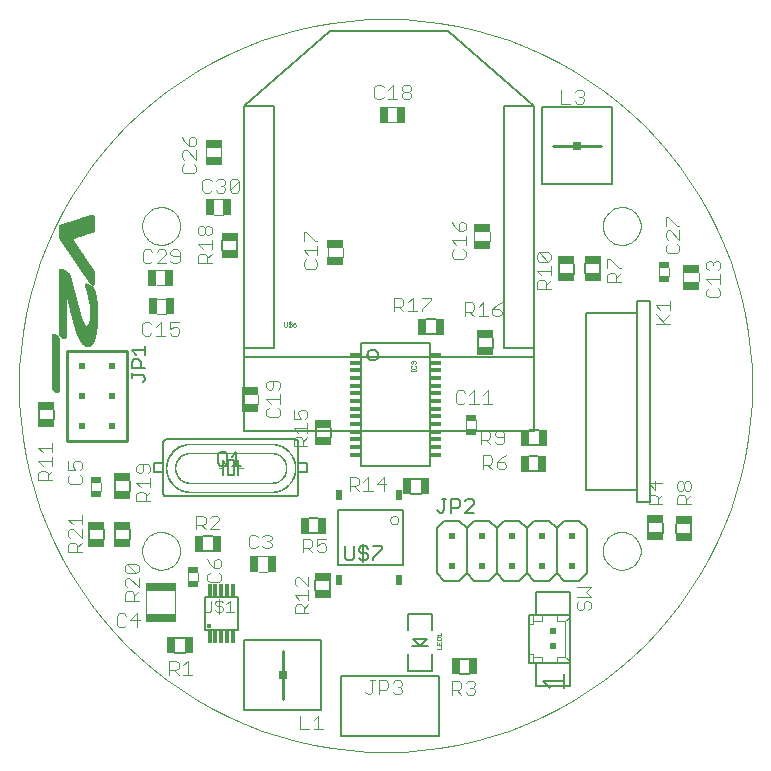
<source format=gto>
G75*
G70*
%OFA0B0*%
%FSLAX24Y24*%
%IPPOS*%
%LPD*%
%AMOC8*
5,1,8,0,0,1.08239X$1,22.5*
%
%ADD10C,0.0000*%
%ADD11C,0.0039*%
%ADD12R,0.0200X0.0200*%
%ADD13C,0.0100*%
%ADD14C,0.0050*%
%ADD15C,0.0098*%
%ADD16R,0.0315X0.0315*%
%ADD17C,0.0040*%
%ADD18R,0.0295X0.0571*%
%ADD19R,0.1024X0.0295*%
%ADD20R,0.0256X0.0551*%
%ADD21C,0.0060*%
%ADD22C,0.0010*%
%ADD23C,0.0080*%
%ADD24R,0.0374X0.0197*%
%ADD25R,0.0571X0.0295*%
%ADD26R,0.0551X0.0256*%
%ADD27R,0.0200X0.0340*%
%ADD28C,0.0020*%
%ADD29R,0.0246X0.0197*%
%ADD30R,0.0368X0.0128*%
%ADD31C,0.0001*%
%ADD32C,0.0001*%
%ADD33R,0.0118X0.0384*%
%ADD34C,0.0157*%
%ADD35C,0.0030*%
D10*
X004232Y006830D02*
X004234Y006880D01*
X004240Y006930D01*
X004250Y006979D01*
X004264Y007027D01*
X004281Y007074D01*
X004302Y007119D01*
X004327Y007163D01*
X004355Y007204D01*
X004387Y007243D01*
X004421Y007280D01*
X004458Y007314D01*
X004498Y007344D01*
X004540Y007371D01*
X004584Y007395D01*
X004630Y007416D01*
X004677Y007432D01*
X004725Y007445D01*
X004775Y007454D01*
X004824Y007459D01*
X004875Y007460D01*
X004925Y007457D01*
X004974Y007450D01*
X005023Y007439D01*
X005071Y007424D01*
X005117Y007406D01*
X005162Y007384D01*
X005205Y007358D01*
X005246Y007329D01*
X005285Y007297D01*
X005321Y007262D01*
X005353Y007224D01*
X005383Y007184D01*
X005410Y007141D01*
X005433Y007097D01*
X005452Y007051D01*
X005468Y007003D01*
X005480Y006954D01*
X005488Y006905D01*
X005492Y006855D01*
X005492Y006805D01*
X005488Y006755D01*
X005480Y006706D01*
X005468Y006657D01*
X005452Y006609D01*
X005433Y006563D01*
X005410Y006519D01*
X005383Y006476D01*
X005353Y006436D01*
X005321Y006398D01*
X005285Y006363D01*
X005246Y006331D01*
X005205Y006302D01*
X005162Y006276D01*
X005117Y006254D01*
X005071Y006236D01*
X005023Y006221D01*
X004974Y006210D01*
X004925Y006203D01*
X004875Y006200D01*
X004824Y006201D01*
X004775Y006206D01*
X004725Y006215D01*
X004677Y006228D01*
X004630Y006244D01*
X004584Y006265D01*
X004540Y006289D01*
X004498Y006316D01*
X004458Y006346D01*
X004421Y006380D01*
X004387Y006417D01*
X004355Y006456D01*
X004327Y006497D01*
X004302Y006541D01*
X004281Y006586D01*
X004264Y006633D01*
X004250Y006681D01*
X004240Y006730D01*
X004234Y006780D01*
X004232Y006830D01*
X001412Y012129D02*
X001415Y012131D01*
X001421Y012136D01*
X001425Y012140D01*
X001429Y012143D01*
X001433Y012147D01*
X001436Y012151D01*
X001440Y012157D01*
X001443Y012161D01*
X001445Y012167D01*
X001446Y012174D01*
X001448Y012184D01*
X001449Y012194D01*
X001449Y012281D01*
X001448Y012504D01*
X001449Y012798D01*
X001449Y013063D01*
X001448Y013280D01*
X001448Y013617D01*
X001449Y013717D01*
X001448Y013874D01*
X001449Y013889D01*
X001447Y013909D01*
X001446Y013920D01*
X001442Y013932D01*
X001439Y013941D01*
X001434Y013955D01*
X001430Y013962D01*
X001425Y013970D01*
X001419Y013979D01*
X001412Y013988D01*
X001404Y013995D01*
X001394Y014005D01*
X001367Y014023D01*
X001304Y014059D01*
X001300Y014061D01*
X001295Y014063D01*
X001290Y014065D01*
X001286Y014065D01*
X001283Y014065D01*
X001278Y014066D01*
X001266Y014066D01*
X001260Y014064D01*
X001256Y014063D01*
X001250Y014061D01*
X001244Y014058D01*
X001238Y014053D01*
X001232Y014049D01*
X001228Y014045D01*
X001224Y014039D01*
X001219Y014033D01*
X001216Y014027D01*
X001214Y014020D01*
X001212Y014013D01*
X001212Y014005D01*
X001211Y013988D01*
X001211Y013404D01*
X001211Y013164D01*
X001211Y012906D01*
X001211Y012708D01*
X001211Y012509D01*
X001211Y012364D01*
X001211Y012342D01*
X001211Y012324D01*
X001211Y012311D01*
X001211Y012299D01*
X001212Y012288D01*
X001212Y012278D01*
X001217Y012260D01*
X001220Y012252D01*
X001222Y012242D01*
X001227Y012233D01*
X001230Y012226D01*
X001235Y012219D01*
X001238Y012213D01*
X001242Y012207D01*
X001246Y012203D01*
X001250Y012197D01*
X001257Y012190D01*
X001263Y012186D01*
X001274Y012178D01*
X001344Y012138D01*
X001354Y012131D01*
X001363Y012128D01*
X001370Y012125D01*
X001377Y012124D01*
X001386Y012123D01*
X001392Y012124D01*
X001399Y012125D01*
X001406Y012127D01*
X001412Y012129D01*
X002312Y013680D02*
X002290Y013695D01*
X002266Y013714D01*
X002249Y013731D01*
X002232Y013748D01*
X002213Y013771D01*
X002176Y013818D01*
X002158Y013849D01*
X002144Y013873D01*
X002128Y013905D01*
X002092Y013983D01*
X002067Y014044D01*
X002038Y014125D01*
X002001Y014229D01*
X001985Y014279D01*
X001973Y014318D01*
X001959Y014373D01*
X001937Y014444D01*
X001917Y014520D01*
X001900Y014584D01*
X001884Y014646D01*
X001866Y014721D01*
X001852Y014771D01*
X001837Y014835D01*
X001829Y014877D01*
X001813Y014941D01*
X001797Y015012D01*
X001787Y015049D01*
X001776Y015092D01*
X001757Y015168D01*
X001745Y015208D01*
X001739Y015230D01*
X001734Y015252D01*
X001728Y015269D01*
X001725Y015274D01*
X001723Y015279D01*
X001720Y015283D01*
X001715Y015287D01*
X001711Y015292D01*
X001707Y015294D01*
X001702Y015298D01*
X001698Y015298D01*
X001692Y015298D01*
X001689Y015297D01*
X001687Y015296D01*
X001686Y015293D01*
X001685Y015288D01*
X001685Y015285D01*
X001685Y015271D01*
X001685Y015094D01*
X001685Y014926D01*
X001685Y014703D01*
X001685Y013990D01*
X001686Y013981D01*
X001684Y013972D01*
X001683Y013964D01*
X001679Y013956D01*
X001677Y013950D01*
X001672Y013944D01*
X001667Y013938D01*
X001662Y013934D01*
X001659Y013930D01*
X001652Y013927D01*
X001649Y013925D01*
X001644Y013923D01*
X001640Y013921D01*
X001636Y013921D01*
X001630Y013919D01*
X001625Y013917D01*
X001618Y013917D01*
X001614Y013918D01*
X001606Y013919D01*
X001602Y013921D01*
X001597Y013923D01*
X001590Y013926D01*
X001584Y013928D01*
X001552Y013948D01*
X001524Y013964D01*
X001502Y013979D01*
X001494Y013986D01*
X001489Y013991D01*
X001484Y013996D01*
X001478Y014003D01*
X001473Y014010D01*
X001469Y014016D01*
X001464Y014026D01*
X001462Y014032D01*
X001456Y014044D01*
X001454Y014051D01*
X001451Y014064D01*
X001449Y014076D01*
X001448Y014091D01*
X001448Y015143D01*
X001449Y015676D01*
X001449Y016131D01*
X001449Y016145D01*
X001449Y016165D01*
X001451Y016177D01*
X001453Y016185D01*
X001456Y016194D01*
X001459Y016203D01*
X001463Y016210D01*
X001467Y016217D01*
X001470Y016221D01*
X001474Y016225D01*
X001479Y016228D01*
X001484Y016231D01*
X001490Y016233D01*
X001496Y016233D01*
X001507Y016233D01*
X001514Y016232D01*
X001520Y016231D01*
X001527Y016228D01*
X001532Y016227D01*
X001537Y016225D01*
X001542Y016221D01*
X001548Y016219D01*
X001678Y016144D01*
X001728Y016115D01*
X001750Y016099D01*
X001762Y016091D01*
X001768Y016087D01*
X001772Y016082D01*
X001778Y016076D01*
X001783Y016071D01*
X001787Y016065D01*
X001793Y016058D01*
X001796Y016052D01*
X001802Y016043D01*
X001807Y016034D01*
X001812Y016024D01*
X001818Y016011D01*
X001821Y016001D01*
X001826Y015991D01*
X001838Y015952D01*
X001847Y015920D01*
X001857Y015878D01*
X001874Y015808D01*
X001900Y015694D01*
X001945Y015506D01*
X002020Y015209D01*
X002078Y014994D01*
X002145Y014759D01*
X002201Y014590D01*
X002259Y014452D01*
X002287Y014400D01*
X002303Y014376D01*
X002315Y014361D01*
X002331Y014347D01*
X002340Y014340D01*
X002347Y014336D01*
X002353Y014333D01*
X002361Y014331D01*
X002367Y014330D01*
X002372Y014331D01*
X002378Y014332D01*
X002385Y014334D01*
X002390Y014336D01*
X002396Y014338D01*
X002403Y014342D01*
X002408Y014345D01*
X002412Y014349D01*
X002415Y014352D01*
X002428Y014365D01*
X002432Y014369D01*
X002435Y014374D01*
X002438Y014379D01*
X002441Y014385D01*
X002446Y014391D01*
X002449Y014400D01*
X002453Y014408D01*
X002456Y014415D01*
X002461Y014425D01*
X002463Y014434D01*
X002466Y014445D01*
X002468Y014454D01*
X002472Y014469D01*
X002475Y014486D01*
X002480Y014516D01*
X002483Y014534D01*
X002488Y014576D01*
X002492Y014615D01*
X002492Y014664D01*
X002495Y014726D01*
X002493Y014818D01*
X002492Y014861D01*
X002488Y014931D01*
X002484Y014997D01*
X002476Y015069D01*
X002467Y015144D01*
X002440Y015288D01*
X002423Y015372D01*
X002405Y015439D01*
X002375Y015537D01*
X002354Y015601D01*
X002345Y015630D01*
X002338Y015649D01*
X002332Y015665D01*
X002329Y015677D01*
X002327Y015689D01*
X002324Y015700D01*
X002324Y015713D01*
X002327Y015724D01*
X002330Y015732D01*
X002335Y015738D01*
X002338Y015740D01*
X002344Y015743D01*
X002350Y015745D01*
X002356Y015744D01*
X002367Y015742D01*
X002375Y015740D01*
X002390Y015732D01*
X002435Y015707D01*
X002469Y015688D01*
X002518Y015660D01*
X002548Y015641D01*
X002574Y015619D01*
X002589Y015604D01*
X002600Y015587D01*
X002611Y015568D01*
X002620Y015546D01*
X002630Y015514D01*
X002647Y015447D01*
X002655Y015420D01*
X002665Y015384D01*
X002677Y015335D01*
X002686Y015295D01*
X002693Y015251D01*
X002700Y015216D01*
X002705Y015175D01*
X002708Y015146D01*
X002713Y015113D01*
X002717Y015071D01*
X002721Y015012D01*
X002726Y014947D01*
X002729Y014890D01*
X002731Y014843D01*
X002733Y014785D01*
X002733Y014733D01*
X002733Y014663D01*
X002732Y014609D01*
X002731Y014549D01*
X002726Y014462D01*
X002723Y014401D01*
X002718Y014349D01*
X002706Y014233D01*
X002700Y014183D01*
X002690Y014124D01*
X002683Y014088D01*
X002673Y014037D01*
X002666Y014004D01*
X002655Y013964D01*
X002638Y013908D01*
X002624Y013872D01*
X002613Y013841D01*
X002599Y013813D01*
X002589Y013789D01*
X002571Y013758D01*
X002553Y013731D01*
X002536Y013709D01*
X002518Y013692D01*
X002496Y013674D01*
X002481Y013665D01*
X002467Y013658D01*
X002445Y013652D01*
X002425Y013648D01*
X002412Y013647D01*
X002394Y013648D01*
X002377Y013652D01*
X002362Y013656D01*
X002348Y013662D01*
X002327Y013671D01*
X002312Y013680D01*
X002577Y015706D02*
X002569Y015707D01*
X002561Y015708D01*
X002550Y015712D01*
X002539Y015717D01*
X002529Y015724D01*
X002518Y015733D01*
X002510Y015742D01*
X002498Y015754D01*
X002486Y015769D01*
X002471Y015790D01*
X002430Y015850D01*
X002403Y015889D01*
X002351Y015965D01*
X002240Y016128D01*
X002127Y016294D01*
X001998Y016481D01*
X001878Y016656D01*
X001732Y016870D01*
X001628Y017022D01*
X001543Y017145D01*
X001517Y017181D01*
X001501Y017206D01*
X001489Y017224D01*
X001479Y017240D01*
X001473Y017251D01*
X001467Y017264D01*
X001463Y017271D01*
X001460Y017279D01*
X001457Y017284D01*
X001455Y017296D01*
X001452Y017305D01*
X001449Y017317D01*
X001449Y017325D01*
X001447Y017333D01*
X001448Y017341D01*
X001448Y017473D01*
X001447Y017531D01*
X001448Y017621D01*
X001449Y017638D01*
X001451Y017645D01*
X001453Y017651D01*
X001455Y017656D01*
X001458Y017664D01*
X001460Y017668D01*
X001464Y017672D01*
X001467Y017676D01*
X001473Y017680D01*
X001479Y017685D01*
X001486Y017689D01*
X001495Y017692D01*
X001501Y017695D01*
X001752Y017777D01*
X001910Y017829D01*
X002106Y017894D01*
X002267Y017948D01*
X002436Y018002D01*
X002500Y018020D01*
X002531Y018027D01*
X002546Y018029D01*
X002558Y018029D01*
X002569Y018027D01*
X002577Y018025D01*
X002582Y018022D01*
X002586Y018020D01*
X002591Y018017D01*
X002595Y018014D01*
X002600Y018010D01*
X002602Y018006D01*
X002605Y018002D01*
X002609Y017997D01*
X002610Y017992D01*
X002612Y017987D01*
X002616Y017976D01*
X002616Y017972D01*
X002617Y017967D01*
X002618Y017959D01*
X002619Y017949D01*
X002621Y017922D01*
X002621Y017904D01*
X002621Y017880D01*
X002621Y017843D01*
X002621Y017744D01*
X002621Y017692D01*
X002621Y017655D01*
X002621Y017616D01*
X002620Y017558D01*
X002620Y017538D01*
X002617Y017525D01*
X002616Y017520D01*
X002615Y017515D01*
X002613Y017508D01*
X002609Y017501D01*
X002605Y017495D01*
X002601Y017490D01*
X002596Y017485D01*
X002591Y017482D01*
X002585Y017477D01*
X002577Y017473D01*
X002569Y017470D01*
X002560Y017465D01*
X002546Y017461D01*
X002538Y017458D01*
X002516Y017452D01*
X002496Y017445D01*
X002483Y017442D01*
X002474Y017439D01*
X002457Y017434D01*
X002441Y017429D01*
X002427Y017424D01*
X002412Y017420D01*
X002385Y017411D01*
X002371Y017406D01*
X002349Y017400D01*
X002325Y017392D01*
X002312Y017388D01*
X002258Y017369D01*
X002159Y017336D01*
X002075Y017308D01*
X002042Y017297D01*
X002018Y017289D01*
X001999Y017282D01*
X001976Y017274D01*
X001960Y017268D01*
X001951Y017262D01*
X001941Y017257D01*
X001932Y017251D01*
X001925Y017245D01*
X001920Y017238D01*
X001917Y017233D01*
X001915Y017227D01*
X001913Y017223D01*
X001912Y017217D01*
X001912Y017214D01*
X001914Y017210D01*
X001914Y017206D01*
X001917Y017197D01*
X001920Y017187D01*
X001925Y017177D01*
X001937Y017152D01*
X001946Y017137D01*
X001957Y017117D01*
X001970Y017097D01*
X001983Y017078D01*
X002018Y017026D01*
X002031Y017006D01*
X002045Y016987D01*
X002070Y016951D01*
X002094Y016915D01*
X002156Y016823D01*
X002208Y016748D01*
X002281Y016641D01*
X002306Y016602D01*
X002342Y016553D01*
X002372Y016507D01*
X002434Y016418D01*
X002479Y016353D01*
X002534Y016275D01*
X002560Y016237D01*
X002579Y016207D01*
X002588Y016192D01*
X002600Y016169D01*
X002604Y016159D01*
X002609Y016146D01*
X002612Y016134D01*
X002614Y016128D01*
X002616Y016121D01*
X002617Y016112D01*
X002618Y016103D01*
X002619Y016090D01*
X002619Y016079D01*
X002621Y016068D01*
X002621Y016039D01*
X002620Y015984D01*
X002620Y015940D01*
X002620Y015893D01*
X002620Y015856D01*
X002621Y015822D01*
X002621Y015759D01*
X002620Y015750D01*
X002620Y015744D01*
X002618Y015738D01*
X002616Y015734D01*
X002614Y015728D01*
X002612Y015724D01*
X002607Y015718D01*
X002604Y015714D01*
X002599Y015710D01*
X002592Y015708D01*
X002586Y015706D01*
X002577Y015706D01*
X004232Y017657D02*
X004234Y017707D01*
X004240Y017757D01*
X004250Y017806D01*
X004264Y017854D01*
X004281Y017901D01*
X004302Y017946D01*
X004327Y017990D01*
X004355Y018031D01*
X004387Y018070D01*
X004421Y018107D01*
X004458Y018141D01*
X004498Y018171D01*
X004540Y018198D01*
X004584Y018222D01*
X004630Y018243D01*
X004677Y018259D01*
X004725Y018272D01*
X004775Y018281D01*
X004824Y018286D01*
X004875Y018287D01*
X004925Y018284D01*
X004974Y018277D01*
X005023Y018266D01*
X005071Y018251D01*
X005117Y018233D01*
X005162Y018211D01*
X005205Y018185D01*
X005246Y018156D01*
X005285Y018124D01*
X005321Y018089D01*
X005353Y018051D01*
X005383Y018011D01*
X005410Y017968D01*
X005433Y017924D01*
X005452Y017878D01*
X005468Y017830D01*
X005480Y017781D01*
X005488Y017732D01*
X005492Y017682D01*
X005492Y017632D01*
X005488Y017582D01*
X005480Y017533D01*
X005468Y017484D01*
X005452Y017436D01*
X005433Y017390D01*
X005410Y017346D01*
X005383Y017303D01*
X005353Y017263D01*
X005321Y017225D01*
X005285Y017190D01*
X005246Y017158D01*
X005205Y017129D01*
X005162Y017103D01*
X005117Y017081D01*
X005071Y017063D01*
X005023Y017048D01*
X004974Y017037D01*
X004925Y017030D01*
X004875Y017027D01*
X004824Y017028D01*
X004775Y017033D01*
X004725Y017042D01*
X004677Y017055D01*
X004630Y017071D01*
X004584Y017092D01*
X004540Y017116D01*
X004498Y017143D01*
X004458Y017173D01*
X004421Y017207D01*
X004387Y017244D01*
X004355Y017283D01*
X004327Y017324D01*
X004302Y017368D01*
X004281Y017413D01*
X004264Y017460D01*
X004250Y017508D01*
X004240Y017557D01*
X004234Y017607D01*
X004232Y017657D01*
X019586Y017657D02*
X019588Y017707D01*
X019594Y017757D01*
X019604Y017806D01*
X019618Y017854D01*
X019635Y017901D01*
X019656Y017946D01*
X019681Y017990D01*
X019709Y018031D01*
X019741Y018070D01*
X019775Y018107D01*
X019812Y018141D01*
X019852Y018171D01*
X019894Y018198D01*
X019938Y018222D01*
X019984Y018243D01*
X020031Y018259D01*
X020079Y018272D01*
X020129Y018281D01*
X020178Y018286D01*
X020229Y018287D01*
X020279Y018284D01*
X020328Y018277D01*
X020377Y018266D01*
X020425Y018251D01*
X020471Y018233D01*
X020516Y018211D01*
X020559Y018185D01*
X020600Y018156D01*
X020639Y018124D01*
X020675Y018089D01*
X020707Y018051D01*
X020737Y018011D01*
X020764Y017968D01*
X020787Y017924D01*
X020806Y017878D01*
X020822Y017830D01*
X020834Y017781D01*
X020842Y017732D01*
X020846Y017682D01*
X020846Y017632D01*
X020842Y017582D01*
X020834Y017533D01*
X020822Y017484D01*
X020806Y017436D01*
X020787Y017390D01*
X020764Y017346D01*
X020737Y017303D01*
X020707Y017263D01*
X020675Y017225D01*
X020639Y017190D01*
X020600Y017158D01*
X020559Y017129D01*
X020516Y017103D01*
X020471Y017081D01*
X020425Y017063D01*
X020377Y017048D01*
X020328Y017037D01*
X020279Y017030D01*
X020229Y017027D01*
X020178Y017028D01*
X020129Y017033D01*
X020079Y017042D01*
X020031Y017055D01*
X019984Y017071D01*
X019938Y017092D01*
X019894Y017116D01*
X019852Y017143D01*
X019812Y017173D01*
X019775Y017207D01*
X019741Y017244D01*
X019709Y017283D01*
X019681Y017324D01*
X019656Y017368D01*
X019635Y017413D01*
X019618Y017460D01*
X019604Y017508D01*
X019594Y017557D01*
X019588Y017607D01*
X019586Y017657D01*
X019586Y006830D02*
X019588Y006880D01*
X019594Y006930D01*
X019604Y006979D01*
X019618Y007027D01*
X019635Y007074D01*
X019656Y007119D01*
X019681Y007163D01*
X019709Y007204D01*
X019741Y007243D01*
X019775Y007280D01*
X019812Y007314D01*
X019852Y007344D01*
X019894Y007371D01*
X019938Y007395D01*
X019984Y007416D01*
X020031Y007432D01*
X020079Y007445D01*
X020129Y007454D01*
X020178Y007459D01*
X020229Y007460D01*
X020279Y007457D01*
X020328Y007450D01*
X020377Y007439D01*
X020425Y007424D01*
X020471Y007406D01*
X020516Y007384D01*
X020559Y007358D01*
X020600Y007329D01*
X020639Y007297D01*
X020675Y007262D01*
X020707Y007224D01*
X020737Y007184D01*
X020764Y007141D01*
X020787Y007097D01*
X020806Y007051D01*
X020822Y007003D01*
X020834Y006954D01*
X020842Y006905D01*
X020846Y006855D01*
X020846Y006805D01*
X020842Y006755D01*
X020834Y006706D01*
X020822Y006657D01*
X020806Y006609D01*
X020787Y006563D01*
X020764Y006519D01*
X020737Y006476D01*
X020707Y006436D01*
X020675Y006398D01*
X020639Y006363D01*
X020600Y006331D01*
X020559Y006302D01*
X020516Y006276D01*
X020471Y006254D01*
X020425Y006236D01*
X020377Y006221D01*
X020328Y006210D01*
X020279Y006203D01*
X020229Y006200D01*
X020178Y006201D01*
X020129Y006206D01*
X020079Y006215D01*
X020031Y006228D01*
X019984Y006244D01*
X019938Y006265D01*
X019894Y006289D01*
X019852Y006316D01*
X019812Y006346D01*
X019775Y006380D01*
X019741Y006417D01*
X019709Y006456D01*
X019681Y006497D01*
X019656Y006541D01*
X019635Y006586D01*
X019618Y006633D01*
X019604Y006681D01*
X019594Y006730D01*
X019588Y006780D01*
X019586Y006830D01*
D11*
X000123Y012342D02*
X000138Y012942D01*
X000182Y013540D01*
X000255Y014135D01*
X000358Y014726D01*
X000489Y015311D01*
X000649Y015889D01*
X000837Y016458D01*
X001053Y017018D01*
X001296Y017566D01*
X001566Y018102D01*
X001861Y018624D01*
X002182Y019131D01*
X002528Y019621D01*
X002897Y020094D01*
X003288Y020548D01*
X003702Y020982D01*
X004136Y021396D01*
X004590Y021787D01*
X005063Y022156D01*
X005553Y022502D01*
X006060Y022823D01*
X006582Y023118D01*
X007118Y023388D01*
X007666Y023631D01*
X008226Y023847D01*
X008795Y024035D01*
X009373Y024195D01*
X009958Y024326D01*
X010549Y024429D01*
X011144Y024502D01*
X011742Y024546D01*
X012342Y024561D01*
X012942Y024546D01*
X013540Y024502D01*
X014135Y024429D01*
X014726Y024326D01*
X015311Y024195D01*
X015889Y024035D01*
X016458Y023847D01*
X017018Y023631D01*
X017566Y023388D01*
X018102Y023118D01*
X018624Y022823D01*
X019131Y022502D01*
X019621Y022156D01*
X020094Y021787D01*
X020548Y021396D01*
X020982Y020982D01*
X021396Y020548D01*
X021787Y020094D01*
X022156Y019621D01*
X022502Y019131D01*
X022823Y018624D01*
X023118Y018102D01*
X023388Y017566D01*
X023631Y017018D01*
X023847Y016458D01*
X024035Y015889D01*
X024195Y015311D01*
X024326Y014726D01*
X024429Y014135D01*
X024502Y013540D01*
X024546Y012942D01*
X024561Y012342D01*
X024546Y011742D01*
X024502Y011144D01*
X024429Y010549D01*
X024326Y009958D01*
X024195Y009373D01*
X024035Y008795D01*
X023847Y008226D01*
X023631Y007666D01*
X023388Y007118D01*
X023118Y006582D01*
X022823Y006060D01*
X022502Y005553D01*
X022156Y005063D01*
X021787Y004590D01*
X021396Y004136D01*
X020982Y003702D01*
X020548Y003288D01*
X020094Y002897D01*
X019621Y002528D01*
X019131Y002182D01*
X018624Y001861D01*
X018102Y001566D01*
X017566Y001296D01*
X017018Y001053D01*
X016458Y000837D01*
X015889Y000649D01*
X015311Y000489D01*
X014726Y000358D01*
X014135Y000255D01*
X013540Y000182D01*
X012942Y000138D01*
X012342Y000123D01*
X011742Y000138D01*
X011144Y000182D01*
X010549Y000255D01*
X009958Y000358D01*
X009373Y000489D01*
X008795Y000649D01*
X008226Y000837D01*
X007666Y001053D01*
X007118Y001296D01*
X006582Y001566D01*
X006060Y001861D01*
X005553Y002182D01*
X005063Y002528D01*
X004590Y002897D01*
X004136Y003288D01*
X003702Y003702D01*
X003288Y004136D01*
X002897Y004590D01*
X002528Y005063D01*
X002182Y005553D01*
X001861Y006060D01*
X001566Y006582D01*
X001296Y007118D01*
X001053Y007666D01*
X000837Y008226D01*
X000649Y008795D01*
X000489Y009373D01*
X000358Y009958D01*
X000255Y010549D01*
X000182Y011144D01*
X000138Y011742D01*
X000123Y012342D01*
D12*
X002220Y011996D03*
X002220Y012996D03*
X003220Y012996D03*
X003220Y011996D03*
X003220Y010996D03*
X002220Y010996D03*
X014547Y007330D03*
X014547Y006330D03*
X015547Y006330D03*
X015547Y007330D03*
X016547Y007330D03*
X016547Y006330D03*
X017547Y006330D03*
X018547Y006330D03*
X018547Y007330D03*
X017547Y007330D03*
D13*
X003720Y010496D02*
X001720Y010496D01*
X001720Y013496D01*
X003720Y013496D01*
X003720Y010496D01*
D14*
X004252Y012450D02*
X004327Y012525D01*
X004327Y012600D01*
X004252Y012675D01*
X003877Y012675D01*
X003877Y012600D02*
X003877Y012750D01*
X003877Y012910D02*
X003877Y013135D01*
X003952Y013210D01*
X004102Y013210D01*
X004177Y013135D01*
X004177Y012910D01*
X004327Y012910D02*
X003877Y012910D01*
X004027Y013370D02*
X003877Y013521D01*
X004327Y013521D01*
X004327Y013671D02*
X004327Y013370D01*
X006838Y010123D02*
X006988Y010123D01*
X007063Y010048D01*
X007063Y009748D01*
X006988Y009673D01*
X006838Y009673D01*
X006763Y009748D01*
X006763Y010048D01*
X006838Y010123D01*
X006913Y009823D02*
X007063Y009673D01*
X007224Y009673D02*
X007524Y009673D01*
X007374Y009673D02*
X007374Y010123D01*
X007224Y009973D01*
X010994Y006978D02*
X010994Y006602D01*
X011069Y006527D01*
X011219Y006527D01*
X011294Y006602D01*
X011294Y006978D01*
X011454Y006903D02*
X011529Y006978D01*
X011679Y006978D01*
X011754Y006903D01*
X011679Y006753D02*
X011529Y006753D01*
X011454Y006828D01*
X011454Y006903D01*
X011604Y007053D02*
X011604Y006452D01*
X011529Y006527D02*
X011679Y006527D01*
X011754Y006602D01*
X011754Y006678D01*
X011679Y006753D01*
X011454Y006602D02*
X011529Y006527D01*
X011914Y006527D02*
X011914Y006602D01*
X012215Y006903D01*
X012215Y006978D01*
X011914Y006978D01*
X014072Y008180D02*
X014147Y008105D01*
X014222Y008105D01*
X014297Y008180D01*
X014297Y008556D01*
X014222Y008556D02*
X014372Y008556D01*
X014532Y008556D02*
X014757Y008556D01*
X014832Y008481D01*
X014832Y008330D01*
X014757Y008255D01*
X014532Y008255D01*
X014532Y008105D02*
X014532Y008556D01*
X014992Y008481D02*
X015068Y008556D01*
X015218Y008556D01*
X015293Y008481D01*
X015293Y008405D01*
X014992Y008105D01*
X015293Y008105D01*
X019031Y008858D02*
X020724Y008858D01*
X020724Y008464D02*
X021157Y008464D01*
X021157Y015157D01*
X020724Y015157D01*
X020724Y008464D01*
X019031Y008858D02*
X019031Y014763D01*
X020724Y014763D01*
X019892Y019044D02*
X017564Y019044D01*
X017564Y021616D01*
X019892Y021616D01*
X019892Y019044D01*
X010207Y003852D02*
X007635Y003852D01*
X007635Y001525D01*
X010207Y001525D01*
X010207Y003852D01*
D15*
X008921Y003496D02*
X008921Y001881D01*
X017921Y020330D02*
X019535Y020330D01*
D16*
X018728Y020330D03*
X008921Y002689D03*
D17*
X003456Y004281D02*
X003380Y004358D01*
X003380Y004665D01*
X003456Y004742D01*
X003610Y004742D01*
X003687Y004665D01*
X003840Y004511D02*
X004147Y004511D01*
X004070Y004281D02*
X004070Y004742D01*
X003840Y004511D01*
X003687Y004358D02*
X003610Y004281D01*
X003456Y004281D01*
X003649Y005168D02*
X003649Y005398D01*
X003726Y005475D01*
X003879Y005475D01*
X003956Y005398D01*
X003956Y005168D01*
X003956Y005321D02*
X004109Y005475D01*
X004109Y005628D02*
X003803Y005935D01*
X003726Y005935D01*
X003649Y005858D01*
X003649Y005705D01*
X003726Y005628D01*
X004109Y005628D02*
X004109Y005935D01*
X004033Y006089D02*
X003726Y006396D01*
X004033Y006396D01*
X004109Y006319D01*
X004109Y006165D01*
X004033Y006089D01*
X003726Y006089D01*
X003649Y006165D01*
X003649Y006319D01*
X003726Y006396D01*
X004360Y005482D02*
X004360Y004722D01*
X004109Y005168D02*
X003649Y005168D01*
X005340Y005482D02*
X005340Y004722D01*
X005755Y005824D02*
X005755Y006104D01*
X006090Y006104D02*
X006090Y005824D01*
X006404Y005868D02*
X006404Y006022D01*
X006481Y006098D01*
X006634Y006252D02*
X006634Y006482D01*
X006711Y006559D01*
X006788Y006559D01*
X006865Y006482D01*
X006865Y006329D01*
X006788Y006252D01*
X006634Y006252D01*
X006481Y006405D01*
X006404Y006559D01*
X006788Y006098D02*
X006865Y006022D01*
X006865Y005868D01*
X006788Y005792D01*
X006481Y005792D01*
X006404Y005868D01*
X007775Y006990D02*
X007775Y007297D01*
X007852Y007374D01*
X008006Y007374D01*
X008082Y007297D01*
X008236Y007297D02*
X008312Y007374D01*
X008466Y007374D01*
X008543Y007297D01*
X008543Y007220D01*
X008466Y007143D01*
X008543Y007067D01*
X008543Y006990D01*
X008466Y006913D01*
X008312Y006913D01*
X008236Y006990D01*
X008082Y006990D02*
X008006Y006913D01*
X007852Y006913D01*
X007775Y006990D01*
X008105Y006653D02*
X008405Y006653D01*
X008389Y007143D02*
X008466Y007143D01*
X008405Y006133D02*
X008115Y006133D01*
X009311Y005893D02*
X009311Y005739D01*
X009387Y005663D01*
X009311Y005893D02*
X009387Y005970D01*
X009464Y005970D01*
X009771Y005663D01*
X009771Y005970D01*
X009771Y005509D02*
X009771Y005202D01*
X009771Y005049D02*
X009617Y004895D01*
X009617Y004972D02*
X009617Y004742D01*
X009771Y004742D02*
X009311Y004742D01*
X009311Y004972D01*
X009387Y005049D01*
X009541Y005049D01*
X009617Y004972D01*
X009464Y005202D02*
X009311Y005356D01*
X009771Y005356D01*
X009899Y006775D02*
X009746Y006929D01*
X009823Y006929D02*
X009592Y006929D01*
X009592Y006775D02*
X009592Y007236D01*
X009823Y007236D01*
X009899Y007159D01*
X009899Y007006D01*
X009823Y006929D01*
X010053Y007006D02*
X010053Y007236D01*
X010360Y007236D01*
X010283Y007082D02*
X010360Y007006D01*
X010360Y006852D01*
X010283Y006775D01*
X010129Y006775D01*
X010053Y006852D01*
X010053Y007006D02*
X010206Y007082D01*
X010283Y007082D01*
X011144Y008827D02*
X011144Y009287D01*
X011374Y009287D01*
X011451Y009210D01*
X011451Y009057D01*
X011374Y008980D01*
X011144Y008980D01*
X011298Y008980D02*
X011451Y008827D01*
X011605Y008827D02*
X011912Y008827D01*
X011758Y008827D02*
X011758Y009287D01*
X011605Y009134D01*
X012065Y009057D02*
X012372Y009057D01*
X012295Y008827D02*
X012295Y009287D01*
X012065Y009057D01*
X009739Y010309D02*
X009279Y010309D01*
X009279Y010539D01*
X009356Y010616D01*
X009509Y010616D01*
X009586Y010539D01*
X009586Y010309D01*
X009586Y010462D02*
X009739Y010616D01*
X009739Y010769D02*
X009739Y011076D01*
X009739Y010923D02*
X009279Y010923D01*
X009432Y010769D01*
X009509Y011230D02*
X009279Y011230D01*
X009279Y011536D01*
X009432Y011460D02*
X009509Y011536D01*
X009663Y011536D01*
X009739Y011460D01*
X009739Y011306D01*
X009663Y011230D01*
X009509Y011230D02*
X009432Y011383D01*
X009432Y011460D01*
X008834Y011510D02*
X008757Y011586D01*
X008834Y011510D02*
X008834Y011356D01*
X008757Y011279D01*
X008450Y011279D01*
X008374Y011356D01*
X008374Y011510D01*
X008450Y011586D01*
X008527Y011740D02*
X008374Y011893D01*
X008834Y011893D01*
X008834Y011740D02*
X008834Y012047D01*
X008757Y012200D02*
X008834Y012277D01*
X008834Y012430D01*
X008757Y012507D01*
X008450Y012507D01*
X008374Y012430D01*
X008374Y012277D01*
X008450Y012200D01*
X008527Y012200D01*
X008604Y012277D01*
X008604Y012507D01*
X008078Y012027D02*
X008078Y011737D01*
X007559Y011727D02*
X007559Y012027D01*
X005460Y014077D02*
X005383Y014000D01*
X005230Y014000D01*
X005153Y014077D01*
X005153Y014230D02*
X005306Y014307D01*
X005383Y014307D01*
X005460Y014230D01*
X005460Y014077D01*
X005460Y014460D02*
X005153Y014460D01*
X005153Y014230D01*
X004999Y014000D02*
X004692Y014000D01*
X004846Y014000D02*
X004846Y014460D01*
X004692Y014307D01*
X004539Y014383D02*
X004462Y014460D01*
X004309Y014460D01*
X004232Y014383D01*
X004232Y014077D01*
X004309Y014000D01*
X004462Y014000D01*
X004539Y014077D01*
X004729Y014716D02*
X005020Y014716D01*
X005020Y015236D02*
X004720Y015236D01*
X004710Y015681D02*
X005000Y015681D01*
X005000Y016200D02*
X004700Y016200D01*
X004712Y016421D02*
X005019Y016728D01*
X005019Y016805D01*
X004942Y016881D01*
X004789Y016881D01*
X004712Y016805D01*
X004559Y016805D02*
X004482Y016881D01*
X004329Y016881D01*
X004252Y016805D01*
X004252Y016498D01*
X004329Y016421D01*
X004482Y016421D01*
X004559Y016498D01*
X004712Y016421D02*
X005019Y016421D01*
X005173Y016498D02*
X005249Y016421D01*
X005403Y016421D01*
X005479Y016498D01*
X005479Y016805D01*
X005403Y016881D01*
X005249Y016881D01*
X005173Y016805D01*
X005173Y016728D01*
X005249Y016651D01*
X005479Y016651D01*
X006090Y016661D02*
X006090Y016431D01*
X006550Y016431D01*
X006397Y016431D02*
X006397Y016661D01*
X006320Y016738D01*
X006167Y016738D01*
X006090Y016661D01*
X006244Y016891D02*
X006090Y017045D01*
X006550Y017045D01*
X006550Y017198D02*
X006550Y016891D01*
X006550Y016738D02*
X006397Y016584D01*
X006397Y017352D02*
X006320Y017428D01*
X006320Y017582D01*
X006397Y017659D01*
X006474Y017659D01*
X006550Y017582D01*
X006550Y017428D01*
X006474Y017352D01*
X006397Y017352D01*
X006320Y017428D02*
X006244Y017352D01*
X006167Y017352D01*
X006090Y017428D01*
X006090Y017582D01*
X006167Y017659D01*
X006244Y017659D01*
X006320Y017582D01*
X006633Y018031D02*
X006933Y018031D01*
X006923Y018551D02*
X006633Y018551D01*
X006774Y018768D02*
X006697Y018844D01*
X006774Y018768D02*
X006927Y018768D01*
X007004Y018844D01*
X007004Y018921D01*
X006927Y018998D01*
X006851Y018998D01*
X006927Y018998D02*
X007004Y019074D01*
X007004Y019151D01*
X006927Y019228D01*
X006774Y019228D01*
X006697Y019151D01*
X006544Y019151D02*
X006467Y019228D01*
X006314Y019228D01*
X006237Y019151D01*
X006237Y018844D01*
X006314Y018768D01*
X006467Y018768D01*
X006544Y018844D01*
X005942Y019409D02*
X006019Y019486D01*
X006019Y019639D01*
X005942Y019716D01*
X006019Y019870D02*
X005712Y020177D01*
X005635Y020177D01*
X005559Y020100D01*
X005559Y019946D01*
X005635Y019870D01*
X005635Y019716D02*
X005559Y019639D01*
X005559Y019486D01*
X005635Y019409D01*
X005942Y019409D01*
X006019Y019870D02*
X006019Y020177D01*
X005942Y020330D02*
X005789Y020330D01*
X005789Y020560D01*
X005865Y020637D01*
X005942Y020637D01*
X006019Y020560D01*
X006019Y020407D01*
X005942Y020330D01*
X005789Y020330D02*
X005635Y020483D01*
X005559Y020637D01*
X006350Y020250D02*
X006350Y019960D01*
X006870Y019960D02*
X006870Y020260D01*
X007234Y019228D02*
X007388Y019228D01*
X007464Y019151D01*
X007158Y018844D01*
X007234Y018768D01*
X007388Y018768D01*
X007464Y018844D01*
X007464Y019151D01*
X007234Y019228D02*
X007158Y019151D01*
X007158Y018844D01*
X009614Y017468D02*
X009614Y017161D01*
X009614Y017468D02*
X009690Y017468D01*
X009997Y017161D01*
X010074Y017161D01*
X010074Y017007D02*
X010074Y016700D01*
X010074Y016854D02*
X009614Y016854D01*
X009767Y016700D01*
X009690Y016547D02*
X009614Y016470D01*
X009614Y016317D01*
X009690Y016240D01*
X009997Y016240D01*
X010074Y016317D01*
X010074Y016470D01*
X009997Y016547D01*
X010413Y016609D02*
X010413Y016909D01*
X010933Y016909D02*
X010933Y016619D01*
X012632Y015271D02*
X012632Y014811D01*
X012632Y014964D02*
X012863Y014964D01*
X012939Y015041D01*
X012939Y015194D01*
X012863Y015271D01*
X012632Y015271D01*
X012786Y014964D02*
X012939Y014811D01*
X013093Y014811D02*
X013400Y014811D01*
X013553Y014811D02*
X013553Y014888D01*
X013860Y015194D01*
X013860Y015271D01*
X013553Y015271D01*
X013246Y015271D02*
X013246Y014811D01*
X013093Y015118D02*
X013246Y015271D01*
X014627Y016571D02*
X014551Y016648D01*
X014551Y016802D01*
X014627Y016878D01*
X014704Y017032D02*
X014551Y017185D01*
X015011Y017185D01*
X015011Y017032D02*
X015011Y017339D01*
X014934Y017492D02*
X015011Y017569D01*
X015011Y017722D01*
X014934Y017799D01*
X014858Y017799D01*
X014781Y017722D01*
X014781Y017492D01*
X014934Y017492D01*
X014781Y017492D02*
X014627Y017646D01*
X014551Y017799D01*
X015307Y017455D02*
X015307Y017164D01*
X015011Y016802D02*
X015011Y016648D01*
X014934Y016571D01*
X014627Y016571D01*
X014934Y016878D02*
X015011Y016802D01*
X015826Y017164D02*
X015826Y017464D01*
X017385Y016705D02*
X017462Y016781D01*
X017769Y016474D01*
X017846Y016551D01*
X017846Y016705D01*
X017769Y016781D01*
X017462Y016781D01*
X017385Y016705D02*
X017385Y016551D01*
X017462Y016474D01*
X017769Y016474D01*
X017846Y016321D02*
X017846Y016014D01*
X017846Y015861D02*
X017692Y015707D01*
X017692Y015784D02*
X017692Y015554D01*
X017846Y015554D02*
X017385Y015554D01*
X017385Y015784D01*
X017462Y015861D01*
X017616Y015861D01*
X017692Y015784D01*
X017539Y016014D02*
X017385Y016168D01*
X017846Y016168D01*
X019732Y016242D02*
X019732Y016549D01*
X019809Y016549D01*
X020115Y016242D01*
X020192Y016242D01*
X020192Y016088D02*
X020039Y015935D01*
X020039Y016011D02*
X020039Y015781D01*
X020192Y015781D02*
X019732Y015781D01*
X019732Y016011D01*
X019809Y016088D01*
X019962Y016088D01*
X020039Y016011D01*
X021445Y015993D02*
X021445Y016274D01*
X021780Y016274D02*
X021780Y015993D01*
X022263Y016102D02*
X022263Y015802D01*
X022783Y015812D02*
X022783Y016102D01*
X023039Y016273D02*
X023039Y016426D01*
X023116Y016503D01*
X023192Y016503D01*
X023269Y016426D01*
X023346Y016503D01*
X023423Y016503D01*
X023499Y016426D01*
X023499Y016273D01*
X023423Y016196D01*
X023499Y016043D02*
X023499Y015736D01*
X023499Y015889D02*
X023039Y015889D01*
X023192Y015736D01*
X023116Y015582D02*
X023039Y015506D01*
X023039Y015352D01*
X023116Y015275D01*
X023423Y015275D01*
X023499Y015352D01*
X023499Y015506D01*
X023423Y015582D01*
X023116Y016196D02*
X023039Y016273D01*
X023269Y016350D02*
X023269Y016426D01*
X022135Y016823D02*
X022058Y016746D01*
X021751Y016746D01*
X021675Y016823D01*
X021675Y016976D01*
X021751Y017053D01*
X021751Y017206D02*
X021675Y017283D01*
X021675Y017436D01*
X021751Y017513D01*
X021828Y017513D01*
X022135Y017206D01*
X022135Y017513D01*
X022135Y017667D02*
X022058Y017667D01*
X021751Y017974D01*
X021675Y017974D01*
X021675Y017667D01*
X022058Y017053D02*
X022135Y016976D01*
X022135Y016823D01*
X021811Y015172D02*
X021811Y014865D01*
X021811Y014712D02*
X021581Y014481D01*
X021657Y014405D02*
X021350Y014712D01*
X021504Y014865D02*
X021350Y015019D01*
X021811Y015019D01*
X021811Y014405D02*
X021350Y014405D01*
X016293Y010761D02*
X016293Y010454D01*
X016216Y010378D01*
X016062Y010378D01*
X015986Y010454D01*
X015832Y010378D02*
X015679Y010531D01*
X015756Y010531D02*
X015525Y010531D01*
X015525Y010378D02*
X015525Y010838D01*
X015756Y010838D01*
X015832Y010761D01*
X015832Y010608D01*
X015756Y010531D01*
X015986Y010685D02*
X016062Y010608D01*
X016293Y010608D01*
X016293Y010761D02*
X016216Y010838D01*
X016062Y010838D01*
X015986Y010761D01*
X015986Y010685D01*
X015363Y010895D02*
X015363Y011175D01*
X015027Y011175D02*
X015027Y010895D01*
X015139Y011722D02*
X015446Y011722D01*
X015293Y011722D02*
X015293Y012183D01*
X015139Y012029D01*
X014986Y012106D02*
X014909Y012183D01*
X014756Y012183D01*
X014679Y012106D01*
X014679Y011799D01*
X014756Y011722D01*
X014909Y011722D01*
X014986Y011799D01*
X015600Y011722D02*
X015907Y011722D01*
X015753Y011722D02*
X015753Y012183D01*
X015600Y012029D01*
X015584Y010011D02*
X015815Y010011D01*
X015891Y009935D01*
X015891Y009781D01*
X015815Y009704D01*
X015584Y009704D01*
X015584Y009551D02*
X015584Y010011D01*
X015738Y009704D02*
X015891Y009551D01*
X016045Y009628D02*
X016122Y009551D01*
X016275Y009551D01*
X016352Y009628D01*
X016352Y009704D01*
X016275Y009781D01*
X016045Y009781D01*
X016045Y009628D01*
X016045Y009781D02*
X016198Y009935D01*
X016352Y010011D01*
X018722Y005614D02*
X019182Y005614D01*
X019029Y005461D01*
X019182Y005307D01*
X018722Y005307D01*
X018799Y005154D02*
X018722Y005077D01*
X018722Y004924D01*
X018799Y004847D01*
X018875Y004847D01*
X018952Y004924D01*
X018952Y005077D01*
X019029Y005154D01*
X019106Y005154D01*
X019182Y005077D01*
X019182Y004924D01*
X019106Y004847D01*
X022059Y008376D02*
X022059Y008606D01*
X022135Y008683D01*
X022289Y008683D01*
X022365Y008606D01*
X022365Y008376D01*
X022365Y008530D02*
X022519Y008683D01*
X022442Y008837D02*
X022519Y008913D01*
X022519Y009067D01*
X022442Y009144D01*
X022365Y009144D01*
X022289Y009067D01*
X022289Y008913D01*
X022212Y008837D01*
X022135Y008837D01*
X022059Y008913D01*
X022059Y009067D01*
X022135Y009144D01*
X022212Y009144D01*
X022289Y009067D01*
X022289Y008913D02*
X022365Y008837D01*
X022442Y008837D01*
X022519Y008376D02*
X022059Y008376D01*
X021570Y008396D02*
X021110Y008396D01*
X021110Y008626D01*
X021186Y008702D01*
X021340Y008702D01*
X021417Y008626D01*
X021417Y008396D01*
X021417Y008549D02*
X021570Y008702D01*
X021340Y008856D02*
X021340Y009163D01*
X021570Y009086D02*
X021110Y009086D01*
X021340Y008856D01*
X016133Y014649D02*
X015980Y014649D01*
X015903Y014726D01*
X015903Y014880D01*
X016133Y014880D01*
X016210Y014803D01*
X016210Y014726D01*
X016133Y014649D01*
X015903Y014880D02*
X016056Y015033D01*
X016210Y015110D01*
X015596Y015110D02*
X015596Y014649D01*
X015749Y014649D02*
X015442Y014649D01*
X015289Y014649D02*
X015136Y014803D01*
X015212Y014803D02*
X014982Y014803D01*
X014982Y014649D02*
X014982Y015110D01*
X015212Y015110D01*
X015289Y015033D01*
X015289Y014880D01*
X015212Y014803D01*
X015442Y014956D02*
X015596Y015110D01*
X012716Y021114D02*
X012426Y021114D01*
X012416Y021633D02*
X012716Y021633D01*
X012736Y021894D02*
X012429Y021894D01*
X012582Y021894D02*
X012582Y022354D01*
X012429Y022200D01*
X012275Y022277D02*
X012199Y022354D01*
X012045Y022354D01*
X011968Y022277D01*
X011968Y021970D01*
X012045Y021894D01*
X012199Y021894D01*
X012275Y021970D01*
X012889Y021970D02*
X012966Y021894D01*
X013119Y021894D01*
X013196Y021970D01*
X013196Y022047D01*
X013119Y022124D01*
X012966Y022124D01*
X012889Y022200D01*
X012889Y022277D01*
X012966Y022354D01*
X013119Y022354D01*
X013196Y022277D01*
X013196Y022200D01*
X013119Y022124D01*
X012966Y022124D02*
X012889Y022047D01*
X012889Y021970D01*
X018185Y022192D02*
X018185Y021732D01*
X018492Y021732D01*
X018646Y021809D02*
X018722Y021732D01*
X018876Y021732D01*
X018953Y021809D01*
X018953Y021886D01*
X018876Y021962D01*
X018799Y021962D01*
X018876Y021962D02*
X018953Y022039D01*
X018953Y022116D01*
X018876Y022192D01*
X018722Y022192D01*
X018646Y022116D01*
X006728Y008004D02*
X006574Y008004D01*
X006498Y007927D01*
X006344Y007927D02*
X006344Y007773D01*
X006267Y007697D01*
X006037Y007697D01*
X006191Y007697D02*
X006344Y007543D01*
X006498Y007543D02*
X006804Y007850D01*
X006804Y007927D01*
X006728Y008004D01*
X006344Y007927D02*
X006267Y008004D01*
X006037Y008004D01*
X006037Y007543D01*
X006498Y007543D02*
X006804Y007543D01*
X004499Y008490D02*
X004039Y008490D01*
X004039Y008720D01*
X004116Y008797D01*
X004269Y008797D01*
X004346Y008720D01*
X004346Y008490D01*
X004346Y008643D02*
X004499Y008797D01*
X004499Y008950D02*
X004499Y009257D01*
X004499Y009104D02*
X004039Y009104D01*
X004192Y008950D01*
X004192Y009411D02*
X004269Y009487D01*
X004269Y009718D01*
X004116Y009718D02*
X004423Y009718D01*
X004499Y009641D01*
X004499Y009487D01*
X004423Y009411D01*
X004192Y009411D02*
X004116Y009411D01*
X004039Y009487D01*
X004039Y009641D01*
X004116Y009718D01*
X002861Y009096D02*
X002861Y008816D01*
X002526Y008816D02*
X002526Y009096D01*
X002219Y009136D02*
X002142Y009059D01*
X001835Y009059D01*
X001759Y009136D01*
X001759Y009289D01*
X001835Y009366D01*
X001759Y009520D02*
X001989Y009520D01*
X001912Y009673D01*
X001912Y009750D01*
X001989Y009827D01*
X002142Y009827D01*
X002219Y009750D01*
X002219Y009596D01*
X002142Y009520D01*
X002142Y009366D02*
X002219Y009289D01*
X002219Y009136D01*
X001759Y009520D02*
X001759Y009827D01*
X001231Y009809D02*
X000771Y009809D01*
X000925Y009656D01*
X001001Y009502D02*
X000848Y009502D01*
X000771Y009426D01*
X000771Y009195D01*
X001231Y009195D01*
X001078Y009195D02*
X001078Y009426D01*
X001001Y009502D01*
X001078Y009349D02*
X001231Y009502D01*
X001231Y009656D02*
X001231Y009963D01*
X001231Y010116D02*
X001231Y010423D01*
X001231Y010270D02*
X000771Y010270D01*
X000925Y010116D01*
X002216Y008025D02*
X002216Y007718D01*
X002216Y007871D02*
X001755Y007871D01*
X001909Y007718D01*
X001909Y007564D02*
X001832Y007564D01*
X001755Y007488D01*
X001755Y007334D01*
X001832Y007257D01*
X001832Y007104D02*
X001986Y007104D01*
X002062Y007027D01*
X002062Y006797D01*
X002062Y006951D02*
X002216Y007104D01*
X002216Y007257D02*
X001909Y007564D01*
X002216Y007564D02*
X002216Y007257D01*
X001832Y007104D02*
X001755Y007027D01*
X001755Y006797D01*
X002216Y006797D01*
X005140Y003165D02*
X005370Y003165D01*
X005446Y003088D01*
X005446Y002935D01*
X005370Y002858D01*
X005140Y002858D01*
X005293Y002858D02*
X005446Y002705D01*
X005600Y002705D02*
X005907Y002705D01*
X005753Y002705D02*
X005753Y003165D01*
X005600Y003011D01*
X005140Y003165D02*
X005140Y002705D01*
X009492Y001338D02*
X009492Y000878D01*
X009799Y000878D01*
X009952Y000878D02*
X010259Y000878D01*
X010106Y000878D02*
X010106Y001338D01*
X009952Y001185D01*
X011674Y002128D02*
X011751Y002051D01*
X011827Y002051D01*
X011904Y002128D01*
X011904Y002511D01*
X011827Y002511D02*
X011981Y002511D01*
X012134Y002511D02*
X012364Y002511D01*
X012441Y002435D01*
X012441Y002281D01*
X012364Y002204D01*
X012134Y002204D01*
X012134Y002051D02*
X012134Y002511D01*
X012595Y002435D02*
X012671Y002511D01*
X012825Y002511D01*
X012901Y002435D01*
X012901Y002358D01*
X012825Y002281D01*
X012901Y002204D01*
X012901Y002128D01*
X012825Y002051D01*
X012671Y002051D01*
X012595Y002128D01*
X012748Y002281D02*
X012825Y002281D01*
X014557Y002189D02*
X014788Y002189D01*
X014864Y002265D01*
X014864Y002419D01*
X014788Y002496D01*
X014557Y002496D01*
X014557Y002035D01*
X014711Y002189D02*
X014864Y002035D01*
X015018Y002112D02*
X015094Y002035D01*
X015248Y002035D01*
X015325Y002112D01*
X015325Y002189D01*
X015248Y002265D01*
X015171Y002265D01*
X015248Y002265D02*
X015325Y002342D01*
X015325Y002419D01*
X015248Y002496D01*
X015094Y002496D01*
X015018Y002419D01*
D18*
X008543Y006394D03*
X007973Y006394D03*
X005157Y014976D03*
X004587Y014976D03*
X004568Y015941D03*
X005138Y015941D03*
X006495Y018290D03*
X007065Y018290D03*
X012284Y021374D03*
X012854Y021374D03*
D19*
X004852Y005624D03*
X004848Y004580D03*
D20*
X005196Y003681D03*
X005776Y003681D03*
X006133Y007063D03*
X006713Y007063D03*
X009648Y007673D03*
X010228Y007673D03*
X013070Y008979D03*
X013650Y008979D03*
X016979Y009740D03*
X017559Y009740D03*
X017579Y010606D03*
X016999Y010606D03*
X014154Y014294D03*
X013574Y014294D03*
X014684Y002975D03*
X015264Y002975D03*
D21*
X015133Y002726D02*
X014811Y002726D01*
X014811Y003226D02*
X015133Y003226D01*
X017580Y002477D02*
X018281Y002477D01*
X018281Y002710D02*
X018281Y002243D01*
X017814Y002243D02*
X017580Y002477D01*
X017797Y005830D02*
X017297Y005830D01*
X017047Y006080D01*
X017047Y007580D01*
X017297Y007830D01*
X017797Y007830D01*
X018047Y007580D01*
X018297Y007830D01*
X018797Y007830D01*
X019047Y007580D01*
X019047Y006080D01*
X018797Y005830D01*
X018297Y005830D01*
X018047Y006080D01*
X018047Y007580D01*
X017047Y007580D02*
X016797Y007830D01*
X016297Y007830D01*
X016047Y007580D01*
X016047Y006080D01*
X016297Y005830D01*
X016797Y005830D01*
X017047Y006080D01*
X017797Y005830D02*
X018047Y006080D01*
X016047Y006080D02*
X015797Y005830D01*
X015297Y005830D01*
X015047Y006080D01*
X015047Y007580D01*
X015297Y007830D01*
X015797Y007830D01*
X016047Y007580D01*
X015047Y007580D02*
X014797Y007830D01*
X014297Y007830D01*
X014047Y007580D01*
X014047Y006080D01*
X014297Y005830D01*
X014797Y005830D01*
X015047Y006080D01*
X012931Y006356D02*
X012931Y008186D01*
X010773Y008186D01*
X010773Y006356D01*
X012931Y006356D01*
X013196Y008730D02*
X013519Y008730D01*
X013519Y009230D02*
X013196Y009230D01*
X013840Y009649D02*
X011537Y009649D01*
X011537Y013744D01*
X013840Y013744D01*
X013840Y009649D01*
X017110Y009490D02*
X017433Y009490D01*
X017433Y009990D02*
X017110Y009990D01*
X017129Y010356D02*
X017452Y010356D01*
X017452Y010856D02*
X017129Y010856D01*
X015915Y013602D02*
X015915Y013925D01*
X015415Y013925D02*
X015415Y013602D01*
X014023Y014045D02*
X013700Y014045D01*
X013700Y014545D02*
X014023Y014545D01*
X011740Y013360D02*
X011742Y013386D01*
X011748Y013412D01*
X011757Y013437D01*
X011770Y013460D01*
X011786Y013481D01*
X011805Y013499D01*
X011827Y013515D01*
X011850Y013527D01*
X011875Y013535D01*
X011901Y013540D01*
X011928Y013541D01*
X011954Y013538D01*
X011979Y013531D01*
X012004Y013521D01*
X012026Y013507D01*
X012047Y013490D01*
X012064Y013471D01*
X012079Y013449D01*
X012090Y013425D01*
X012098Y013399D01*
X012102Y013373D01*
X012102Y013347D01*
X012098Y013321D01*
X012090Y013295D01*
X012079Y013271D01*
X012064Y013249D01*
X012047Y013230D01*
X012026Y013213D01*
X012004Y013199D01*
X011979Y013189D01*
X011954Y013182D01*
X011928Y013179D01*
X011901Y013180D01*
X011875Y013185D01*
X011850Y013193D01*
X011827Y013205D01*
X011805Y013221D01*
X011786Y013239D01*
X011770Y013260D01*
X011757Y013283D01*
X011748Y013308D01*
X011742Y013334D01*
X011740Y013360D01*
X010509Y010937D02*
X010509Y010614D01*
X010009Y010614D02*
X010009Y010937D01*
X009431Y010444D02*
X009431Y010044D01*
X009431Y009744D01*
X009731Y009744D01*
X009731Y009444D01*
X009431Y009444D01*
X009431Y009144D01*
X009431Y008744D01*
X009429Y008727D01*
X009425Y008710D01*
X009418Y008694D01*
X009408Y008680D01*
X009395Y008667D01*
X009381Y008657D01*
X009365Y008650D01*
X009348Y008646D01*
X009331Y008644D01*
X005031Y008644D01*
X005014Y008646D01*
X004997Y008650D01*
X004981Y008657D01*
X004967Y008667D01*
X004954Y008680D01*
X004944Y008694D01*
X004937Y008710D01*
X004933Y008727D01*
X004931Y008744D01*
X004931Y009144D01*
X004931Y010044D01*
X004931Y010444D01*
X004933Y010461D01*
X004937Y010478D01*
X004944Y010494D01*
X004954Y010508D01*
X004967Y010521D01*
X004981Y010531D01*
X004997Y010538D01*
X005014Y010542D01*
X005031Y010544D01*
X009331Y010544D01*
X009348Y010542D01*
X009365Y010538D01*
X009381Y010531D01*
X009395Y010521D01*
X009408Y010508D01*
X009418Y010494D01*
X009425Y010478D01*
X009429Y010461D01*
X009431Y010444D01*
X009431Y009744D02*
X009431Y009444D01*
X009779Y007923D02*
X010102Y007923D01*
X010102Y007423D02*
X009779Y007423D01*
X010001Y005842D02*
X010001Y005519D01*
X010501Y005519D02*
X010501Y005842D01*
X007431Y009344D02*
X007431Y009594D01*
X007431Y009844D01*
X007281Y009844D02*
X007081Y009844D01*
X007081Y009344D01*
X007281Y009344D01*
X007281Y009844D01*
X006931Y009844D02*
X006931Y009594D01*
X006931Y009344D01*
X006586Y007313D02*
X006263Y007313D01*
X006263Y006813D02*
X006586Y006813D01*
X003813Y007220D02*
X003813Y007543D01*
X003313Y007543D02*
X003313Y007220D01*
X002946Y007220D02*
X002946Y007543D01*
X002446Y007543D02*
X002446Y007220D01*
X003313Y008834D02*
X003313Y009157D01*
X003813Y009157D02*
X003813Y008834D01*
X004631Y009444D02*
X004631Y009744D01*
X004931Y009744D01*
X004931Y009444D02*
X004631Y009444D01*
X001289Y011208D02*
X001289Y011531D01*
X000789Y011531D02*
X000789Y011208D01*
X006899Y016854D02*
X006899Y017177D01*
X007399Y017177D02*
X007399Y016854D01*
X018112Y016393D02*
X018112Y016070D01*
X018612Y016070D02*
X018612Y016393D01*
X019005Y016409D02*
X019005Y016086D01*
X019505Y016086D02*
X019505Y016409D01*
X021092Y007763D02*
X021092Y007440D01*
X021592Y007440D02*
X021592Y007763D01*
X022037Y007732D02*
X022037Y007409D01*
X022537Y007409D02*
X022537Y007732D01*
X005649Y003931D02*
X005326Y003931D01*
X005326Y003431D02*
X005649Y003431D01*
D22*
X014047Y003549D02*
X014197Y003549D01*
X014197Y003649D01*
X014197Y003696D02*
X014197Y003796D01*
X014197Y003843D02*
X014197Y003918D01*
X014172Y003943D01*
X014072Y003943D01*
X014047Y003918D01*
X014047Y003843D01*
X014197Y003843D01*
X014122Y003746D02*
X014122Y003696D01*
X014047Y003696D02*
X014197Y003696D01*
X014047Y003696D02*
X014047Y003796D01*
X014097Y003991D02*
X014047Y004041D01*
X014197Y004041D01*
X014197Y003991D02*
X014197Y004091D01*
X013344Y012809D02*
X013344Y012859D01*
X013344Y012834D02*
X013193Y012834D01*
X013193Y012809D02*
X013193Y012859D01*
X013218Y012907D02*
X013319Y012907D01*
X013344Y012932D01*
X013344Y012982D01*
X013319Y013007D01*
X013319Y013054D02*
X013344Y013079D01*
X013344Y013129D01*
X013319Y013154D01*
X013293Y013154D01*
X013268Y013129D01*
X013268Y013104D01*
X013268Y013129D02*
X013243Y013154D01*
X013218Y013154D01*
X013193Y013129D01*
X013193Y013079D01*
X013218Y013054D01*
X013218Y013007D02*
X013193Y012982D01*
X013193Y012932D01*
X013218Y012907D01*
X009360Y014325D02*
X009335Y014300D01*
X009285Y014300D01*
X009260Y014325D01*
X009260Y014375D01*
X009335Y014375D01*
X009360Y014350D01*
X009360Y014325D01*
X009310Y014425D02*
X009260Y014375D01*
X009213Y014350D02*
X009188Y014375D01*
X009137Y014375D01*
X009112Y014400D01*
X009112Y014425D01*
X009137Y014450D01*
X009188Y014450D01*
X009213Y014425D01*
X009163Y014475D02*
X009163Y014275D01*
X009188Y014300D02*
X009213Y014325D01*
X009213Y014350D01*
X009188Y014300D02*
X009137Y014300D01*
X009112Y014325D01*
X009065Y014325D02*
X009065Y014450D01*
X008965Y014450D02*
X008965Y014325D01*
X008990Y014300D01*
X009040Y014300D01*
X009065Y014325D01*
X009310Y014425D02*
X009360Y014450D01*
D23*
X008622Y013590D02*
X008622Y021661D01*
X007637Y021661D01*
X007637Y013590D01*
X007637Y013295D01*
X007637Y010834D01*
X017283Y010834D01*
X017283Y013295D01*
X007637Y013295D01*
X007637Y013590D02*
X008622Y013590D01*
X016299Y013590D02*
X016299Y021661D01*
X017283Y021661D01*
X017283Y013590D01*
X017283Y013295D01*
X017283Y013590D02*
X016299Y013590D01*
X017283Y021661D02*
X014429Y024161D01*
X010492Y024161D01*
X007637Y021661D01*
X017354Y005472D02*
X017354Y004734D01*
X017108Y004694D02*
X018486Y004694D01*
X018486Y004635D01*
X018486Y003159D01*
X018486Y003100D01*
X017108Y003100D01*
X017108Y003405D01*
X017108Y004389D01*
X017108Y004694D01*
X017354Y005472D02*
X018486Y005472D01*
X018486Y004734D01*
X018486Y003061D02*
X018486Y002322D01*
X017354Y002322D01*
X017354Y003061D01*
X014114Y002669D02*
X014114Y000661D01*
X010846Y000661D01*
X010846Y002669D01*
X014114Y002669D01*
X014114Y002657D02*
X014114Y002539D01*
X014114Y002657D02*
X013287Y002657D01*
X013098Y002838D02*
X013098Y003389D01*
X013216Y003665D02*
X013492Y003665D01*
X013255Y003901D01*
X013728Y003901D01*
X013492Y003665D01*
X013767Y003665D01*
X013885Y003389D02*
X013885Y002838D01*
X013098Y002838D01*
X013098Y004177D02*
X013098Y004728D01*
X013885Y004728D01*
X013885Y004177D01*
X011712Y002657D02*
X010846Y002657D01*
X010846Y002500D01*
X010846Y000925D02*
X010846Y000649D01*
X014114Y000649D01*
X014114Y000925D01*
X007431Y004192D02*
X007431Y005295D01*
X006309Y005295D01*
X006309Y004192D01*
X007431Y004192D01*
D24*
X005923Y005733D03*
X005923Y006193D03*
X002694Y008725D03*
X002694Y009185D03*
X015194Y010807D03*
X015194Y011266D03*
X021612Y015905D03*
X021612Y016365D03*
D25*
X022523Y016240D03*
X022523Y015670D03*
X015567Y017027D03*
X015567Y017597D03*
X010672Y017047D03*
X010672Y016477D03*
X007818Y012165D03*
X007818Y011595D03*
X006610Y019822D03*
X006610Y020392D03*
D26*
X007149Y017303D03*
X007149Y016723D03*
X010259Y011063D03*
X010259Y010483D03*
X010251Y005969D03*
X010251Y005389D03*
X003563Y007093D03*
X003563Y007673D03*
X002696Y007669D03*
X002696Y007089D03*
X003562Y008704D03*
X003562Y009284D03*
X001039Y011082D03*
X001039Y011662D03*
X015665Y013475D03*
X015665Y014055D03*
X018362Y015944D03*
X018362Y016524D03*
X019255Y016536D03*
X019255Y015956D03*
X021341Y007890D03*
X021341Y007310D03*
X022288Y007282D03*
X022288Y007862D03*
D27*
X012783Y008691D03*
X010783Y008691D03*
X010783Y005851D03*
X012783Y005851D03*
D28*
X012491Y007857D02*
X012493Y007880D01*
X012499Y007902D01*
X012508Y007924D01*
X012521Y007943D01*
X012536Y007960D01*
X012554Y007974D01*
X012575Y007985D01*
X012597Y007993D01*
X012619Y007997D01*
X012643Y007997D01*
X012665Y007993D01*
X012687Y007985D01*
X012708Y007974D01*
X012726Y007960D01*
X012741Y007943D01*
X012754Y007924D01*
X012763Y007902D01*
X012769Y007880D01*
X012771Y007857D01*
X012769Y007834D01*
X012763Y007812D01*
X012754Y007790D01*
X012741Y007771D01*
X012726Y007754D01*
X012708Y007740D01*
X012687Y007729D01*
X012665Y007721D01*
X012643Y007717D01*
X012619Y007717D01*
X012597Y007721D01*
X012575Y007729D01*
X012554Y007740D01*
X012536Y007754D01*
X012521Y007771D01*
X012508Y007790D01*
X012499Y007812D01*
X012493Y007834D01*
X012491Y007857D01*
X008531Y008794D02*
X005831Y008794D01*
X005831Y009094D02*
X008531Y009094D01*
X008531Y010094D02*
X005831Y010094D01*
X005831Y010394D02*
X008531Y010394D01*
X007581Y009594D02*
X007431Y009594D01*
X006931Y009594D02*
X006781Y009594D01*
X017108Y004389D02*
X017255Y004389D01*
X017255Y004488D01*
X017255Y004685D01*
X017255Y004488D02*
X017551Y004488D01*
X017551Y004685D01*
X018043Y004685D02*
X018043Y004488D01*
X018338Y004488D01*
X018486Y004635D01*
X018338Y004488D02*
X018338Y003307D01*
X018486Y003159D01*
X018338Y003307D02*
X018043Y003307D01*
X018043Y003110D01*
X017551Y003110D02*
X017551Y003307D01*
X017255Y003307D01*
X017255Y003405D01*
X017108Y003405D01*
X017255Y003307D02*
X017255Y003110D01*
D29*
X017920Y003651D03*
X017920Y004143D03*
D30*
X014040Y010033D03*
X014040Y010289D03*
X014040Y010545D03*
X014040Y010801D03*
X014040Y011057D03*
X014040Y011313D03*
X014040Y011568D03*
X014040Y011824D03*
X014040Y012080D03*
X014040Y012336D03*
X014040Y012592D03*
X014040Y012848D03*
X014040Y013104D03*
X014040Y013360D03*
X011337Y013360D03*
X011337Y013104D03*
X011337Y012848D03*
X011337Y012592D03*
X011337Y012336D03*
X011337Y012080D03*
X011337Y011824D03*
X011337Y011568D03*
X011337Y011313D03*
X011337Y011057D03*
X011337Y010801D03*
X011337Y010545D03*
X011337Y010289D03*
X011337Y010033D03*
D31*
X009200Y009139D02*
X009185Y009150D01*
X009185Y009149D02*
X009215Y009196D01*
X009241Y009245D01*
X009264Y009296D01*
X009283Y009348D01*
X009298Y009402D01*
X009310Y009456D01*
X009318Y009511D01*
X009322Y009566D01*
X009322Y009622D01*
X009318Y009677D01*
X009310Y009732D01*
X009298Y009786D01*
X009283Y009840D01*
X009264Y009892D01*
X009241Y009943D01*
X009215Y009992D01*
X009185Y010039D01*
X009200Y010049D01*
X009201Y010049D01*
X009230Y010004D01*
X009255Y009957D01*
X009278Y009908D01*
X009297Y009858D01*
X009313Y009806D01*
X009325Y009754D01*
X009334Y009701D01*
X009339Y009648D01*
X009341Y009594D01*
X009339Y009540D01*
X009334Y009487D01*
X009325Y009434D01*
X009313Y009382D01*
X009297Y009330D01*
X009278Y009280D01*
X009255Y009231D01*
X009230Y009184D01*
X009201Y009139D01*
X009200Y009139D01*
X009229Y009185D01*
X009254Y009232D01*
X009277Y009281D01*
X009296Y009331D01*
X009312Y009382D01*
X009324Y009434D01*
X009333Y009487D01*
X009338Y009540D01*
X009340Y009594D01*
X009338Y009648D01*
X009333Y009701D01*
X009324Y009754D01*
X009312Y009806D01*
X009296Y009857D01*
X009277Y009907D01*
X009254Y009956D01*
X009229Y010003D01*
X009200Y010049D01*
X009199Y010048D01*
X009228Y010003D01*
X009254Y009956D01*
X009276Y009907D01*
X009295Y009857D01*
X009311Y009806D01*
X009323Y009754D01*
X009332Y009701D01*
X009337Y009648D01*
X009339Y009594D01*
X009337Y009540D01*
X009332Y009487D01*
X009323Y009434D01*
X009311Y009382D01*
X009295Y009331D01*
X009276Y009281D01*
X009254Y009232D01*
X009228Y009185D01*
X009199Y009140D01*
X009227Y009186D01*
X009253Y009233D01*
X009275Y009281D01*
X009294Y009331D01*
X009310Y009382D01*
X009322Y009435D01*
X009331Y009487D01*
X009336Y009541D01*
X009338Y009594D01*
X009336Y009647D01*
X009331Y009701D01*
X009322Y009753D01*
X009310Y009806D01*
X009294Y009857D01*
X009275Y009907D01*
X009253Y009955D01*
X009227Y010002D01*
X009199Y010048D01*
X009198Y010047D01*
X009226Y010002D01*
X009252Y009955D01*
X009274Y009906D01*
X009293Y009856D01*
X009309Y009805D01*
X009321Y009753D01*
X009330Y009701D01*
X009335Y009647D01*
X009337Y009594D01*
X009335Y009541D01*
X009330Y009487D01*
X009321Y009435D01*
X009309Y009383D01*
X009293Y009332D01*
X009274Y009282D01*
X009252Y009233D01*
X009226Y009186D01*
X009198Y009141D01*
X009197Y009142D01*
X009225Y009187D01*
X009251Y009234D01*
X009273Y009282D01*
X009292Y009332D01*
X009308Y009383D01*
X009320Y009435D01*
X009329Y009488D01*
X009334Y009541D01*
X009336Y009594D01*
X009334Y009647D01*
X009329Y009700D01*
X009320Y009753D01*
X009308Y009805D01*
X009292Y009856D01*
X009273Y009906D01*
X009251Y009954D01*
X009225Y010001D01*
X009197Y010046D01*
X009196Y010046D01*
X009225Y010001D01*
X009250Y009954D01*
X009272Y009905D01*
X009291Y009856D01*
X009307Y009805D01*
X009319Y009753D01*
X009328Y009700D01*
X009333Y009647D01*
X009335Y009594D01*
X009333Y009541D01*
X009328Y009488D01*
X009319Y009435D01*
X009307Y009383D01*
X009291Y009332D01*
X009272Y009283D01*
X009250Y009234D01*
X009225Y009187D01*
X009196Y009142D01*
X009195Y009143D01*
X009224Y009188D01*
X009249Y009235D01*
X009271Y009283D01*
X009290Y009333D01*
X009306Y009384D01*
X009318Y009435D01*
X009327Y009488D01*
X009332Y009541D01*
X009334Y009594D01*
X009332Y009647D01*
X009327Y009700D01*
X009318Y009753D01*
X009306Y009804D01*
X009290Y009855D01*
X009271Y009905D01*
X009249Y009953D01*
X009224Y010000D01*
X009195Y010045D01*
X009194Y010045D01*
X009224Y009997D01*
X009251Y009947D01*
X009274Y009896D01*
X009293Y009843D01*
X009309Y009789D01*
X009321Y009734D01*
X009329Y009678D01*
X009333Y009622D01*
X009333Y009566D01*
X009329Y009510D01*
X009321Y009454D01*
X009309Y009399D01*
X009293Y009345D01*
X009274Y009292D01*
X009251Y009241D01*
X009224Y009191D01*
X009194Y009143D01*
X009194Y009144D01*
X009223Y009191D01*
X009250Y009241D01*
X009273Y009292D01*
X009292Y009345D01*
X009308Y009399D01*
X009320Y009454D01*
X009328Y009510D01*
X009332Y009566D01*
X009332Y009622D01*
X009328Y009678D01*
X009320Y009734D01*
X009308Y009789D01*
X009292Y009843D01*
X009273Y009896D01*
X009250Y009947D01*
X009223Y009997D01*
X009194Y010044D01*
X009193Y010044D01*
X009223Y009996D01*
X009249Y009947D01*
X009272Y009895D01*
X009291Y009843D01*
X009307Y009789D01*
X009319Y009734D01*
X009327Y009678D01*
X009331Y009622D01*
X009331Y009566D01*
X009327Y009510D01*
X009319Y009454D01*
X009307Y009399D01*
X009291Y009345D01*
X009272Y009293D01*
X009249Y009241D01*
X009223Y009192D01*
X009193Y009144D01*
X009192Y009145D01*
X009222Y009192D01*
X009248Y009242D01*
X009271Y009293D01*
X009290Y009346D01*
X009306Y009400D01*
X009318Y009454D01*
X009326Y009510D01*
X009330Y009566D01*
X009330Y009622D01*
X009326Y009678D01*
X009318Y009734D01*
X009306Y009788D01*
X009290Y009842D01*
X009271Y009895D01*
X009248Y009946D01*
X009222Y009996D01*
X009192Y010043D01*
X009191Y010042D01*
X009221Y009995D01*
X009247Y009946D01*
X009270Y009895D01*
X009290Y009842D01*
X009305Y009788D01*
X009317Y009733D01*
X009325Y009678D01*
X009329Y009622D01*
X009329Y009566D01*
X009325Y009510D01*
X009317Y009455D01*
X009305Y009400D01*
X009290Y009346D01*
X009270Y009293D01*
X009247Y009242D01*
X009221Y009193D01*
X009191Y009146D01*
X009190Y009146D01*
X009220Y009193D01*
X009246Y009243D01*
X009269Y009294D01*
X009289Y009346D01*
X009304Y009400D01*
X009316Y009455D01*
X009324Y009510D01*
X009328Y009566D01*
X009328Y009622D01*
X009324Y009678D01*
X009316Y009733D01*
X009304Y009788D01*
X009289Y009842D01*
X009269Y009894D01*
X009246Y009945D01*
X009220Y009995D01*
X009190Y010042D01*
X009189Y010041D01*
X009219Y009994D01*
X009246Y009945D01*
X009268Y009894D01*
X009288Y009841D01*
X009303Y009788D01*
X009315Y009733D01*
X009323Y009678D01*
X009327Y009622D01*
X009327Y009566D01*
X009323Y009510D01*
X009315Y009455D01*
X009303Y009400D01*
X009288Y009347D01*
X009268Y009294D01*
X009246Y009243D01*
X009219Y009194D01*
X009189Y009147D01*
X009218Y009194D01*
X009245Y009244D01*
X009267Y009295D01*
X009287Y009347D01*
X009302Y009401D01*
X009314Y009455D01*
X009322Y009510D01*
X009326Y009566D01*
X009326Y009622D01*
X009322Y009678D01*
X009314Y009733D01*
X009302Y009787D01*
X009287Y009841D01*
X009267Y009893D01*
X009245Y009944D01*
X009218Y009994D01*
X009189Y010041D01*
X009188Y010040D01*
X009217Y009993D01*
X009244Y009944D01*
X009267Y009893D01*
X009286Y009841D01*
X009301Y009787D01*
X009313Y009733D01*
X009321Y009677D01*
X009325Y009622D01*
X009325Y009566D01*
X009321Y009511D01*
X009313Y009455D01*
X009301Y009401D01*
X009286Y009347D01*
X009267Y009295D01*
X009244Y009244D01*
X009217Y009195D01*
X009188Y009148D01*
X009187Y009148D01*
X009217Y009195D01*
X009243Y009245D01*
X009266Y009295D01*
X009285Y009348D01*
X009300Y009401D01*
X009312Y009456D01*
X009320Y009511D01*
X009324Y009566D01*
X009324Y009622D01*
X009320Y009677D01*
X009312Y009732D01*
X009300Y009787D01*
X009285Y009840D01*
X009266Y009893D01*
X009243Y009943D01*
X009217Y009993D01*
X009187Y010040D01*
X009186Y010039D01*
X009216Y009992D01*
X009242Y009943D01*
X009265Y009892D01*
X009284Y009840D01*
X009299Y009787D01*
X009311Y009732D01*
X009319Y009677D01*
X009323Y009622D01*
X009323Y009566D01*
X009319Y009511D01*
X009311Y009456D01*
X009299Y009401D01*
X009284Y009348D01*
X009265Y009296D01*
X009242Y009245D01*
X009216Y009196D01*
X009186Y009149D01*
X008531Y009085D02*
X008531Y009104D01*
X008531Y009103D02*
X008568Y009104D01*
X008605Y009109D01*
X008641Y009115D01*
X008676Y009125D01*
X008711Y009137D01*
X008745Y009152D01*
X008752Y009135D01*
X008753Y009135D01*
X008718Y009119D01*
X008682Y009107D01*
X008645Y009097D01*
X008608Y009090D01*
X008570Y009085D01*
X008531Y009084D01*
X008531Y009085D01*
X008570Y009086D01*
X008607Y009091D01*
X008645Y009098D01*
X008682Y009108D01*
X008718Y009120D01*
X008752Y009136D01*
X008752Y009137D01*
X008717Y009121D01*
X008681Y009109D01*
X008645Y009099D01*
X008607Y009092D01*
X008569Y009087D01*
X008531Y009086D01*
X008531Y009087D01*
X008569Y009088D01*
X008607Y009093D01*
X008644Y009100D01*
X008681Y009110D01*
X008717Y009122D01*
X008752Y009137D01*
X008751Y009138D01*
X008716Y009123D01*
X008681Y009111D01*
X008644Y009101D01*
X008607Y009094D01*
X008569Y009089D01*
X008531Y009088D01*
X008531Y009089D01*
X008569Y009090D01*
X008607Y009095D01*
X008644Y009102D01*
X008680Y009112D01*
X008716Y009124D01*
X008751Y009139D01*
X008750Y009140D01*
X008716Y009125D01*
X008680Y009113D01*
X008644Y009103D01*
X008607Y009096D01*
X008569Y009091D01*
X008531Y009090D01*
X008531Y009091D01*
X008569Y009092D01*
X008607Y009097D01*
X008643Y009104D01*
X008680Y009114D01*
X008715Y009126D01*
X008750Y009141D01*
X008749Y009142D01*
X008715Y009127D01*
X008680Y009114D01*
X008643Y009105D01*
X008606Y009098D01*
X008569Y009093D01*
X008531Y009092D01*
X008531Y009093D01*
X008569Y009094D01*
X008606Y009099D01*
X008643Y009106D01*
X008679Y009115D01*
X008715Y009128D01*
X008749Y009143D01*
X008749Y009144D01*
X008714Y009129D01*
X008679Y009116D01*
X008643Y009107D01*
X008606Y009100D01*
X008569Y009095D01*
X008531Y009094D01*
X008531Y009095D01*
X008569Y009096D01*
X008606Y009101D01*
X008643Y009108D01*
X008679Y009117D01*
X008714Y009130D01*
X008748Y009145D01*
X008748Y009146D01*
X008713Y009131D01*
X008678Y009118D01*
X008642Y009109D01*
X008606Y009102D01*
X008569Y009097D01*
X008531Y009096D01*
X008531Y009097D01*
X008569Y009098D01*
X008606Y009103D01*
X008642Y009110D01*
X008678Y009119D01*
X008713Y009132D01*
X008747Y009146D01*
X008747Y009147D01*
X008713Y009133D01*
X008678Y009120D01*
X008642Y009111D01*
X008605Y009104D01*
X008569Y009099D01*
X008531Y009098D01*
X008531Y009099D01*
X008569Y009100D01*
X008605Y009105D01*
X008642Y009112D01*
X008677Y009121D01*
X008712Y009133D01*
X008746Y009148D01*
X008746Y009149D01*
X008712Y009134D01*
X008677Y009122D01*
X008641Y009113D01*
X008605Y009106D01*
X008568Y009101D01*
X008531Y009100D01*
X008531Y009101D01*
X008568Y009102D01*
X008605Y009107D01*
X008641Y009113D01*
X008677Y009123D01*
X008712Y009135D01*
X008745Y009150D01*
X008745Y009151D01*
X008711Y009136D01*
X008677Y009124D01*
X008641Y009114D01*
X008605Y009108D01*
X008568Y009103D01*
X008531Y009102D01*
X008752Y010053D02*
X008744Y010036D01*
X008745Y010036D02*
X008711Y010051D01*
X008676Y010063D01*
X008641Y010073D01*
X008605Y010079D01*
X008568Y010084D01*
X008531Y010085D01*
X008531Y010103D01*
X008531Y010104D01*
X008570Y010103D01*
X008608Y010098D01*
X008645Y010091D01*
X008682Y010081D01*
X008718Y010069D01*
X008753Y010053D01*
X008752Y010052D01*
X008718Y010068D01*
X008682Y010080D01*
X008645Y010090D01*
X008607Y010097D01*
X008570Y010102D01*
X008531Y010103D01*
X008531Y010102D01*
X008569Y010101D01*
X008607Y010096D01*
X008645Y010089D01*
X008681Y010079D01*
X008717Y010067D01*
X008752Y010051D01*
X008717Y010066D01*
X008681Y010078D01*
X008644Y010088D01*
X008607Y010095D01*
X008569Y010100D01*
X008531Y010101D01*
X008531Y010100D01*
X008569Y010099D01*
X008607Y010094D01*
X008644Y010087D01*
X008681Y010077D01*
X008716Y010065D01*
X008751Y010050D01*
X008751Y010049D01*
X008716Y010064D01*
X008680Y010076D01*
X008644Y010086D01*
X008607Y010093D01*
X008569Y010098D01*
X008531Y010099D01*
X008531Y010098D01*
X008569Y010097D01*
X008607Y010092D01*
X008644Y010085D01*
X008680Y010075D01*
X008716Y010063D01*
X008750Y010048D01*
X008750Y010047D01*
X008715Y010062D01*
X008680Y010074D01*
X008643Y010084D01*
X008607Y010091D01*
X008569Y010096D01*
X008531Y010097D01*
X008531Y010096D01*
X008569Y010095D01*
X008606Y010090D01*
X008643Y010083D01*
X008680Y010074D01*
X008715Y010061D01*
X008749Y010046D01*
X008749Y010045D01*
X008715Y010060D01*
X008679Y010073D01*
X008643Y010082D01*
X008606Y010089D01*
X008569Y010094D01*
X008531Y010095D01*
X008531Y010094D01*
X008569Y010093D01*
X008606Y010088D01*
X008643Y010081D01*
X008679Y010072D01*
X008714Y010059D01*
X008749Y010044D01*
X008748Y010043D01*
X008714Y010058D01*
X008679Y010071D01*
X008643Y010080D01*
X008606Y010087D01*
X008569Y010092D01*
X008531Y010093D01*
X008531Y010092D01*
X008569Y010091D01*
X008606Y010086D01*
X008642Y010079D01*
X008678Y010070D01*
X008713Y010057D01*
X008748Y010042D01*
X008747Y010042D01*
X008713Y010056D01*
X008678Y010069D01*
X008642Y010078D01*
X008606Y010085D01*
X008569Y010090D01*
X008531Y010091D01*
X008531Y010090D01*
X008569Y010089D01*
X008605Y010084D01*
X008642Y010077D01*
X008678Y010068D01*
X008713Y010055D01*
X008747Y010041D01*
X008746Y010040D01*
X008712Y010055D01*
X008677Y010067D01*
X008642Y010076D01*
X008605Y010083D01*
X008569Y010088D01*
X008531Y010089D01*
X008531Y010088D01*
X008568Y010087D01*
X008605Y010082D01*
X008641Y010075D01*
X008677Y010066D01*
X008712Y010054D01*
X008746Y010039D01*
X008745Y010038D01*
X008712Y010053D01*
X008677Y010065D01*
X008641Y010075D01*
X008605Y010081D01*
X008568Y010086D01*
X008531Y010087D01*
X008531Y010086D01*
X008568Y010085D01*
X008605Y010080D01*
X008641Y010074D01*
X008677Y010064D01*
X008711Y010052D01*
X008745Y010037D01*
X008753Y009136D02*
X008745Y009153D01*
X008745Y009152D02*
X008784Y009173D01*
X008821Y009198D01*
X008855Y009225D01*
X008887Y009255D01*
X008915Y009289D01*
X008941Y009324D01*
X008964Y009362D01*
X008983Y009402D01*
X008998Y009443D01*
X009010Y009485D01*
X009018Y009528D01*
X009022Y009572D01*
X009022Y009616D01*
X009018Y009660D01*
X009010Y009703D01*
X008998Y009745D01*
X008983Y009786D01*
X008964Y009826D01*
X008941Y009864D01*
X008915Y009899D01*
X008887Y009933D01*
X008855Y009963D01*
X008821Y009990D01*
X008784Y010015D01*
X008745Y010036D01*
X008753Y010052D01*
X008754Y010053D01*
X008792Y010032D01*
X008829Y010008D01*
X008864Y009981D01*
X008896Y009951D01*
X008925Y009918D01*
X008951Y009883D01*
X008975Y009846D01*
X008995Y009807D01*
X009011Y009766D01*
X009024Y009724D01*
X009033Y009681D01*
X009039Y009638D01*
X009041Y009594D01*
X009039Y009550D01*
X009033Y009507D01*
X009024Y009464D01*
X009011Y009422D01*
X008995Y009381D01*
X008975Y009342D01*
X008951Y009305D01*
X008925Y009270D01*
X008896Y009237D01*
X008864Y009207D01*
X008829Y009180D01*
X008792Y009156D01*
X008754Y009135D01*
X008753Y009136D01*
X008792Y009157D01*
X008828Y009181D01*
X008863Y009208D01*
X008895Y009238D01*
X008924Y009271D01*
X008950Y009306D01*
X008974Y009343D01*
X008994Y009382D01*
X009010Y009422D01*
X009023Y009464D01*
X009032Y009507D01*
X009038Y009550D01*
X009040Y009594D01*
X009038Y009638D01*
X009032Y009681D01*
X009023Y009724D01*
X009010Y009766D01*
X008994Y009806D01*
X008974Y009845D01*
X008950Y009882D01*
X008924Y009917D01*
X008895Y009950D01*
X008863Y009980D01*
X008828Y010007D01*
X008792Y010031D01*
X008753Y010052D01*
X008753Y010051D01*
X008791Y010030D01*
X008828Y010006D01*
X008862Y009979D01*
X008894Y009949D01*
X008923Y009917D01*
X008950Y009882D01*
X008973Y009845D01*
X008993Y009806D01*
X009009Y009765D01*
X009022Y009724D01*
X009031Y009681D01*
X009037Y009638D01*
X009039Y009594D01*
X009037Y009550D01*
X009031Y009507D01*
X009022Y009464D01*
X009009Y009423D01*
X008993Y009382D01*
X008973Y009343D01*
X008950Y009306D01*
X008923Y009271D01*
X008894Y009239D01*
X008862Y009209D01*
X008828Y009182D01*
X008791Y009158D01*
X008753Y009137D01*
X008752Y009138D01*
X008791Y009159D01*
X008827Y009183D01*
X008862Y009210D01*
X008893Y009239D01*
X008923Y009272D01*
X008949Y009307D01*
X008972Y009344D01*
X008992Y009383D01*
X009008Y009423D01*
X009021Y009465D01*
X009031Y009507D01*
X009036Y009550D01*
X009038Y009594D01*
X009036Y009638D01*
X009031Y009681D01*
X009021Y009723D01*
X009008Y009765D01*
X008992Y009805D01*
X008972Y009844D01*
X008949Y009881D01*
X008923Y009916D01*
X008893Y009949D01*
X008862Y009978D01*
X008827Y010005D01*
X008791Y010029D01*
X008752Y010050D01*
X008752Y010049D01*
X008790Y010028D01*
X008827Y010005D01*
X008861Y009978D01*
X008893Y009948D01*
X008922Y009915D01*
X008948Y009881D01*
X008971Y009844D01*
X008991Y009805D01*
X009007Y009765D01*
X009020Y009723D01*
X009030Y009681D01*
X009035Y009637D01*
X009037Y009594D01*
X009035Y009551D01*
X009030Y009507D01*
X009020Y009465D01*
X009007Y009423D01*
X008991Y009383D01*
X008971Y009344D01*
X008948Y009307D01*
X008922Y009273D01*
X008893Y009240D01*
X008861Y009210D01*
X008827Y009183D01*
X008790Y009160D01*
X008752Y009139D01*
X008752Y009140D01*
X008790Y009160D01*
X008826Y009184D01*
X008860Y009211D01*
X008892Y009241D01*
X008921Y009273D01*
X008947Y009308D01*
X008970Y009345D01*
X008990Y009383D01*
X009006Y009424D01*
X009019Y009465D01*
X009029Y009508D01*
X009034Y009551D01*
X009036Y009594D01*
X009034Y009637D01*
X009029Y009680D01*
X009019Y009723D01*
X009006Y009764D01*
X008990Y009805D01*
X008970Y009843D01*
X008947Y009880D01*
X008921Y009915D01*
X008892Y009947D01*
X008860Y009977D01*
X008826Y010004D01*
X008790Y010028D01*
X008752Y010048D01*
X008751Y010047D01*
X008789Y010027D01*
X008826Y010003D01*
X008860Y009976D01*
X008891Y009946D01*
X008920Y009914D01*
X008946Y009880D01*
X008969Y009843D01*
X008989Y009804D01*
X009005Y009764D01*
X009018Y009723D01*
X009028Y009680D01*
X009033Y009637D01*
X009035Y009594D01*
X009033Y009551D01*
X009028Y009508D01*
X009018Y009465D01*
X009005Y009424D01*
X008989Y009384D01*
X008969Y009345D01*
X008946Y009308D01*
X008920Y009274D01*
X008891Y009242D01*
X008860Y009212D01*
X008826Y009185D01*
X008789Y009161D01*
X008751Y009141D01*
X008751Y009142D01*
X008789Y009162D01*
X008825Y009186D01*
X008859Y009213D01*
X008891Y009242D01*
X008919Y009274D01*
X008945Y009309D01*
X008968Y009346D01*
X008988Y009384D01*
X009004Y009424D01*
X009017Y009466D01*
X009027Y009508D01*
X009032Y009551D01*
X009034Y009594D01*
X009032Y009637D01*
X009027Y009680D01*
X009017Y009722D01*
X009004Y009764D01*
X008988Y009804D01*
X008968Y009842D01*
X008945Y009879D01*
X008919Y009914D01*
X008891Y009946D01*
X008859Y009975D01*
X008825Y010002D01*
X008789Y010026D01*
X008751Y010046D01*
X008750Y010046D01*
X008788Y010025D01*
X008824Y010001D01*
X008858Y009975D01*
X008890Y009945D01*
X008919Y009913D01*
X008945Y009878D01*
X008968Y009842D01*
X008987Y009803D01*
X009004Y009763D01*
X009016Y009722D01*
X009026Y009680D01*
X009031Y009637D01*
X009033Y009594D01*
X009031Y009551D01*
X009026Y009508D01*
X009016Y009466D01*
X009004Y009425D01*
X008987Y009385D01*
X008968Y009346D01*
X008945Y009310D01*
X008919Y009275D01*
X008890Y009243D01*
X008858Y009213D01*
X008824Y009187D01*
X008788Y009163D01*
X008750Y009142D01*
X008750Y009143D01*
X008788Y009164D01*
X008824Y009187D01*
X008858Y009214D01*
X008889Y009244D01*
X008918Y009276D01*
X008944Y009310D01*
X008967Y009347D01*
X008986Y009385D01*
X009003Y009425D01*
X009015Y009466D01*
X009025Y009508D01*
X009030Y009551D01*
X009032Y009594D01*
X009030Y009637D01*
X009025Y009680D01*
X009015Y009722D01*
X009003Y009763D01*
X008986Y009803D01*
X008967Y009841D01*
X008944Y009878D01*
X008918Y009912D01*
X008889Y009944D01*
X008858Y009974D01*
X008824Y010001D01*
X008788Y010024D01*
X008750Y010045D01*
X008749Y010044D01*
X008787Y010023D01*
X008823Y010000D01*
X008857Y009973D01*
X008888Y009944D01*
X008917Y009912D01*
X008943Y009877D01*
X008966Y009841D01*
X008985Y009803D01*
X009002Y009763D01*
X009014Y009722D01*
X009024Y009680D01*
X009029Y009637D01*
X009031Y009594D01*
X009029Y009551D01*
X009024Y009508D01*
X009014Y009466D01*
X009002Y009425D01*
X008985Y009385D01*
X008966Y009347D01*
X008943Y009311D01*
X008917Y009276D01*
X008888Y009244D01*
X008857Y009215D01*
X008823Y009188D01*
X008787Y009165D01*
X008749Y009144D01*
X008749Y009145D01*
X008787Y009166D01*
X008823Y009189D01*
X008856Y009216D01*
X008888Y009245D01*
X008916Y009277D01*
X008942Y009311D01*
X008965Y009348D01*
X008985Y009386D01*
X009001Y009426D01*
X009013Y009467D01*
X009023Y009509D01*
X009028Y009551D01*
X009030Y009594D01*
X009028Y009637D01*
X009023Y009679D01*
X009013Y009721D01*
X009001Y009762D01*
X008985Y009802D01*
X008965Y009840D01*
X008942Y009877D01*
X008916Y009911D01*
X008888Y009943D01*
X008856Y009972D01*
X008823Y009999D01*
X008787Y010022D01*
X008749Y010043D01*
X008749Y010042D01*
X008786Y010022D01*
X008822Y009998D01*
X008856Y009972D01*
X008887Y009942D01*
X008916Y009910D01*
X008941Y009876D01*
X008964Y009840D01*
X008984Y009802D01*
X009000Y009762D01*
X009012Y009721D01*
X009022Y009679D01*
X009027Y009637D01*
X009029Y009594D01*
X009027Y009551D01*
X009022Y009509D01*
X009012Y009467D01*
X009000Y009426D01*
X008984Y009386D01*
X008964Y009348D01*
X008941Y009312D01*
X008916Y009278D01*
X008887Y009246D01*
X008856Y009216D01*
X008822Y009190D01*
X008786Y009166D01*
X008749Y009146D01*
X008748Y009147D01*
X008786Y009167D01*
X008821Y009191D01*
X008855Y009217D01*
X008886Y009246D01*
X008915Y009278D01*
X008941Y009312D01*
X008963Y009349D01*
X008983Y009387D01*
X008999Y009426D01*
X009012Y009467D01*
X009021Y009509D01*
X009026Y009551D01*
X009028Y009594D01*
X009026Y009637D01*
X009021Y009679D01*
X009012Y009721D01*
X008999Y009762D01*
X008983Y009801D01*
X008963Y009839D01*
X008941Y009876D01*
X008915Y009910D01*
X008886Y009942D01*
X008855Y009971D01*
X008821Y009997D01*
X008786Y010021D01*
X008748Y010041D01*
X008748Y010040D01*
X008787Y010019D01*
X008824Y009994D01*
X008858Y009967D01*
X008890Y009936D01*
X008919Y009902D01*
X008945Y009867D01*
X008968Y009828D01*
X008987Y009788D01*
X009003Y009747D01*
X009015Y009704D01*
X009023Y009660D01*
X009027Y009616D01*
X009027Y009572D01*
X009023Y009528D01*
X009015Y009484D01*
X009003Y009441D01*
X008987Y009400D01*
X008968Y009360D01*
X008945Y009321D01*
X008919Y009286D01*
X008890Y009252D01*
X008858Y009221D01*
X008824Y009194D01*
X008787Y009169D01*
X008748Y009148D01*
X008747Y009149D01*
X008786Y009170D01*
X008823Y009194D01*
X008858Y009222D01*
X008890Y009253D01*
X008919Y009286D01*
X008945Y009322D01*
X008967Y009360D01*
X008986Y009400D01*
X009002Y009441D01*
X009014Y009484D01*
X009022Y009528D01*
X009026Y009572D01*
X009026Y009616D01*
X009022Y009660D01*
X009014Y009704D01*
X009002Y009747D01*
X008986Y009788D01*
X008967Y009828D01*
X008945Y009866D01*
X008919Y009902D01*
X008890Y009935D01*
X008858Y009966D01*
X008823Y009994D01*
X008786Y010018D01*
X008747Y010039D01*
X008747Y010038D01*
X008786Y010017D01*
X008822Y009993D01*
X008857Y009965D01*
X008889Y009935D01*
X008918Y009901D01*
X008944Y009865D01*
X008966Y009827D01*
X008985Y009788D01*
X009001Y009746D01*
X009013Y009704D01*
X009021Y009660D01*
X009025Y009616D01*
X009025Y009572D01*
X009021Y009528D01*
X009013Y009484D01*
X009001Y009442D01*
X008985Y009400D01*
X008966Y009361D01*
X008944Y009323D01*
X008918Y009287D01*
X008889Y009253D01*
X008857Y009223D01*
X008822Y009195D01*
X008786Y009171D01*
X008747Y009150D01*
X008746Y009151D01*
X008785Y009172D01*
X008822Y009196D01*
X008856Y009224D01*
X008888Y009254D01*
X008917Y009287D01*
X008943Y009323D01*
X008965Y009361D01*
X008985Y009401D01*
X009000Y009442D01*
X009012Y009485D01*
X009020Y009528D01*
X009024Y009572D01*
X009024Y009616D01*
X009020Y009660D01*
X009012Y009703D01*
X009000Y009746D01*
X008985Y009787D01*
X008965Y009827D01*
X008943Y009865D01*
X008917Y009901D01*
X008888Y009934D01*
X008856Y009964D01*
X008822Y009992D01*
X008785Y010016D01*
X008746Y010037D01*
X008785Y010016D01*
X008821Y009991D01*
X008856Y009964D01*
X008887Y009933D01*
X008916Y009900D01*
X008942Y009864D01*
X008965Y009827D01*
X008984Y009787D01*
X008999Y009746D01*
X009011Y009703D01*
X009019Y009660D01*
X009023Y009616D01*
X009023Y009572D01*
X009019Y009528D01*
X009011Y009485D01*
X008999Y009442D01*
X008984Y009401D01*
X008965Y009361D01*
X008942Y009324D01*
X008916Y009288D01*
X008887Y009255D01*
X008856Y009224D01*
X008821Y009197D01*
X008785Y009172D01*
X008746Y009151D01*
X009200Y010050D02*
X009184Y010039D01*
X009185Y010039D02*
X009152Y010084D01*
X009117Y010126D01*
X009078Y010165D01*
X009038Y010202D01*
X008994Y010235D01*
X008949Y010266D01*
X008901Y010293D01*
X008852Y010317D01*
X008801Y010338D01*
X008748Y010355D01*
X008695Y010368D01*
X008641Y010377D01*
X008586Y010383D01*
X008531Y010385D01*
X008531Y010403D01*
X008531Y010404D01*
X008588Y010402D01*
X008644Y010396D01*
X008699Y010386D01*
X008754Y010373D01*
X008807Y010355D01*
X008859Y010335D01*
X008910Y010310D01*
X008959Y010282D01*
X009005Y010251D01*
X009050Y010216D01*
X009092Y010179D01*
X009131Y010138D01*
X009167Y010095D01*
X009200Y010050D01*
X009200Y010049D01*
X009166Y010095D01*
X009130Y010138D01*
X009091Y010178D01*
X009049Y010215D01*
X009005Y010250D01*
X008958Y010281D01*
X008909Y010309D01*
X008859Y010334D01*
X008807Y010355D01*
X008753Y010372D01*
X008699Y010385D01*
X008643Y010395D01*
X008588Y010401D01*
X008531Y010403D01*
X008531Y010402D01*
X008588Y010400D01*
X008643Y010394D01*
X008699Y010384D01*
X008753Y010371D01*
X008806Y010354D01*
X008858Y010333D01*
X008909Y010308D01*
X008958Y010280D01*
X009004Y010249D01*
X009048Y010215D01*
X009090Y010177D01*
X009129Y010137D01*
X009166Y010094D01*
X009199Y010049D01*
X009198Y010048D01*
X009165Y010094D01*
X009129Y010136D01*
X009090Y010176D01*
X009048Y010214D01*
X009004Y010248D01*
X008957Y010279D01*
X008908Y010307D01*
X008858Y010332D01*
X008806Y010353D01*
X008753Y010370D01*
X008698Y010383D01*
X008643Y010393D01*
X008587Y010399D01*
X008531Y010401D01*
X008531Y010400D01*
X008587Y010398D01*
X008643Y010392D01*
X008698Y010382D01*
X008752Y010369D01*
X008806Y010352D01*
X008858Y010331D01*
X008908Y010306D01*
X008956Y010279D01*
X009003Y010247D01*
X009047Y010213D01*
X009089Y010176D01*
X009128Y010136D01*
X009164Y010093D01*
X009197Y010048D01*
X009196Y010047D01*
X009163Y010092D01*
X009127Y010135D01*
X009088Y010175D01*
X009047Y010212D01*
X009002Y010247D01*
X008956Y010278D01*
X008908Y010306D01*
X008857Y010330D01*
X008805Y010351D01*
X008752Y010368D01*
X008698Y010381D01*
X008643Y010391D01*
X008587Y010397D01*
X008531Y010399D01*
X008531Y010398D01*
X008587Y010396D01*
X008643Y010390D01*
X008698Y010381D01*
X008752Y010367D01*
X008805Y010350D01*
X008857Y010329D01*
X008907Y010305D01*
X008955Y010277D01*
X009002Y010246D01*
X009046Y010212D01*
X009087Y010174D01*
X009126Y010134D01*
X009162Y010092D01*
X009195Y010047D01*
X009195Y010046D01*
X009162Y010091D01*
X009126Y010134D01*
X009087Y010174D01*
X009045Y010211D01*
X009001Y010245D01*
X008955Y010276D01*
X008907Y010304D01*
X008856Y010328D01*
X008805Y010349D01*
X008752Y010366D01*
X008698Y010380D01*
X008643Y010389D01*
X008587Y010395D01*
X008531Y010397D01*
X008531Y010396D01*
X008587Y010394D01*
X008643Y010388D01*
X008697Y010379D01*
X008751Y010365D01*
X008804Y010348D01*
X008856Y010327D01*
X008906Y010303D01*
X008954Y010275D01*
X009001Y010244D01*
X009045Y010210D01*
X009086Y010173D01*
X009125Y010133D01*
X009161Y010090D01*
X009194Y010046D01*
X009193Y010045D01*
X009160Y010090D01*
X009124Y010132D01*
X009085Y010172D01*
X009044Y010209D01*
X009000Y010243D01*
X008954Y010274D01*
X008906Y010302D01*
X008856Y010326D01*
X008804Y010347D01*
X008751Y010364D01*
X008697Y010378D01*
X008642Y010387D01*
X008587Y010393D01*
X008531Y010395D01*
X008531Y010394D01*
X008587Y010392D01*
X008642Y010386D01*
X008697Y010377D01*
X008751Y010363D01*
X008804Y010346D01*
X008855Y010325D01*
X008905Y010301D01*
X008953Y010273D01*
X008999Y010242D01*
X009043Y010208D01*
X009085Y010171D01*
X009123Y010132D01*
X009159Y010089D01*
X009192Y010044D01*
X009191Y010044D01*
X009159Y010089D01*
X009123Y010131D01*
X009084Y010171D01*
X009043Y010208D01*
X008999Y010242D01*
X008953Y010273D01*
X008905Y010300D01*
X008855Y010324D01*
X008803Y010345D01*
X008751Y010362D01*
X008697Y010376D01*
X008642Y010385D01*
X008587Y010391D01*
X008531Y010393D01*
X008531Y010392D01*
X008587Y010390D01*
X008642Y010384D01*
X008697Y010375D01*
X008750Y010361D01*
X008803Y010344D01*
X008854Y010324D01*
X008904Y010299D01*
X008952Y010272D01*
X008998Y010241D01*
X009042Y010207D01*
X009083Y010170D01*
X009122Y010130D01*
X009158Y010088D01*
X009191Y010043D01*
X009190Y010043D01*
X009157Y010087D01*
X009121Y010130D01*
X009083Y010169D01*
X009041Y010206D01*
X008998Y010240D01*
X008952Y010271D01*
X008904Y010298D01*
X008854Y010323D01*
X008803Y010343D01*
X008750Y010360D01*
X008696Y010374D01*
X008642Y010383D01*
X008587Y010389D01*
X008531Y010391D01*
X008531Y010390D01*
X008587Y010388D01*
X008642Y010382D01*
X008696Y010373D01*
X008750Y010359D01*
X008802Y010342D01*
X008854Y010322D01*
X008903Y010298D01*
X008951Y010270D01*
X008997Y010239D01*
X009041Y010205D01*
X009082Y010169D01*
X009120Y010129D01*
X009156Y010087D01*
X009189Y010042D01*
X009188Y010042D01*
X009155Y010086D01*
X009120Y010128D01*
X009081Y010168D01*
X009040Y010205D01*
X008997Y010238D01*
X008951Y010269D01*
X008903Y010297D01*
X008853Y010321D01*
X008802Y010341D01*
X008749Y010358D01*
X008696Y010372D01*
X008642Y010381D01*
X008587Y010387D01*
X008531Y010389D01*
X008531Y010388D01*
X008587Y010386D01*
X008641Y010380D01*
X008696Y010371D01*
X008749Y010357D01*
X008802Y010340D01*
X008853Y010320D01*
X008902Y010296D01*
X008950Y010268D01*
X008996Y010238D01*
X009039Y010204D01*
X009081Y010167D01*
X009119Y010128D01*
X009155Y010085D01*
X009187Y010041D01*
X009186Y010040D01*
X009154Y010085D01*
X009118Y010127D01*
X009080Y010166D01*
X009039Y010203D01*
X008995Y010237D01*
X008950Y010267D01*
X008902Y010295D01*
X008852Y010319D01*
X008801Y010340D01*
X008749Y010356D01*
X008695Y010370D01*
X008641Y010379D01*
X008587Y010385D01*
X008531Y010387D01*
X008531Y010386D01*
X008586Y010384D01*
X008641Y010378D01*
X008695Y010369D01*
X008749Y010356D01*
X008801Y010339D01*
X008852Y010318D01*
X008901Y010294D01*
X008949Y010267D01*
X008995Y010236D01*
X009038Y010202D01*
X009079Y010166D01*
X009118Y010126D01*
X009153Y010084D01*
X009186Y010040D01*
X008531Y008785D02*
X008531Y008804D01*
X008532Y008803D02*
X008586Y008805D01*
X008641Y008811D01*
X008695Y008820D01*
X008748Y008833D01*
X008801Y008850D01*
X008852Y008871D01*
X008901Y008895D01*
X008949Y008922D01*
X008994Y008953D01*
X009038Y008986D01*
X009079Y009023D01*
X009117Y009062D01*
X009152Y009104D01*
X009185Y009149D01*
X009200Y009138D01*
X009167Y009093D01*
X009131Y009050D01*
X009092Y009009D01*
X009050Y008972D01*
X009005Y008937D01*
X008959Y008906D01*
X008910Y008878D01*
X008859Y008854D01*
X008807Y008833D01*
X008754Y008815D01*
X008699Y008802D01*
X008644Y008792D01*
X008588Y008786D01*
X008532Y008784D01*
X008532Y008785D01*
X008588Y008787D01*
X008644Y008793D01*
X008699Y008803D01*
X008753Y008816D01*
X008807Y008833D01*
X008859Y008854D01*
X008909Y008879D01*
X008958Y008907D01*
X009005Y008938D01*
X009049Y008973D01*
X009091Y009010D01*
X009130Y009050D01*
X009166Y009093D01*
X009200Y009139D01*
X009199Y009139D01*
X009166Y009094D01*
X009129Y009051D01*
X009090Y009011D01*
X009048Y008973D01*
X009004Y008939D01*
X008958Y008908D01*
X008909Y008880D01*
X008858Y008855D01*
X008806Y008834D01*
X008753Y008817D01*
X008699Y008804D01*
X008643Y008794D01*
X008588Y008788D01*
X008532Y008786D01*
X008532Y008787D01*
X008588Y008789D01*
X008643Y008795D01*
X008698Y008805D01*
X008753Y008818D01*
X008806Y008835D01*
X008858Y008856D01*
X008908Y008881D01*
X008957Y008909D01*
X009004Y008940D01*
X009048Y008974D01*
X009090Y009012D01*
X009129Y009052D01*
X009165Y009094D01*
X009198Y009140D01*
X009197Y009140D01*
X009164Y009095D01*
X009128Y009052D01*
X009089Y009012D01*
X009047Y008975D01*
X009003Y008941D01*
X008957Y008909D01*
X008908Y008882D01*
X008858Y008857D01*
X008806Y008836D01*
X008753Y008819D01*
X008698Y008806D01*
X008643Y008796D01*
X008587Y008790D01*
X008532Y008788D01*
X008532Y008789D01*
X008587Y008791D01*
X008643Y008797D01*
X008698Y008807D01*
X008752Y008820D01*
X008805Y008837D01*
X008857Y008858D01*
X008908Y008882D01*
X008956Y008910D01*
X009002Y008941D01*
X009047Y008976D01*
X009088Y009013D01*
X009127Y009053D01*
X009163Y009096D01*
X009196Y009141D01*
X009195Y009141D01*
X009162Y009096D01*
X009126Y009054D01*
X009088Y009014D01*
X009046Y008977D01*
X009002Y008942D01*
X008955Y008911D01*
X008907Y008883D01*
X008857Y008859D01*
X008805Y008838D01*
X008752Y008821D01*
X008698Y008807D01*
X008643Y008798D01*
X008587Y008792D01*
X008532Y008790D01*
X008532Y008791D01*
X008587Y008793D01*
X008643Y008799D01*
X008698Y008808D01*
X008752Y008822D01*
X008805Y008839D01*
X008856Y008860D01*
X008907Y008884D01*
X008955Y008912D01*
X009001Y008943D01*
X009045Y008977D01*
X009087Y009014D01*
X009126Y009054D01*
X009162Y009097D01*
X009195Y009142D01*
X009194Y009142D01*
X009161Y009098D01*
X009125Y009055D01*
X009086Y009015D01*
X009045Y008978D01*
X009001Y008944D01*
X008954Y008913D01*
X008906Y008885D01*
X008856Y008861D01*
X008804Y008840D01*
X008751Y008823D01*
X008697Y008809D01*
X008643Y008800D01*
X008587Y008794D01*
X008532Y008792D01*
X008532Y008793D01*
X008587Y008795D01*
X008642Y008801D01*
X008697Y008810D01*
X008751Y008824D01*
X008804Y008841D01*
X008856Y008862D01*
X008906Y008886D01*
X008954Y008914D01*
X009000Y008945D01*
X009044Y008979D01*
X009085Y009016D01*
X009124Y009056D01*
X009160Y009098D01*
X009193Y009143D01*
X009192Y009144D01*
X009159Y009099D01*
X009123Y009056D01*
X009085Y009017D01*
X009043Y008980D01*
X008999Y008946D01*
X008953Y008915D01*
X008905Y008887D01*
X008855Y008863D01*
X008804Y008842D01*
X008751Y008825D01*
X008697Y008811D01*
X008642Y008802D01*
X008587Y008796D01*
X008532Y008794D01*
X008532Y008795D01*
X008587Y008797D01*
X008642Y008803D01*
X008697Y008812D01*
X008751Y008826D01*
X008803Y008843D01*
X008855Y008864D01*
X008905Y008888D01*
X008953Y008915D01*
X008999Y008946D01*
X009043Y008980D01*
X009084Y009017D01*
X009123Y009057D01*
X009159Y009099D01*
X009191Y009144D01*
X009191Y009145D01*
X009158Y009100D01*
X009122Y009058D01*
X009083Y009018D01*
X009042Y008981D01*
X008998Y008947D01*
X008952Y008916D01*
X008904Y008889D01*
X008854Y008864D01*
X008803Y008844D01*
X008750Y008827D01*
X008697Y008813D01*
X008642Y008804D01*
X008587Y008798D01*
X008532Y008796D01*
X008532Y008797D01*
X008587Y008799D01*
X008642Y008805D01*
X008696Y008814D01*
X008750Y008828D01*
X008803Y008845D01*
X008854Y008865D01*
X008904Y008890D01*
X008952Y008917D01*
X008998Y008948D01*
X009041Y008982D01*
X009083Y009019D01*
X009121Y009058D01*
X009157Y009101D01*
X009190Y009145D01*
X009189Y009146D01*
X009156Y009101D01*
X009120Y009059D01*
X009082Y009019D01*
X009041Y008983D01*
X008997Y008949D01*
X008951Y008918D01*
X008903Y008890D01*
X008854Y008866D01*
X008802Y008846D01*
X008750Y008829D01*
X008696Y008815D01*
X008642Y008806D01*
X008587Y008800D01*
X008532Y008798D01*
X008532Y008799D01*
X008587Y008801D01*
X008642Y008807D01*
X008696Y008816D01*
X008750Y008830D01*
X008802Y008847D01*
X008853Y008867D01*
X008903Y008891D01*
X008951Y008919D01*
X008997Y008950D01*
X009040Y008983D01*
X009081Y009020D01*
X009120Y009060D01*
X009155Y009102D01*
X009188Y009146D01*
X009187Y009147D01*
X009155Y009103D01*
X009119Y009060D01*
X009081Y009021D01*
X009039Y008984D01*
X008996Y008950D01*
X008950Y008920D01*
X008902Y008892D01*
X008853Y008868D01*
X008802Y008848D01*
X008749Y008831D01*
X008696Y008817D01*
X008641Y008808D01*
X008587Y008802D01*
X008532Y008800D01*
X008532Y008801D01*
X008587Y008803D01*
X008641Y008809D01*
X008696Y008818D01*
X008749Y008832D01*
X008801Y008848D01*
X008852Y008869D01*
X008902Y008893D01*
X008950Y008921D01*
X008995Y008951D01*
X009039Y008985D01*
X009080Y009022D01*
X009118Y009061D01*
X009154Y009103D01*
X009186Y009148D01*
X009153Y009104D01*
X009118Y009062D01*
X009079Y009022D01*
X009038Y008986D01*
X008995Y008952D01*
X008949Y008921D01*
X008901Y008894D01*
X008852Y008870D01*
X008801Y008849D01*
X008749Y008833D01*
X008695Y008819D01*
X008641Y008810D01*
X008586Y008804D01*
X008532Y008802D01*
X005831Y010403D02*
X005831Y010384D01*
X005830Y010385D02*
X005776Y010383D01*
X005721Y010377D01*
X005667Y010368D01*
X005614Y010355D01*
X005561Y010338D01*
X005510Y010317D01*
X005461Y010293D01*
X005413Y010266D01*
X005368Y010235D01*
X005324Y010201D01*
X005283Y010165D01*
X005245Y010126D01*
X005210Y010084D01*
X005177Y010039D01*
X005162Y010050D01*
X005195Y010095D01*
X005231Y010138D01*
X005270Y010179D01*
X005312Y010216D01*
X005357Y010251D01*
X005403Y010282D01*
X005452Y010310D01*
X005503Y010334D01*
X005555Y010355D01*
X005608Y010373D01*
X005663Y010386D01*
X005718Y010396D01*
X005774Y010402D01*
X005830Y010404D01*
X005830Y010403D01*
X005774Y010401D01*
X005718Y010395D01*
X005663Y010385D01*
X005609Y010372D01*
X005555Y010355D01*
X005503Y010334D01*
X005453Y010309D01*
X005404Y010281D01*
X005357Y010250D01*
X005313Y010215D01*
X005271Y010178D01*
X005232Y010138D01*
X005196Y010095D01*
X005162Y010049D01*
X005163Y010049D01*
X005196Y010094D01*
X005233Y010137D01*
X005272Y010177D01*
X005314Y010215D01*
X005358Y010249D01*
X005404Y010280D01*
X005453Y010308D01*
X005504Y010333D01*
X005556Y010354D01*
X005609Y010371D01*
X005663Y010384D01*
X005719Y010394D01*
X005774Y010400D01*
X005830Y010402D01*
X005830Y010401D01*
X005774Y010399D01*
X005719Y010393D01*
X005664Y010383D01*
X005609Y010370D01*
X005556Y010353D01*
X005504Y010332D01*
X005454Y010307D01*
X005405Y010279D01*
X005358Y010248D01*
X005314Y010214D01*
X005272Y010176D01*
X005233Y010136D01*
X005197Y010093D01*
X005164Y010048D01*
X005165Y010048D01*
X005198Y010093D01*
X005234Y010136D01*
X005273Y010176D01*
X005315Y010213D01*
X005359Y010247D01*
X005405Y010279D01*
X005454Y010306D01*
X005504Y010331D01*
X005556Y010352D01*
X005609Y010369D01*
X005664Y010382D01*
X005719Y010392D01*
X005775Y010398D01*
X005830Y010400D01*
X005830Y010399D01*
X005775Y010397D01*
X005719Y010391D01*
X005664Y010381D01*
X005610Y010368D01*
X005557Y010351D01*
X005505Y010330D01*
X005454Y010306D01*
X005406Y010278D01*
X005360Y010247D01*
X005315Y010212D01*
X005274Y010175D01*
X005235Y010135D01*
X005199Y010092D01*
X005166Y010047D01*
X005167Y010047D01*
X005200Y010092D01*
X005236Y010134D01*
X005274Y010174D01*
X005316Y010211D01*
X005360Y010246D01*
X005407Y010277D01*
X005455Y010305D01*
X005505Y010329D01*
X005557Y010350D01*
X005610Y010367D01*
X005664Y010381D01*
X005719Y010390D01*
X005775Y010396D01*
X005830Y010398D01*
X005830Y010397D01*
X005775Y010395D01*
X005719Y010389D01*
X005664Y010380D01*
X005610Y010366D01*
X005557Y010349D01*
X005506Y010328D01*
X005455Y010304D01*
X005407Y010276D01*
X005361Y010245D01*
X005317Y010211D01*
X005275Y010174D01*
X005236Y010134D01*
X005200Y010091D01*
X005167Y010046D01*
X005168Y010046D01*
X005201Y010090D01*
X005237Y010133D01*
X005276Y010173D01*
X005317Y010210D01*
X005361Y010244D01*
X005408Y010275D01*
X005456Y010303D01*
X005506Y010327D01*
X005558Y010348D01*
X005611Y010365D01*
X005665Y010379D01*
X005719Y010388D01*
X005775Y010394D01*
X005830Y010396D01*
X005830Y010395D01*
X005775Y010393D01*
X005720Y010387D01*
X005665Y010378D01*
X005611Y010364D01*
X005558Y010347D01*
X005506Y010326D01*
X005456Y010302D01*
X005408Y010274D01*
X005362Y010243D01*
X005318Y010209D01*
X005277Y010172D01*
X005238Y010132D01*
X005202Y010090D01*
X005169Y010045D01*
X005170Y010044D01*
X005203Y010089D01*
X005239Y010132D01*
X005277Y010171D01*
X005319Y010208D01*
X005363Y010242D01*
X005409Y010273D01*
X005457Y010301D01*
X005507Y010325D01*
X005558Y010346D01*
X005611Y010363D01*
X005665Y010377D01*
X005720Y010386D01*
X005775Y010392D01*
X005830Y010394D01*
X005830Y010393D01*
X005775Y010391D01*
X005720Y010385D01*
X005665Y010376D01*
X005611Y010362D01*
X005559Y010345D01*
X005507Y010324D01*
X005457Y010300D01*
X005409Y010273D01*
X005363Y010242D01*
X005319Y010208D01*
X005278Y010171D01*
X005239Y010131D01*
X005203Y010089D01*
X005171Y010044D01*
X005171Y010043D01*
X005204Y010088D01*
X005240Y010130D01*
X005279Y010170D01*
X005320Y010207D01*
X005364Y010241D01*
X005410Y010272D01*
X005458Y010299D01*
X005508Y010324D01*
X005559Y010344D01*
X005612Y010361D01*
X005665Y010375D01*
X005720Y010384D01*
X005775Y010390D01*
X005830Y010392D01*
X005830Y010391D01*
X005775Y010389D01*
X005720Y010383D01*
X005666Y010374D01*
X005612Y010360D01*
X005559Y010343D01*
X005508Y010323D01*
X005458Y010298D01*
X005410Y010271D01*
X005364Y010240D01*
X005321Y010206D01*
X005279Y010169D01*
X005241Y010130D01*
X005205Y010087D01*
X005172Y010043D01*
X005173Y010042D01*
X005206Y010087D01*
X005241Y010129D01*
X005280Y010168D01*
X005321Y010205D01*
X005365Y010239D01*
X005411Y010270D01*
X005459Y010298D01*
X005508Y010322D01*
X005560Y010342D01*
X005612Y010359D01*
X005666Y010373D01*
X005720Y010382D01*
X005775Y010388D01*
X005830Y010390D01*
X005830Y010389D01*
X005775Y010387D01*
X005720Y010381D01*
X005666Y010372D01*
X005612Y010358D01*
X005560Y010341D01*
X005509Y010321D01*
X005459Y010297D01*
X005411Y010269D01*
X005365Y010238D01*
X005322Y010205D01*
X005281Y010168D01*
X005242Y010128D01*
X005207Y010086D01*
X005174Y010042D01*
X005175Y010041D01*
X005207Y010085D01*
X005243Y010128D01*
X005281Y010167D01*
X005322Y010204D01*
X005366Y010238D01*
X005412Y010268D01*
X005460Y010296D01*
X005509Y010320D01*
X005560Y010340D01*
X005613Y010357D01*
X005666Y010371D01*
X005721Y010380D01*
X005775Y010386D01*
X005830Y010388D01*
X005830Y010387D01*
X005775Y010385D01*
X005721Y010379D01*
X005666Y010370D01*
X005613Y010356D01*
X005561Y010339D01*
X005510Y010319D01*
X005460Y010295D01*
X005412Y010267D01*
X005367Y010237D01*
X005323Y010203D01*
X005282Y010166D01*
X005244Y010127D01*
X005208Y010085D01*
X005176Y010040D01*
X005209Y010084D01*
X005244Y010126D01*
X005283Y010166D01*
X005324Y010202D01*
X005367Y010236D01*
X005413Y010267D01*
X005461Y010294D01*
X005510Y010318D01*
X005561Y010339D01*
X005613Y010355D01*
X005667Y010369D01*
X005721Y010378D01*
X005776Y010384D01*
X005830Y010386D01*
X005162Y010049D02*
X005177Y010038D01*
X005177Y010039D02*
X005147Y009992D01*
X005121Y009943D01*
X005098Y009892D01*
X005079Y009840D01*
X005064Y009786D01*
X005052Y009732D01*
X005044Y009677D01*
X005040Y009622D01*
X005040Y009566D01*
X005044Y009511D01*
X005052Y009456D01*
X005064Y009402D01*
X005079Y009348D01*
X005098Y009296D01*
X005121Y009245D01*
X005147Y009196D01*
X005177Y009149D01*
X005162Y009139D01*
X005161Y009139D01*
X005132Y009184D01*
X005107Y009231D01*
X005084Y009280D01*
X005065Y009330D01*
X005049Y009382D01*
X005037Y009434D01*
X005028Y009487D01*
X005023Y009540D01*
X005021Y009594D01*
X005023Y009648D01*
X005028Y009701D01*
X005037Y009754D01*
X005049Y009806D01*
X005065Y009858D01*
X005084Y009908D01*
X005107Y009957D01*
X005132Y010004D01*
X005161Y010049D01*
X005162Y010049D01*
X005133Y010003D01*
X005108Y009956D01*
X005085Y009907D01*
X005066Y009857D01*
X005050Y009806D01*
X005038Y009754D01*
X005029Y009701D01*
X005024Y009648D01*
X005022Y009594D01*
X005024Y009540D01*
X005029Y009487D01*
X005038Y009434D01*
X005050Y009382D01*
X005066Y009331D01*
X005085Y009281D01*
X005108Y009232D01*
X005133Y009185D01*
X005162Y009139D01*
X005163Y009140D01*
X005134Y009185D01*
X005108Y009232D01*
X005086Y009281D01*
X005067Y009331D01*
X005051Y009382D01*
X005039Y009434D01*
X005030Y009487D01*
X005025Y009540D01*
X005023Y009594D01*
X005025Y009648D01*
X005030Y009701D01*
X005039Y009754D01*
X005051Y009806D01*
X005067Y009857D01*
X005086Y009907D01*
X005108Y009956D01*
X005134Y010003D01*
X005163Y010048D01*
X005135Y010002D01*
X005109Y009955D01*
X005087Y009907D01*
X005068Y009857D01*
X005052Y009806D01*
X005040Y009753D01*
X005031Y009701D01*
X005026Y009647D01*
X005024Y009594D01*
X005026Y009541D01*
X005031Y009487D01*
X005040Y009435D01*
X005052Y009382D01*
X005068Y009331D01*
X005087Y009281D01*
X005109Y009233D01*
X005135Y009186D01*
X005163Y009140D01*
X005164Y009141D01*
X005136Y009186D01*
X005110Y009233D01*
X005088Y009282D01*
X005069Y009332D01*
X005053Y009383D01*
X005041Y009435D01*
X005032Y009487D01*
X005027Y009541D01*
X005025Y009594D01*
X005027Y009647D01*
X005032Y009701D01*
X005041Y009753D01*
X005053Y009805D01*
X005069Y009856D01*
X005088Y009906D01*
X005110Y009955D01*
X005136Y010002D01*
X005164Y010047D01*
X005165Y010046D01*
X005137Y010001D01*
X005111Y009954D01*
X005089Y009906D01*
X005070Y009856D01*
X005054Y009805D01*
X005042Y009753D01*
X005033Y009700D01*
X005028Y009647D01*
X005026Y009594D01*
X005028Y009541D01*
X005033Y009488D01*
X005042Y009435D01*
X005054Y009383D01*
X005070Y009332D01*
X005089Y009282D01*
X005111Y009234D01*
X005137Y009187D01*
X005165Y009142D01*
X005166Y009142D01*
X005137Y009187D01*
X005112Y009234D01*
X005090Y009283D01*
X005071Y009332D01*
X005055Y009383D01*
X005043Y009435D01*
X005034Y009488D01*
X005029Y009541D01*
X005027Y009594D01*
X005029Y009647D01*
X005034Y009700D01*
X005043Y009753D01*
X005055Y009805D01*
X005071Y009856D01*
X005090Y009905D01*
X005112Y009954D01*
X005137Y010001D01*
X005166Y010046D01*
X005167Y010045D01*
X005138Y010000D01*
X005113Y009953D01*
X005091Y009905D01*
X005072Y009855D01*
X005056Y009804D01*
X005044Y009753D01*
X005035Y009700D01*
X005030Y009647D01*
X005028Y009594D01*
X005030Y009541D01*
X005035Y009488D01*
X005044Y009435D01*
X005056Y009384D01*
X005072Y009333D01*
X005091Y009283D01*
X005113Y009235D01*
X005138Y009188D01*
X005167Y009143D01*
X005168Y009143D01*
X005138Y009191D01*
X005111Y009241D01*
X005088Y009292D01*
X005069Y009345D01*
X005053Y009399D01*
X005041Y009454D01*
X005033Y009510D01*
X005029Y009566D01*
X005029Y009622D01*
X005033Y009678D01*
X005041Y009734D01*
X005053Y009789D01*
X005069Y009843D01*
X005088Y009896D01*
X005111Y009947D01*
X005138Y009997D01*
X005168Y010045D01*
X005168Y010044D01*
X005139Y009997D01*
X005112Y009947D01*
X005089Y009896D01*
X005070Y009843D01*
X005054Y009789D01*
X005042Y009734D01*
X005034Y009678D01*
X005030Y009622D01*
X005030Y009566D01*
X005034Y009510D01*
X005042Y009454D01*
X005054Y009399D01*
X005070Y009345D01*
X005089Y009292D01*
X005112Y009241D01*
X005139Y009191D01*
X005168Y009144D01*
X005169Y009144D01*
X005139Y009192D01*
X005113Y009241D01*
X005090Y009293D01*
X005071Y009345D01*
X005055Y009399D01*
X005043Y009454D01*
X005035Y009510D01*
X005031Y009566D01*
X005031Y009622D01*
X005035Y009678D01*
X005043Y009734D01*
X005055Y009789D01*
X005071Y009843D01*
X005090Y009895D01*
X005113Y009947D01*
X005139Y009996D01*
X005169Y010044D01*
X005170Y010043D01*
X005140Y009996D01*
X005114Y009946D01*
X005091Y009895D01*
X005072Y009842D01*
X005056Y009788D01*
X005044Y009734D01*
X005036Y009678D01*
X005032Y009622D01*
X005032Y009566D01*
X005036Y009510D01*
X005044Y009454D01*
X005056Y009400D01*
X005072Y009346D01*
X005091Y009293D01*
X005114Y009242D01*
X005140Y009192D01*
X005170Y009145D01*
X005171Y009146D01*
X005141Y009193D01*
X005115Y009242D01*
X005092Y009293D01*
X005072Y009346D01*
X005057Y009400D01*
X005045Y009455D01*
X005037Y009510D01*
X005033Y009566D01*
X005033Y009622D01*
X005037Y009678D01*
X005045Y009733D01*
X005057Y009788D01*
X005072Y009842D01*
X005092Y009895D01*
X005115Y009946D01*
X005141Y009995D01*
X005171Y010042D01*
X005172Y010042D01*
X005142Y009995D01*
X005116Y009945D01*
X005093Y009894D01*
X005073Y009842D01*
X005058Y009788D01*
X005046Y009733D01*
X005038Y009678D01*
X005034Y009622D01*
X005034Y009566D01*
X005038Y009510D01*
X005046Y009455D01*
X005058Y009400D01*
X005073Y009346D01*
X005093Y009294D01*
X005116Y009243D01*
X005142Y009193D01*
X005172Y009146D01*
X005173Y009147D01*
X005143Y009194D01*
X005116Y009243D01*
X005094Y009294D01*
X005074Y009347D01*
X005059Y009400D01*
X005047Y009455D01*
X005039Y009510D01*
X005035Y009566D01*
X005035Y009622D01*
X005039Y009678D01*
X005047Y009733D01*
X005059Y009788D01*
X005074Y009841D01*
X005094Y009894D01*
X005116Y009945D01*
X005143Y009994D01*
X005173Y010041D01*
X005144Y009994D01*
X005117Y009944D01*
X005095Y009893D01*
X005075Y009841D01*
X005060Y009787D01*
X005048Y009733D01*
X005040Y009678D01*
X005036Y009622D01*
X005036Y009566D01*
X005040Y009510D01*
X005048Y009455D01*
X005060Y009401D01*
X005075Y009347D01*
X005095Y009295D01*
X005117Y009244D01*
X005144Y009194D01*
X005173Y009147D01*
X005174Y009148D01*
X005145Y009195D01*
X005118Y009244D01*
X005095Y009295D01*
X005076Y009347D01*
X005061Y009401D01*
X005049Y009455D01*
X005041Y009511D01*
X005037Y009566D01*
X005037Y009622D01*
X005041Y009677D01*
X005049Y009733D01*
X005061Y009787D01*
X005076Y009841D01*
X005095Y009893D01*
X005118Y009944D01*
X005145Y009993D01*
X005174Y010040D01*
X005175Y010040D01*
X005145Y009993D01*
X005119Y009943D01*
X005096Y009893D01*
X005077Y009840D01*
X005062Y009787D01*
X005050Y009732D01*
X005042Y009677D01*
X005038Y009622D01*
X005038Y009566D01*
X005042Y009511D01*
X005050Y009456D01*
X005062Y009401D01*
X005077Y009348D01*
X005096Y009295D01*
X005119Y009245D01*
X005145Y009195D01*
X005175Y009148D01*
X005176Y009149D01*
X005146Y009196D01*
X005120Y009245D01*
X005097Y009296D01*
X005078Y009348D01*
X005063Y009401D01*
X005051Y009456D01*
X005043Y009511D01*
X005039Y009566D01*
X005039Y009622D01*
X005043Y009677D01*
X005051Y009732D01*
X005063Y009787D01*
X005078Y009840D01*
X005097Y009892D01*
X005120Y009943D01*
X005146Y009992D01*
X005176Y010039D01*
X005609Y010052D02*
X005617Y010035D01*
X005617Y010036D02*
X005578Y010015D01*
X005541Y009990D01*
X005507Y009963D01*
X005475Y009933D01*
X005447Y009899D01*
X005421Y009864D01*
X005398Y009826D01*
X005379Y009786D01*
X005364Y009745D01*
X005352Y009703D01*
X005344Y009660D01*
X005340Y009616D01*
X005340Y009572D01*
X005344Y009528D01*
X005352Y009485D01*
X005364Y009443D01*
X005379Y009402D01*
X005398Y009362D01*
X005421Y009324D01*
X005447Y009289D01*
X005475Y009255D01*
X005507Y009225D01*
X005541Y009198D01*
X005578Y009173D01*
X005617Y009152D01*
X005609Y009136D01*
X005608Y009135D01*
X005570Y009156D01*
X005533Y009180D01*
X005498Y009207D01*
X005466Y009237D01*
X005437Y009270D01*
X005411Y009305D01*
X005387Y009342D01*
X005367Y009381D01*
X005351Y009422D01*
X005338Y009464D01*
X005329Y009507D01*
X005323Y009550D01*
X005321Y009594D01*
X005323Y009638D01*
X005329Y009681D01*
X005338Y009724D01*
X005351Y009766D01*
X005367Y009807D01*
X005387Y009846D01*
X005411Y009883D01*
X005437Y009918D01*
X005466Y009951D01*
X005498Y009981D01*
X005533Y010008D01*
X005570Y010032D01*
X005608Y010053D01*
X005609Y010052D01*
X005570Y010031D01*
X005534Y010007D01*
X005499Y009980D01*
X005467Y009950D01*
X005438Y009917D01*
X005412Y009882D01*
X005388Y009845D01*
X005368Y009806D01*
X005352Y009766D01*
X005339Y009724D01*
X005330Y009681D01*
X005324Y009638D01*
X005322Y009594D01*
X005324Y009550D01*
X005330Y009507D01*
X005339Y009464D01*
X005352Y009422D01*
X005368Y009382D01*
X005388Y009343D01*
X005412Y009306D01*
X005438Y009271D01*
X005467Y009238D01*
X005499Y009208D01*
X005534Y009181D01*
X005570Y009157D01*
X005609Y009136D01*
X005609Y009137D01*
X005571Y009158D01*
X005534Y009182D01*
X005500Y009209D01*
X005468Y009239D01*
X005439Y009271D01*
X005412Y009306D01*
X005389Y009343D01*
X005369Y009382D01*
X005353Y009423D01*
X005340Y009464D01*
X005331Y009507D01*
X005325Y009550D01*
X005323Y009594D01*
X005325Y009638D01*
X005331Y009681D01*
X005340Y009724D01*
X005353Y009765D01*
X005369Y009806D01*
X005389Y009845D01*
X005412Y009882D01*
X005439Y009917D01*
X005468Y009949D01*
X005500Y009979D01*
X005534Y010006D01*
X005571Y010030D01*
X005609Y010051D01*
X005610Y010050D01*
X005571Y010029D01*
X005535Y010005D01*
X005500Y009978D01*
X005469Y009949D01*
X005439Y009916D01*
X005413Y009881D01*
X005390Y009844D01*
X005370Y009805D01*
X005354Y009765D01*
X005341Y009723D01*
X005331Y009681D01*
X005326Y009638D01*
X005324Y009594D01*
X005326Y009550D01*
X005331Y009507D01*
X005341Y009465D01*
X005354Y009423D01*
X005370Y009383D01*
X005390Y009344D01*
X005413Y009307D01*
X005439Y009272D01*
X005469Y009239D01*
X005500Y009210D01*
X005535Y009183D01*
X005571Y009159D01*
X005610Y009138D01*
X005610Y009139D01*
X005572Y009160D01*
X005535Y009183D01*
X005501Y009210D01*
X005469Y009240D01*
X005440Y009273D01*
X005414Y009307D01*
X005391Y009344D01*
X005371Y009383D01*
X005355Y009423D01*
X005342Y009465D01*
X005332Y009507D01*
X005327Y009551D01*
X005325Y009594D01*
X005327Y009637D01*
X005332Y009681D01*
X005342Y009723D01*
X005355Y009765D01*
X005371Y009805D01*
X005391Y009844D01*
X005414Y009881D01*
X005440Y009915D01*
X005469Y009948D01*
X005501Y009978D01*
X005535Y010005D01*
X005572Y010028D01*
X005610Y010049D01*
X005610Y010048D01*
X005572Y010028D01*
X005536Y010004D01*
X005502Y009977D01*
X005470Y009947D01*
X005441Y009915D01*
X005415Y009880D01*
X005392Y009843D01*
X005372Y009805D01*
X005356Y009764D01*
X005343Y009723D01*
X005333Y009680D01*
X005328Y009637D01*
X005326Y009594D01*
X005328Y009551D01*
X005333Y009508D01*
X005343Y009465D01*
X005356Y009424D01*
X005372Y009383D01*
X005392Y009345D01*
X005415Y009308D01*
X005441Y009273D01*
X005470Y009241D01*
X005502Y009211D01*
X005536Y009184D01*
X005572Y009160D01*
X005610Y009140D01*
X005611Y009141D01*
X005573Y009161D01*
X005536Y009185D01*
X005502Y009212D01*
X005471Y009242D01*
X005442Y009274D01*
X005416Y009308D01*
X005393Y009345D01*
X005373Y009384D01*
X005357Y009424D01*
X005344Y009465D01*
X005334Y009508D01*
X005329Y009551D01*
X005327Y009594D01*
X005329Y009637D01*
X005334Y009680D01*
X005344Y009723D01*
X005357Y009764D01*
X005373Y009804D01*
X005393Y009843D01*
X005416Y009880D01*
X005442Y009914D01*
X005471Y009946D01*
X005502Y009976D01*
X005536Y010003D01*
X005573Y010027D01*
X005611Y010047D01*
X005611Y010046D01*
X005573Y010026D01*
X005537Y010002D01*
X005503Y009975D01*
X005471Y009946D01*
X005443Y009914D01*
X005417Y009879D01*
X005394Y009842D01*
X005374Y009804D01*
X005358Y009764D01*
X005345Y009722D01*
X005335Y009680D01*
X005330Y009637D01*
X005328Y009594D01*
X005330Y009551D01*
X005335Y009508D01*
X005345Y009466D01*
X005358Y009424D01*
X005374Y009384D01*
X005394Y009346D01*
X005417Y009309D01*
X005443Y009274D01*
X005471Y009242D01*
X005503Y009213D01*
X005537Y009186D01*
X005573Y009162D01*
X005611Y009142D01*
X005612Y009142D01*
X005574Y009163D01*
X005538Y009187D01*
X005504Y009213D01*
X005472Y009243D01*
X005443Y009275D01*
X005417Y009310D01*
X005394Y009346D01*
X005375Y009385D01*
X005358Y009425D01*
X005346Y009466D01*
X005336Y009508D01*
X005331Y009551D01*
X005329Y009594D01*
X005331Y009637D01*
X005336Y009680D01*
X005346Y009722D01*
X005358Y009763D01*
X005375Y009803D01*
X005394Y009842D01*
X005417Y009878D01*
X005443Y009913D01*
X005472Y009945D01*
X005504Y009975D01*
X005538Y010001D01*
X005574Y010025D01*
X005612Y010046D01*
X005612Y010045D01*
X005574Y010024D01*
X005538Y010001D01*
X005504Y009974D01*
X005473Y009944D01*
X005444Y009912D01*
X005418Y009878D01*
X005395Y009841D01*
X005376Y009803D01*
X005359Y009763D01*
X005347Y009722D01*
X005337Y009680D01*
X005332Y009637D01*
X005330Y009594D01*
X005332Y009551D01*
X005337Y009508D01*
X005347Y009466D01*
X005359Y009425D01*
X005376Y009385D01*
X005395Y009347D01*
X005418Y009310D01*
X005444Y009276D01*
X005473Y009244D01*
X005504Y009214D01*
X005538Y009187D01*
X005574Y009164D01*
X005612Y009143D01*
X005613Y009144D01*
X005575Y009165D01*
X005539Y009188D01*
X005505Y009215D01*
X005474Y009244D01*
X005445Y009276D01*
X005419Y009311D01*
X005396Y009347D01*
X005377Y009385D01*
X005360Y009425D01*
X005348Y009466D01*
X005338Y009508D01*
X005333Y009551D01*
X005331Y009594D01*
X005333Y009637D01*
X005338Y009680D01*
X005348Y009722D01*
X005360Y009763D01*
X005377Y009803D01*
X005396Y009841D01*
X005419Y009877D01*
X005445Y009912D01*
X005474Y009944D01*
X005505Y009973D01*
X005539Y010000D01*
X005575Y010023D01*
X005613Y010044D01*
X005613Y010043D01*
X005575Y010022D01*
X005539Y009999D01*
X005506Y009972D01*
X005474Y009943D01*
X005446Y009911D01*
X005420Y009877D01*
X005397Y009840D01*
X005377Y009802D01*
X005361Y009762D01*
X005349Y009721D01*
X005339Y009679D01*
X005334Y009637D01*
X005332Y009594D01*
X005334Y009551D01*
X005339Y009509D01*
X005349Y009467D01*
X005361Y009426D01*
X005377Y009386D01*
X005397Y009348D01*
X005420Y009311D01*
X005446Y009277D01*
X005474Y009245D01*
X005506Y009216D01*
X005539Y009189D01*
X005575Y009166D01*
X005613Y009145D01*
X005613Y009146D01*
X005576Y009166D01*
X005540Y009190D01*
X005506Y009216D01*
X005475Y009246D01*
X005446Y009278D01*
X005421Y009312D01*
X005398Y009348D01*
X005378Y009386D01*
X005362Y009426D01*
X005350Y009467D01*
X005340Y009509D01*
X005335Y009551D01*
X005333Y009594D01*
X005335Y009637D01*
X005340Y009679D01*
X005350Y009721D01*
X005362Y009762D01*
X005378Y009802D01*
X005398Y009840D01*
X005421Y009876D01*
X005446Y009910D01*
X005475Y009942D01*
X005506Y009972D01*
X005540Y009998D01*
X005576Y010022D01*
X005613Y010042D01*
X005614Y010041D01*
X005576Y010021D01*
X005541Y009997D01*
X005507Y009971D01*
X005476Y009942D01*
X005447Y009910D01*
X005421Y009876D01*
X005399Y009839D01*
X005379Y009801D01*
X005363Y009762D01*
X005350Y009721D01*
X005341Y009679D01*
X005336Y009637D01*
X005334Y009594D01*
X005336Y009551D01*
X005341Y009509D01*
X005350Y009467D01*
X005363Y009426D01*
X005379Y009387D01*
X005399Y009349D01*
X005421Y009312D01*
X005447Y009278D01*
X005476Y009246D01*
X005507Y009217D01*
X005541Y009191D01*
X005576Y009167D01*
X005614Y009147D01*
X005614Y009148D01*
X005575Y009169D01*
X005538Y009194D01*
X005504Y009221D01*
X005472Y009252D01*
X005443Y009286D01*
X005417Y009321D01*
X005394Y009360D01*
X005375Y009400D01*
X005359Y009441D01*
X005347Y009484D01*
X005339Y009528D01*
X005335Y009572D01*
X005335Y009616D01*
X005339Y009660D01*
X005347Y009704D01*
X005359Y009747D01*
X005375Y009788D01*
X005394Y009828D01*
X005417Y009867D01*
X005443Y009902D01*
X005472Y009936D01*
X005504Y009967D01*
X005538Y009994D01*
X005575Y010019D01*
X005614Y010040D01*
X005615Y010039D01*
X005576Y010018D01*
X005539Y009994D01*
X005504Y009966D01*
X005472Y009935D01*
X005443Y009902D01*
X005417Y009866D01*
X005395Y009828D01*
X005376Y009788D01*
X005360Y009747D01*
X005348Y009704D01*
X005340Y009660D01*
X005336Y009616D01*
X005336Y009572D01*
X005340Y009528D01*
X005348Y009484D01*
X005360Y009441D01*
X005376Y009400D01*
X005395Y009360D01*
X005417Y009322D01*
X005443Y009286D01*
X005472Y009253D01*
X005504Y009222D01*
X005539Y009194D01*
X005576Y009170D01*
X005615Y009149D01*
X005615Y009150D01*
X005576Y009171D01*
X005540Y009195D01*
X005505Y009223D01*
X005473Y009253D01*
X005444Y009287D01*
X005418Y009323D01*
X005396Y009361D01*
X005377Y009400D01*
X005361Y009442D01*
X005349Y009484D01*
X005341Y009528D01*
X005337Y009572D01*
X005337Y009616D01*
X005341Y009660D01*
X005349Y009704D01*
X005361Y009746D01*
X005377Y009788D01*
X005396Y009827D01*
X005418Y009865D01*
X005444Y009901D01*
X005473Y009935D01*
X005505Y009965D01*
X005540Y009993D01*
X005576Y010017D01*
X005615Y010038D01*
X005616Y010037D01*
X005577Y010016D01*
X005540Y009992D01*
X005506Y009964D01*
X005474Y009934D01*
X005445Y009901D01*
X005419Y009865D01*
X005397Y009827D01*
X005377Y009787D01*
X005362Y009746D01*
X005350Y009703D01*
X005342Y009660D01*
X005338Y009616D01*
X005338Y009572D01*
X005342Y009528D01*
X005350Y009485D01*
X005362Y009442D01*
X005377Y009401D01*
X005397Y009361D01*
X005419Y009323D01*
X005445Y009287D01*
X005474Y009254D01*
X005506Y009224D01*
X005540Y009196D01*
X005577Y009172D01*
X005616Y009151D01*
X005577Y009172D01*
X005541Y009197D01*
X005506Y009224D01*
X005475Y009255D01*
X005446Y009288D01*
X005420Y009324D01*
X005397Y009361D01*
X005378Y009401D01*
X005363Y009442D01*
X005351Y009485D01*
X005343Y009528D01*
X005339Y009572D01*
X005339Y009616D01*
X005343Y009660D01*
X005351Y009703D01*
X005363Y009746D01*
X005378Y009787D01*
X005397Y009827D01*
X005420Y009864D01*
X005446Y009900D01*
X005475Y009933D01*
X005506Y009964D01*
X005541Y009991D01*
X005577Y010016D01*
X005616Y010037D01*
X005610Y009135D02*
X005618Y009152D01*
X005617Y009152D02*
X005651Y009137D01*
X005686Y009125D01*
X005721Y009115D01*
X005757Y009109D01*
X005794Y009104D01*
X005831Y009103D01*
X005831Y009085D01*
X005831Y009084D01*
X005792Y009085D01*
X005754Y009090D01*
X005717Y009097D01*
X005680Y009107D01*
X005644Y009119D01*
X005609Y009135D01*
X005610Y009136D01*
X005644Y009120D01*
X005680Y009108D01*
X005717Y009098D01*
X005755Y009091D01*
X005792Y009086D01*
X005831Y009085D01*
X005831Y009086D01*
X005793Y009087D01*
X005755Y009092D01*
X005717Y009099D01*
X005681Y009109D01*
X005645Y009121D01*
X005610Y009137D01*
X005645Y009122D01*
X005681Y009110D01*
X005718Y009100D01*
X005755Y009093D01*
X005793Y009088D01*
X005831Y009087D01*
X005831Y009088D01*
X005793Y009089D01*
X005755Y009094D01*
X005718Y009101D01*
X005681Y009111D01*
X005646Y009123D01*
X005611Y009138D01*
X005611Y009139D01*
X005646Y009124D01*
X005682Y009112D01*
X005718Y009102D01*
X005755Y009095D01*
X005793Y009090D01*
X005831Y009089D01*
X005831Y009090D01*
X005793Y009091D01*
X005755Y009096D01*
X005718Y009103D01*
X005682Y009113D01*
X005646Y009125D01*
X005612Y009140D01*
X005612Y009141D01*
X005647Y009126D01*
X005682Y009114D01*
X005719Y009104D01*
X005755Y009097D01*
X005793Y009092D01*
X005831Y009091D01*
X005831Y009092D01*
X005793Y009093D01*
X005756Y009098D01*
X005719Y009105D01*
X005682Y009114D01*
X005647Y009127D01*
X005613Y009142D01*
X005613Y009143D01*
X005647Y009128D01*
X005683Y009115D01*
X005719Y009106D01*
X005756Y009099D01*
X005793Y009094D01*
X005831Y009093D01*
X005831Y009094D01*
X005793Y009095D01*
X005756Y009100D01*
X005719Y009107D01*
X005683Y009116D01*
X005648Y009129D01*
X005613Y009144D01*
X005614Y009145D01*
X005648Y009130D01*
X005683Y009117D01*
X005719Y009108D01*
X005756Y009101D01*
X005793Y009096D01*
X005831Y009095D01*
X005831Y009096D01*
X005793Y009097D01*
X005756Y009102D01*
X005720Y009109D01*
X005684Y009118D01*
X005649Y009131D01*
X005614Y009146D01*
X005615Y009146D01*
X005649Y009132D01*
X005684Y009119D01*
X005720Y009110D01*
X005756Y009103D01*
X005793Y009098D01*
X005831Y009097D01*
X005831Y009098D01*
X005793Y009099D01*
X005757Y009104D01*
X005720Y009111D01*
X005684Y009120D01*
X005649Y009133D01*
X005615Y009147D01*
X005616Y009148D01*
X005650Y009133D01*
X005685Y009121D01*
X005720Y009112D01*
X005757Y009105D01*
X005793Y009100D01*
X005831Y009099D01*
X005831Y009100D01*
X005794Y009101D01*
X005757Y009106D01*
X005721Y009113D01*
X005685Y009122D01*
X005650Y009134D01*
X005616Y009149D01*
X005617Y009150D01*
X005650Y009135D01*
X005685Y009123D01*
X005721Y009113D01*
X005757Y009107D01*
X005794Y009102D01*
X005831Y009101D01*
X005831Y009102D01*
X005794Y009103D01*
X005757Y009108D01*
X005721Y009114D01*
X005685Y009124D01*
X005651Y009136D01*
X005617Y009151D01*
X005831Y010103D02*
X005831Y010084D01*
X005831Y010085D02*
X005794Y010084D01*
X005757Y010079D01*
X005721Y010073D01*
X005686Y010063D01*
X005651Y010051D01*
X005617Y010036D01*
X005610Y010053D01*
X005609Y010053D01*
X005644Y010069D01*
X005680Y010081D01*
X005717Y010091D01*
X005754Y010098D01*
X005792Y010103D01*
X005831Y010104D01*
X005831Y010103D01*
X005792Y010102D01*
X005755Y010097D01*
X005717Y010090D01*
X005680Y010080D01*
X005644Y010068D01*
X005610Y010052D01*
X005610Y010051D01*
X005645Y010067D01*
X005681Y010079D01*
X005717Y010089D01*
X005755Y010096D01*
X005793Y010101D01*
X005831Y010102D01*
X005831Y010101D01*
X005793Y010100D01*
X005755Y010095D01*
X005718Y010088D01*
X005681Y010078D01*
X005645Y010066D01*
X005610Y010051D01*
X005611Y010050D01*
X005646Y010065D01*
X005681Y010077D01*
X005718Y010087D01*
X005755Y010094D01*
X005793Y010099D01*
X005831Y010100D01*
X005831Y010099D01*
X005793Y010098D01*
X005755Y010093D01*
X005718Y010086D01*
X005682Y010076D01*
X005646Y010064D01*
X005611Y010049D01*
X005612Y010048D01*
X005646Y010063D01*
X005682Y010075D01*
X005718Y010085D01*
X005755Y010092D01*
X005793Y010097D01*
X005831Y010098D01*
X005831Y010097D01*
X005793Y010096D01*
X005755Y010091D01*
X005719Y010084D01*
X005682Y010074D01*
X005647Y010062D01*
X005612Y010047D01*
X005613Y010046D01*
X005647Y010061D01*
X005682Y010074D01*
X005719Y010083D01*
X005756Y010090D01*
X005793Y010095D01*
X005831Y010096D01*
X005831Y010095D01*
X005793Y010094D01*
X005756Y010089D01*
X005719Y010082D01*
X005683Y010073D01*
X005647Y010060D01*
X005613Y010045D01*
X005613Y010044D01*
X005648Y010059D01*
X005683Y010072D01*
X005719Y010081D01*
X005756Y010088D01*
X005793Y010093D01*
X005831Y010094D01*
X005831Y010093D01*
X005793Y010092D01*
X005756Y010087D01*
X005719Y010080D01*
X005683Y010071D01*
X005648Y010058D01*
X005614Y010043D01*
X005614Y010042D01*
X005649Y010057D01*
X005684Y010070D01*
X005720Y010079D01*
X005756Y010086D01*
X005793Y010091D01*
X005831Y010092D01*
X005831Y010091D01*
X005793Y010090D01*
X005756Y010085D01*
X005720Y010078D01*
X005684Y010069D01*
X005649Y010056D01*
X005615Y010042D01*
X005615Y010041D01*
X005649Y010055D01*
X005684Y010068D01*
X005720Y010077D01*
X005757Y010084D01*
X005793Y010089D01*
X005831Y010090D01*
X005831Y010089D01*
X005793Y010088D01*
X005757Y010083D01*
X005720Y010076D01*
X005685Y010067D01*
X005650Y010055D01*
X005616Y010040D01*
X005616Y010039D01*
X005650Y010054D01*
X005685Y010066D01*
X005721Y010075D01*
X005757Y010082D01*
X005794Y010087D01*
X005831Y010088D01*
X005831Y010087D01*
X005794Y010086D01*
X005757Y010081D01*
X005721Y010075D01*
X005685Y010065D01*
X005650Y010053D01*
X005617Y010038D01*
X005617Y010037D01*
X005651Y010052D01*
X005685Y010064D01*
X005721Y010074D01*
X005757Y010080D01*
X005794Y010085D01*
X005831Y010086D01*
X005162Y009138D02*
X005178Y009149D01*
X005177Y009149D02*
X005210Y009104D01*
X005245Y009062D01*
X005284Y009023D01*
X005324Y008986D01*
X005368Y008953D01*
X005413Y008922D01*
X005461Y008895D01*
X005510Y008871D01*
X005561Y008850D01*
X005614Y008833D01*
X005667Y008820D01*
X005721Y008811D01*
X005776Y008805D01*
X005831Y008803D01*
X005831Y008785D01*
X005831Y008784D01*
X005774Y008786D01*
X005718Y008792D01*
X005663Y008802D01*
X005608Y008815D01*
X005555Y008833D01*
X005503Y008853D01*
X005452Y008878D01*
X005403Y008906D01*
X005357Y008937D01*
X005312Y008972D01*
X005270Y009009D01*
X005231Y009050D01*
X005195Y009093D01*
X005162Y009138D01*
X005162Y009139D01*
X005196Y009093D01*
X005232Y009050D01*
X005271Y009010D01*
X005313Y008973D01*
X005357Y008938D01*
X005404Y008907D01*
X005453Y008879D01*
X005503Y008854D01*
X005555Y008833D01*
X005609Y008816D01*
X005663Y008803D01*
X005719Y008793D01*
X005774Y008787D01*
X005831Y008785D01*
X005831Y008786D01*
X005774Y008788D01*
X005719Y008794D01*
X005663Y008804D01*
X005609Y008817D01*
X005556Y008834D01*
X005504Y008855D01*
X005453Y008880D01*
X005404Y008908D01*
X005358Y008939D01*
X005314Y008973D01*
X005272Y009011D01*
X005233Y009051D01*
X005196Y009094D01*
X005163Y009139D01*
X005164Y009140D01*
X005197Y009094D01*
X005233Y009052D01*
X005272Y009012D01*
X005314Y008974D01*
X005358Y008940D01*
X005405Y008909D01*
X005454Y008881D01*
X005504Y008856D01*
X005556Y008835D01*
X005609Y008818D01*
X005664Y008805D01*
X005719Y008795D01*
X005775Y008789D01*
X005831Y008787D01*
X005831Y008788D01*
X005775Y008790D01*
X005719Y008796D01*
X005664Y008806D01*
X005610Y008819D01*
X005556Y008836D01*
X005504Y008857D01*
X005454Y008882D01*
X005406Y008909D01*
X005359Y008941D01*
X005315Y008975D01*
X005273Y009012D01*
X005234Y009052D01*
X005198Y009095D01*
X005165Y009140D01*
X005166Y009141D01*
X005199Y009096D01*
X005235Y009053D01*
X005274Y009013D01*
X005315Y008976D01*
X005360Y008941D01*
X005406Y008910D01*
X005454Y008882D01*
X005505Y008858D01*
X005557Y008837D01*
X005610Y008820D01*
X005664Y008807D01*
X005719Y008797D01*
X005775Y008791D01*
X005831Y008789D01*
X005831Y008790D01*
X005775Y008792D01*
X005719Y008798D01*
X005664Y008807D01*
X005610Y008821D01*
X005557Y008838D01*
X005505Y008859D01*
X005455Y008883D01*
X005407Y008911D01*
X005360Y008942D01*
X005316Y008976D01*
X005275Y009014D01*
X005236Y009054D01*
X005200Y009096D01*
X005167Y009141D01*
X005167Y009142D01*
X005200Y009097D01*
X005236Y009054D01*
X005275Y009014D01*
X005317Y008977D01*
X005361Y008943D01*
X005407Y008912D01*
X005455Y008884D01*
X005506Y008860D01*
X005557Y008839D01*
X005610Y008822D01*
X005664Y008808D01*
X005719Y008799D01*
X005775Y008793D01*
X005831Y008791D01*
X005831Y008792D01*
X005775Y008794D01*
X005719Y008800D01*
X005665Y008809D01*
X005611Y008823D01*
X005558Y008840D01*
X005506Y008861D01*
X005456Y008885D01*
X005408Y008913D01*
X005361Y008944D01*
X005317Y008978D01*
X005276Y009015D01*
X005237Y009055D01*
X005201Y009098D01*
X005168Y009142D01*
X005169Y009143D01*
X005202Y009098D01*
X005238Y009056D01*
X005277Y009016D01*
X005318Y008979D01*
X005362Y008945D01*
X005408Y008914D01*
X005456Y008886D01*
X005506Y008862D01*
X005558Y008841D01*
X005611Y008824D01*
X005665Y008810D01*
X005720Y008801D01*
X005775Y008795D01*
X005831Y008793D01*
X005831Y008794D01*
X005775Y008796D01*
X005720Y008802D01*
X005665Y008811D01*
X005611Y008825D01*
X005558Y008842D01*
X005507Y008863D01*
X005457Y008887D01*
X005409Y008915D01*
X005363Y008946D01*
X005319Y008980D01*
X005277Y009017D01*
X005239Y009056D01*
X005203Y009099D01*
X005170Y009144D01*
X005171Y009144D01*
X005203Y009099D01*
X005239Y009057D01*
X005278Y009017D01*
X005319Y008980D01*
X005363Y008946D01*
X005409Y008915D01*
X005457Y008888D01*
X005507Y008864D01*
X005559Y008843D01*
X005611Y008826D01*
X005665Y008812D01*
X005720Y008803D01*
X005775Y008797D01*
X005831Y008795D01*
X005831Y008796D01*
X005775Y008798D01*
X005720Y008804D01*
X005665Y008813D01*
X005612Y008827D01*
X005559Y008844D01*
X005508Y008864D01*
X005458Y008889D01*
X005410Y008916D01*
X005364Y008947D01*
X005320Y008981D01*
X005279Y009018D01*
X005240Y009058D01*
X005204Y009100D01*
X005171Y009145D01*
X005172Y009145D01*
X005205Y009101D01*
X005241Y009058D01*
X005279Y009019D01*
X005321Y008982D01*
X005364Y008948D01*
X005410Y008917D01*
X005458Y008890D01*
X005508Y008865D01*
X005559Y008845D01*
X005612Y008828D01*
X005666Y008814D01*
X005720Y008805D01*
X005775Y008799D01*
X005831Y008797D01*
X005831Y008798D01*
X005775Y008800D01*
X005720Y008806D01*
X005666Y008815D01*
X005612Y008829D01*
X005560Y008846D01*
X005508Y008866D01*
X005459Y008890D01*
X005411Y008918D01*
X005365Y008949D01*
X005321Y008983D01*
X005280Y009019D01*
X005242Y009059D01*
X005206Y009101D01*
X005173Y009146D01*
X005174Y009146D01*
X005207Y009102D01*
X005242Y009060D01*
X005281Y009020D01*
X005322Y008983D01*
X005365Y008950D01*
X005411Y008919D01*
X005459Y008891D01*
X005509Y008867D01*
X005560Y008847D01*
X005613Y008830D01*
X005666Y008816D01*
X005720Y008807D01*
X005775Y008801D01*
X005831Y008799D01*
X005831Y008800D01*
X005775Y008802D01*
X005721Y008808D01*
X005666Y008817D01*
X005613Y008831D01*
X005560Y008848D01*
X005509Y008868D01*
X005460Y008892D01*
X005412Y008920D01*
X005366Y008950D01*
X005323Y008984D01*
X005281Y009021D01*
X005243Y009060D01*
X005207Y009103D01*
X005175Y009147D01*
X005176Y009148D01*
X005208Y009103D01*
X005244Y009061D01*
X005282Y009022D01*
X005323Y008985D01*
X005367Y008951D01*
X005412Y008921D01*
X005460Y008893D01*
X005510Y008869D01*
X005561Y008848D01*
X005613Y008832D01*
X005667Y008818D01*
X005721Y008809D01*
X005775Y008803D01*
X005831Y008801D01*
X005831Y008802D01*
X005776Y008804D01*
X005721Y008810D01*
X005667Y008819D01*
X005613Y008832D01*
X005561Y008849D01*
X005510Y008870D01*
X005461Y008894D01*
X005413Y008921D01*
X005367Y008952D01*
X005324Y008986D01*
X005283Y009022D01*
X005244Y009062D01*
X005209Y009104D01*
X005176Y009148D01*
D32*
X001434Y012147D02*
X001327Y012147D01*
X001326Y012148D02*
X001434Y012148D01*
X001435Y012149D02*
X001324Y012149D01*
X001322Y012150D02*
X001435Y012150D01*
X001436Y012151D02*
X001321Y012151D01*
X001319Y012152D02*
X001436Y012152D01*
X001437Y012153D02*
X001318Y012153D01*
X001316Y012154D02*
X001438Y012154D01*
X001438Y012155D02*
X001314Y012155D01*
X001313Y012156D02*
X001439Y012156D01*
X001440Y012157D02*
X001311Y012157D01*
X001309Y012157D02*
X001440Y012157D01*
X001441Y012158D02*
X001308Y012158D01*
X001306Y012159D02*
X001442Y012159D01*
X001442Y012160D02*
X001304Y012160D01*
X001303Y012161D02*
X001443Y012161D01*
X001443Y012162D02*
X001301Y012162D01*
X001300Y012163D02*
X001444Y012163D01*
X001444Y012164D02*
X001298Y012164D01*
X001296Y012165D02*
X001444Y012165D01*
X001444Y012166D02*
X001295Y012166D01*
X001293Y012167D02*
X001445Y012167D01*
X001445Y012168D02*
X001291Y012168D01*
X001290Y012169D02*
X001445Y012169D01*
X001445Y012170D02*
X001288Y012170D01*
X001287Y012171D02*
X001446Y012171D01*
X001446Y012172D02*
X001285Y012172D01*
X001283Y012173D02*
X001446Y012173D01*
X001446Y012174D02*
X001282Y012174D01*
X001280Y012174D02*
X001446Y012174D01*
X001447Y012175D02*
X001278Y012175D01*
X001277Y012176D02*
X001447Y012176D01*
X001447Y012177D02*
X001275Y012177D01*
X001274Y012178D02*
X001447Y012178D01*
X001447Y012179D02*
X001272Y012179D01*
X001271Y012180D02*
X001448Y012180D01*
X001448Y012181D02*
X001270Y012181D01*
X001268Y012182D02*
X001448Y012182D01*
X001448Y012183D02*
X001267Y012183D01*
X001266Y012184D02*
X001448Y012184D01*
X001448Y012185D02*
X001265Y012185D01*
X001263Y012186D02*
X001448Y012186D01*
X001448Y012187D02*
X001262Y012187D01*
X001261Y012188D02*
X001448Y012188D01*
X001448Y012189D02*
X001260Y012189D01*
X001259Y012190D02*
X001449Y012190D01*
X001449Y012191D02*
X001257Y012191D01*
X001256Y012191D02*
X001449Y012191D01*
X001449Y012192D02*
X001255Y012192D01*
X001255Y012193D02*
X001449Y012193D01*
X001449Y012194D02*
X001254Y012194D01*
X001253Y012195D02*
X001449Y012195D01*
X001449Y012196D02*
X001252Y012196D01*
X001251Y012197D02*
X001449Y012197D01*
X001449Y012198D02*
X001250Y012198D01*
X001249Y012199D02*
X001449Y012199D01*
X001449Y012200D02*
X001248Y012200D01*
X001248Y012201D02*
X001449Y012201D01*
X001449Y012202D02*
X001247Y012202D01*
X001246Y012203D02*
X001449Y012203D01*
X001449Y012204D02*
X001245Y012204D01*
X001244Y012205D02*
X001449Y012205D01*
X001449Y012206D02*
X001244Y012206D01*
X001243Y012207D02*
X001449Y012207D01*
X001449Y012208D02*
X001242Y012208D01*
X001241Y012209D02*
X001449Y012209D01*
X001241Y012209D01*
X001240Y012210D02*
X001449Y012210D01*
X001449Y012211D02*
X001239Y012211D01*
X001239Y012212D02*
X001449Y012212D01*
X001449Y012213D02*
X001238Y012213D01*
X001238Y012214D02*
X001449Y012214D01*
X001449Y012215D02*
X001237Y012215D01*
X001236Y012216D02*
X001449Y012216D01*
X001449Y012217D02*
X001236Y012217D01*
X001235Y012218D02*
X001449Y012218D01*
X001449Y012219D02*
X001235Y012219D01*
X001234Y012220D02*
X001449Y012220D01*
X001449Y012221D02*
X001233Y012221D01*
X001233Y012222D02*
X001449Y012222D01*
X001449Y012223D02*
X001232Y012223D01*
X001231Y012224D02*
X001449Y012224D01*
X001449Y012225D02*
X001230Y012225D01*
X001230Y012226D02*
X001449Y012226D01*
X001229Y012226D01*
X001229Y012227D02*
X001449Y012227D01*
X001449Y012228D02*
X001229Y012228D01*
X001228Y012229D02*
X001449Y012229D01*
X001449Y012230D02*
X001228Y012230D01*
X001228Y012231D02*
X001449Y012231D01*
X001449Y012232D02*
X001227Y012232D01*
X001227Y012233D02*
X001449Y012233D01*
X001449Y012234D02*
X001226Y012234D01*
X001226Y012235D02*
X001449Y012235D01*
X001449Y012236D02*
X001225Y012236D01*
X001225Y012237D02*
X001449Y012237D01*
X001449Y012238D02*
X001224Y012238D01*
X001224Y012239D02*
X001449Y012239D01*
X001449Y012240D02*
X001224Y012240D01*
X001223Y012241D02*
X001449Y012241D01*
X001449Y012242D02*
X001223Y012242D01*
X001222Y012243D02*
X001449Y012243D01*
X001222Y012243D01*
X001222Y012244D02*
X001449Y012244D01*
X001449Y012245D02*
X001221Y012245D01*
X001221Y012246D02*
X001449Y012246D01*
X001449Y012247D02*
X001221Y012247D01*
X001221Y012248D02*
X001449Y012248D01*
X001449Y012249D02*
X001220Y012249D01*
X001220Y012250D02*
X001449Y012250D01*
X001449Y012251D02*
X001220Y012251D01*
X001220Y012252D02*
X001449Y012252D01*
X001449Y012253D02*
X001219Y012253D01*
X001219Y012254D02*
X001449Y012254D01*
X001449Y012255D02*
X001219Y012255D01*
X001218Y012256D02*
X001449Y012256D01*
X001449Y012257D02*
X001218Y012257D01*
X001218Y012258D02*
X001449Y012258D01*
X001449Y012259D02*
X001217Y012259D01*
X001217Y012260D02*
X001449Y012260D01*
X001217Y012260D01*
X001217Y012261D02*
X001449Y012261D01*
X001449Y012262D02*
X001216Y012262D01*
X001216Y012263D02*
X001449Y012263D01*
X001449Y012264D02*
X001216Y012264D01*
X001216Y012265D02*
X001449Y012265D01*
X001449Y012266D02*
X001215Y012266D01*
X001215Y012267D02*
X001449Y012267D01*
X001449Y012268D02*
X001215Y012268D01*
X001215Y012269D02*
X001449Y012269D01*
X001449Y012270D02*
X001214Y012270D01*
X001214Y012271D02*
X001449Y012271D01*
X001449Y012272D02*
X001214Y012272D01*
X001214Y012273D02*
X001449Y012273D01*
X001449Y012274D02*
X001213Y012274D01*
X001213Y012275D02*
X001449Y012275D01*
X001449Y012276D02*
X001213Y012276D01*
X001213Y012277D02*
X001449Y012277D01*
X001212Y012277D01*
X001212Y012278D02*
X001449Y012278D01*
X001449Y012279D02*
X001212Y012279D01*
X001212Y012280D02*
X001449Y012280D01*
X001449Y012281D02*
X001212Y012281D01*
X001212Y012282D02*
X001449Y012282D01*
X001449Y012283D02*
X001212Y012283D01*
X001212Y012284D02*
X001449Y012284D01*
X001449Y012285D02*
X001212Y012285D01*
X001212Y012286D02*
X001449Y012286D01*
X001449Y012287D02*
X001212Y012287D01*
X001212Y012288D02*
X001449Y012288D01*
X001449Y012289D02*
X001212Y012289D01*
X001212Y012290D02*
X001449Y012290D01*
X001449Y012291D02*
X001212Y012291D01*
X001211Y012292D02*
X001449Y012292D01*
X001449Y012293D02*
X001211Y012293D01*
X001211Y012294D02*
X001449Y012294D01*
X001211Y012294D01*
X001211Y012295D02*
X001449Y012295D01*
X001449Y012296D02*
X001211Y012296D01*
X001211Y012297D02*
X001449Y012297D01*
X001449Y012298D02*
X001211Y012298D01*
X001211Y012299D02*
X001449Y012299D01*
X001449Y012300D02*
X001211Y012300D01*
X001211Y012301D02*
X001449Y012301D01*
X001449Y012302D02*
X001211Y012302D01*
X001211Y012303D02*
X001449Y012303D01*
X001449Y012304D02*
X001211Y012304D01*
X001211Y012305D02*
X001449Y012305D01*
X001449Y012306D02*
X001211Y012306D01*
X001211Y012307D02*
X001449Y012307D01*
X001449Y012308D02*
X001211Y012308D01*
X001211Y012309D02*
X001449Y012309D01*
X001449Y012310D02*
X001211Y012310D01*
X001211Y012311D02*
X001449Y012311D01*
X001211Y012311D01*
X001211Y012312D02*
X001449Y012312D01*
X001449Y012313D02*
X001211Y012313D01*
X001211Y012314D02*
X001449Y012314D01*
X001449Y012315D02*
X001211Y012315D01*
X001211Y012316D02*
X001449Y012316D01*
X001449Y012317D02*
X001211Y012317D01*
X001211Y012318D02*
X001449Y012318D01*
X001449Y012319D02*
X001211Y012319D01*
X001211Y012320D02*
X001449Y012320D01*
X001449Y012321D02*
X001211Y012321D01*
X001211Y012322D02*
X001449Y012322D01*
X001449Y012323D02*
X001211Y012323D01*
X001211Y012324D02*
X001449Y012324D01*
X001449Y012325D02*
X001211Y012325D01*
X001211Y012326D02*
X001449Y012326D01*
X001449Y012327D02*
X001211Y012327D01*
X001211Y012328D02*
X001449Y012328D01*
X001449Y012329D02*
X001211Y012329D01*
X001449Y012329D01*
X001449Y012330D02*
X001211Y012330D01*
X001211Y012331D02*
X001449Y012331D01*
X001449Y012332D02*
X001211Y012332D01*
X001211Y012333D02*
X001449Y012333D01*
X001449Y012334D02*
X001211Y012334D01*
X001211Y012335D02*
X001449Y012335D01*
X001449Y012336D02*
X001211Y012336D01*
X001211Y012337D02*
X001449Y012337D01*
X001449Y012338D02*
X001211Y012338D01*
X001211Y012339D02*
X001449Y012339D01*
X001449Y012340D02*
X001211Y012340D01*
X001211Y012341D02*
X001449Y012341D01*
X001449Y012342D02*
X001211Y012342D01*
X001211Y012343D02*
X001449Y012343D01*
X001449Y012344D02*
X001211Y012344D01*
X001211Y012345D02*
X001449Y012345D01*
X001449Y012346D02*
X001211Y012346D01*
X001449Y012346D01*
X001449Y012347D02*
X001211Y012347D01*
X001211Y012348D02*
X001449Y012348D01*
X001449Y012349D02*
X001211Y012349D01*
X001211Y012350D02*
X001449Y012350D01*
X001449Y012351D02*
X001211Y012351D01*
X001211Y012352D02*
X001449Y012352D01*
X001449Y012353D02*
X001211Y012353D01*
X001211Y012354D02*
X001449Y012354D01*
X001449Y012355D02*
X001211Y012355D01*
X001211Y012356D02*
X001449Y012356D01*
X001449Y012357D02*
X001211Y012357D01*
X001211Y012358D02*
X001449Y012358D01*
X001449Y012359D02*
X001211Y012359D01*
X001211Y012360D02*
X001449Y012360D01*
X001449Y012361D02*
X001211Y012361D01*
X001211Y012362D02*
X001449Y012362D01*
X001449Y012363D02*
X001211Y012363D01*
X001449Y012363D01*
X001449Y012364D02*
X001211Y012364D01*
X001211Y012365D02*
X001449Y012365D01*
X001449Y012366D02*
X001211Y012366D01*
X001211Y012367D02*
X001449Y012367D01*
X001449Y012368D02*
X001211Y012368D01*
X001211Y012369D02*
X001449Y012369D01*
X001448Y012370D02*
X001211Y012370D01*
X001211Y012371D02*
X001448Y012371D01*
X001448Y012372D02*
X001211Y012372D01*
X001211Y012373D02*
X001448Y012373D01*
X001448Y012374D02*
X001211Y012374D01*
X001211Y012375D02*
X001448Y012375D01*
X001448Y012376D02*
X001211Y012376D01*
X001211Y012377D02*
X001448Y012377D01*
X001448Y012378D02*
X001211Y012378D01*
X001211Y012379D02*
X001448Y012379D01*
X001448Y012380D02*
X001211Y012380D01*
X001448Y012380D01*
X001448Y012381D02*
X001211Y012381D01*
X001211Y012382D02*
X001448Y012382D01*
X001448Y012383D02*
X001211Y012383D01*
X001211Y012384D02*
X001448Y012384D01*
X001448Y012385D02*
X001211Y012385D01*
X001211Y012386D02*
X001448Y012386D01*
X001448Y012387D02*
X001211Y012387D01*
X001211Y012388D02*
X001448Y012388D01*
X001448Y012389D02*
X001211Y012389D01*
X001211Y012390D02*
X001448Y012390D01*
X001448Y012391D02*
X001211Y012391D01*
X001211Y012392D02*
X001448Y012392D01*
X001448Y012393D02*
X001211Y012393D01*
X001211Y012394D02*
X001448Y012394D01*
X001448Y012395D02*
X001211Y012395D01*
X001211Y012396D02*
X001448Y012396D01*
X001448Y012397D02*
X001211Y012397D01*
X001448Y012397D01*
X001448Y012398D02*
X001211Y012398D01*
X001211Y012399D02*
X001448Y012399D01*
X001448Y012400D02*
X001211Y012400D01*
X001211Y012401D02*
X001448Y012401D01*
X001448Y012402D02*
X001211Y012402D01*
X001211Y012403D02*
X001448Y012403D01*
X001448Y012404D02*
X001211Y012404D01*
X001211Y012405D02*
X001448Y012405D01*
X001448Y012406D02*
X001211Y012406D01*
X001211Y012407D02*
X001448Y012407D01*
X001448Y012408D02*
X001211Y012408D01*
X001211Y012409D02*
X001448Y012409D01*
X001448Y012410D02*
X001211Y012410D01*
X001211Y012411D02*
X001448Y012411D01*
X001448Y012412D02*
X001211Y012412D01*
X001211Y012413D02*
X001448Y012413D01*
X001448Y012414D02*
X001211Y012414D01*
X001448Y012414D01*
X001448Y012415D02*
X001211Y012415D01*
X001211Y012416D02*
X001448Y012416D01*
X001448Y012417D02*
X001211Y012417D01*
X001211Y012418D02*
X001448Y012418D01*
X001448Y012419D02*
X001211Y012419D01*
X001211Y012420D02*
X001448Y012420D01*
X001448Y012421D02*
X001211Y012421D01*
X001211Y012422D02*
X001448Y012422D01*
X001448Y012423D02*
X001211Y012423D01*
X001211Y012424D02*
X001448Y012424D01*
X001448Y012425D02*
X001211Y012425D01*
X001211Y012426D02*
X001448Y012426D01*
X001448Y012427D02*
X001211Y012427D01*
X001211Y012428D02*
X001448Y012428D01*
X001448Y012429D02*
X001211Y012429D01*
X001211Y012430D02*
X001448Y012430D01*
X001448Y012431D02*
X001211Y012431D01*
X001448Y012431D01*
X001448Y012432D02*
X001211Y012432D01*
X001211Y012433D02*
X001448Y012433D01*
X001448Y012434D02*
X001211Y012434D01*
X001211Y012435D02*
X001448Y012435D01*
X001448Y012436D02*
X001211Y012436D01*
X001211Y012437D02*
X001448Y012437D01*
X001448Y012438D02*
X001211Y012438D01*
X001211Y012439D02*
X001448Y012439D01*
X001448Y012440D02*
X001211Y012440D01*
X001211Y012441D02*
X001448Y012441D01*
X001448Y012442D02*
X001211Y012442D01*
X001211Y012443D02*
X001448Y012443D01*
X001448Y012444D02*
X001211Y012444D01*
X001211Y012445D02*
X001448Y012445D01*
X001448Y012446D02*
X001211Y012446D01*
X001211Y012447D02*
X001448Y012447D01*
X001448Y012448D02*
X001211Y012448D01*
X001211Y012449D02*
X001448Y012449D01*
X001211Y012449D01*
X001211Y012450D02*
X001448Y012450D01*
X001448Y012451D02*
X001211Y012451D01*
X001211Y012452D02*
X001448Y012452D01*
X001448Y012453D02*
X001211Y012453D01*
X001211Y012454D02*
X001448Y012454D01*
X001448Y012455D02*
X001211Y012455D01*
X001211Y012456D02*
X001448Y012456D01*
X001448Y012457D02*
X001211Y012457D01*
X001211Y012458D02*
X001448Y012458D01*
X001448Y012459D02*
X001211Y012459D01*
X001211Y012460D02*
X001448Y012460D01*
X001448Y012461D02*
X001211Y012461D01*
X001211Y012462D02*
X001448Y012462D01*
X001448Y012463D02*
X001211Y012463D01*
X001211Y012464D02*
X001448Y012464D01*
X001448Y012465D02*
X001211Y012465D01*
X001211Y012466D02*
X001448Y012466D01*
X001211Y012466D01*
X001211Y012467D02*
X001448Y012467D01*
X001448Y012468D02*
X001211Y012468D01*
X001211Y012469D02*
X001448Y012469D01*
X001448Y012470D02*
X001211Y012470D01*
X001211Y012471D02*
X001448Y012471D01*
X001448Y012472D02*
X001211Y012472D01*
X001211Y012473D02*
X001448Y012473D01*
X001448Y012474D02*
X001211Y012474D01*
X001211Y012475D02*
X001448Y012475D01*
X001448Y012476D02*
X001211Y012476D01*
X001211Y012477D02*
X001448Y012477D01*
X001448Y012478D02*
X001211Y012478D01*
X001211Y012479D02*
X001448Y012479D01*
X001448Y012480D02*
X001211Y012480D01*
X001211Y012481D02*
X001448Y012481D01*
X001448Y012482D02*
X001211Y012482D01*
X001211Y012483D02*
X001448Y012483D01*
X001211Y012483D01*
X001211Y012484D02*
X001448Y012484D01*
X001448Y012485D02*
X001211Y012485D01*
X001211Y012486D02*
X001448Y012486D01*
X001448Y012487D02*
X001211Y012487D01*
X001211Y012488D02*
X001448Y012488D01*
X001448Y012489D02*
X001211Y012489D01*
X001211Y012490D02*
X001448Y012490D01*
X001448Y012491D02*
X001211Y012491D01*
X001211Y012492D02*
X001448Y012492D01*
X001448Y012493D02*
X001211Y012493D01*
X001211Y012494D02*
X001448Y012494D01*
X001448Y012495D02*
X001211Y012495D01*
X001211Y012496D02*
X001448Y012496D01*
X001448Y012497D02*
X001211Y012497D01*
X001211Y012498D02*
X001448Y012498D01*
X001448Y012499D02*
X001211Y012499D01*
X001211Y012500D02*
X001448Y012500D01*
X001211Y012500D01*
X001211Y012501D02*
X001448Y012501D01*
X001448Y012502D02*
X001211Y012502D01*
X001211Y012503D02*
X001448Y012503D01*
X001448Y012504D02*
X001211Y012504D01*
X001211Y012505D02*
X001448Y012505D01*
X001448Y012506D02*
X001211Y012506D01*
X001211Y012507D02*
X001448Y012507D01*
X001448Y012508D02*
X001211Y012508D01*
X001211Y012509D02*
X001448Y012509D01*
X001448Y012510D02*
X001211Y012510D01*
X001211Y012511D02*
X001448Y012511D01*
X001448Y012512D02*
X001211Y012512D01*
X001211Y012513D02*
X001448Y012513D01*
X001448Y012514D02*
X001211Y012514D01*
X001211Y012515D02*
X001448Y012515D01*
X001448Y012516D02*
X001211Y012516D01*
X001211Y012517D02*
X001448Y012517D01*
X001211Y012517D01*
X001211Y012518D02*
X001448Y012518D01*
X001448Y012519D02*
X001211Y012519D01*
X001211Y012520D02*
X001448Y012520D01*
X001448Y012521D02*
X001211Y012521D01*
X001211Y012522D02*
X001448Y012522D01*
X001448Y012523D02*
X001211Y012523D01*
X001211Y012524D02*
X001448Y012524D01*
X001448Y012525D02*
X001211Y012525D01*
X001211Y012526D02*
X001448Y012526D01*
X001448Y012527D02*
X001211Y012527D01*
X001211Y012528D02*
X001448Y012528D01*
X001448Y012529D02*
X001211Y012529D01*
X001211Y012530D02*
X001448Y012530D01*
X001448Y012531D02*
X001211Y012531D01*
X001211Y012532D02*
X001448Y012532D01*
X001448Y012533D02*
X001211Y012533D01*
X001211Y012534D02*
X001448Y012534D01*
X001211Y012534D01*
X001211Y012535D02*
X001448Y012535D01*
X001448Y012536D02*
X001211Y012536D01*
X001211Y012537D02*
X001448Y012537D01*
X001448Y012538D02*
X001211Y012538D01*
X001211Y012539D02*
X001448Y012539D01*
X001448Y012540D02*
X001211Y012540D01*
X001211Y012541D02*
X001448Y012541D01*
X001448Y012542D02*
X001211Y012542D01*
X001211Y012543D02*
X001448Y012543D01*
X001448Y012544D02*
X001211Y012544D01*
X001211Y012545D02*
X001448Y012545D01*
X001448Y012546D02*
X001211Y012546D01*
X001211Y012547D02*
X001448Y012547D01*
X001448Y012548D02*
X001211Y012548D01*
X001211Y012549D02*
X001448Y012549D01*
X001448Y012550D02*
X001211Y012550D01*
X001211Y012551D02*
X001448Y012551D01*
X001211Y012551D01*
X001211Y012552D02*
X001448Y012552D01*
X001448Y012553D02*
X001211Y012553D01*
X001211Y012554D02*
X001448Y012554D01*
X001448Y012555D02*
X001211Y012555D01*
X001211Y012556D02*
X001448Y012556D01*
X001448Y012557D02*
X001211Y012557D01*
X001211Y012558D02*
X001448Y012558D01*
X001448Y012559D02*
X001211Y012559D01*
X001211Y012560D02*
X001448Y012560D01*
X001448Y012561D02*
X001211Y012561D01*
X001211Y012562D02*
X001448Y012562D01*
X001448Y012563D02*
X001211Y012563D01*
X001211Y012564D02*
X001448Y012564D01*
X001448Y012565D02*
X001211Y012565D01*
X001211Y012566D02*
X001448Y012566D01*
X001448Y012567D02*
X001211Y012567D01*
X001211Y012568D02*
X001448Y012568D01*
X001448Y012569D02*
X001211Y012569D01*
X001448Y012569D01*
X001448Y012570D02*
X001211Y012570D01*
X001211Y012571D02*
X001448Y012571D01*
X001448Y012572D02*
X001211Y012572D01*
X001211Y012573D02*
X001448Y012573D01*
X001448Y012574D02*
X001211Y012574D01*
X001211Y012575D02*
X001448Y012575D01*
X001448Y012576D02*
X001211Y012576D01*
X001211Y012577D02*
X001448Y012577D01*
X001448Y012578D02*
X001211Y012578D01*
X001211Y012579D02*
X001448Y012579D01*
X001448Y012580D02*
X001211Y012580D01*
X001211Y012581D02*
X001448Y012581D01*
X001448Y012582D02*
X001211Y012582D01*
X001211Y012583D02*
X001448Y012583D01*
X001448Y012584D02*
X001211Y012584D01*
X001211Y012585D02*
X001448Y012585D01*
X001448Y012586D02*
X001211Y012586D01*
X001448Y012586D01*
X001448Y012587D02*
X001211Y012587D01*
X001211Y012588D02*
X001448Y012588D01*
X001448Y012589D02*
X001211Y012589D01*
X001211Y012590D02*
X001448Y012590D01*
X001448Y012591D02*
X001211Y012591D01*
X001211Y012592D02*
X001448Y012592D01*
X001448Y012593D02*
X001211Y012593D01*
X001211Y012594D02*
X001448Y012594D01*
X001448Y012595D02*
X001211Y012595D01*
X001211Y012596D02*
X001448Y012596D01*
X001448Y012597D02*
X001211Y012597D01*
X001211Y012598D02*
X001448Y012598D01*
X001448Y012599D02*
X001211Y012599D01*
X001211Y012600D02*
X001448Y012600D01*
X001448Y012601D02*
X001211Y012601D01*
X001211Y012602D02*
X001448Y012602D01*
X001448Y012603D02*
X001211Y012603D01*
X001448Y012603D01*
X001448Y012604D02*
X001211Y012604D01*
X001211Y012605D02*
X001448Y012605D01*
X001448Y012606D02*
X001211Y012606D01*
X001211Y012607D02*
X001448Y012607D01*
X001448Y012608D02*
X001211Y012608D01*
X001211Y012609D02*
X001448Y012609D01*
X001448Y012610D02*
X001211Y012610D01*
X001211Y012611D02*
X001448Y012611D01*
X001448Y012612D02*
X001211Y012612D01*
X001211Y012613D02*
X001448Y012613D01*
X001448Y012614D02*
X001211Y012614D01*
X001211Y012615D02*
X001448Y012615D01*
X001448Y012616D02*
X001211Y012616D01*
X001211Y012617D02*
X001448Y012617D01*
X001448Y012618D02*
X001211Y012618D01*
X001211Y012619D02*
X001448Y012619D01*
X001448Y012620D02*
X001211Y012620D01*
X001448Y012620D01*
X001448Y012621D02*
X001211Y012621D01*
X001211Y012622D02*
X001448Y012622D01*
X001448Y012623D02*
X001211Y012623D01*
X001211Y012624D02*
X001448Y012624D01*
X001448Y012625D02*
X001211Y012625D01*
X001211Y012626D02*
X001448Y012626D01*
X001448Y012627D02*
X001211Y012627D01*
X001211Y012628D02*
X001448Y012628D01*
X001448Y012629D02*
X001211Y012629D01*
X001211Y012630D02*
X001448Y012630D01*
X001448Y012631D02*
X001211Y012631D01*
X001211Y012632D02*
X001448Y012632D01*
X001448Y012633D02*
X001211Y012633D01*
X001211Y012634D02*
X001448Y012634D01*
X001448Y012635D02*
X001211Y012635D01*
X001211Y012636D02*
X001448Y012636D01*
X001448Y012637D02*
X001211Y012637D01*
X001448Y012637D01*
X001448Y012638D02*
X001211Y012638D01*
X001211Y012639D02*
X001448Y012639D01*
X001448Y012640D02*
X001211Y012640D01*
X001211Y012641D02*
X001448Y012641D01*
X001448Y012642D02*
X001211Y012642D01*
X001211Y012643D02*
X001448Y012643D01*
X001448Y012644D02*
X001211Y012644D01*
X001211Y012645D02*
X001448Y012645D01*
X001448Y012646D02*
X001211Y012646D01*
X001211Y012647D02*
X001448Y012647D01*
X001448Y012648D02*
X001211Y012648D01*
X001211Y012649D02*
X001448Y012649D01*
X001448Y012650D02*
X001211Y012650D01*
X001211Y012651D02*
X001449Y012651D01*
X001449Y012652D02*
X001211Y012652D01*
X001211Y012653D02*
X001449Y012653D01*
X001449Y012654D02*
X001211Y012654D01*
X001449Y012654D01*
X001449Y012655D02*
X001211Y012655D01*
X001211Y012656D02*
X001449Y012656D01*
X001449Y012657D02*
X001211Y012657D01*
X001211Y012658D02*
X001449Y012658D01*
X001449Y012659D02*
X001211Y012659D01*
X001211Y012660D02*
X001449Y012660D01*
X001449Y012661D02*
X001211Y012661D01*
X001211Y012662D02*
X001449Y012662D01*
X001449Y012663D02*
X001211Y012663D01*
X001211Y012664D02*
X001449Y012664D01*
X001449Y012665D02*
X001211Y012665D01*
X001211Y012666D02*
X001449Y012666D01*
X001449Y012667D02*
X001211Y012667D01*
X001211Y012668D02*
X001449Y012668D01*
X001449Y012669D02*
X001211Y012669D01*
X001211Y012670D02*
X001449Y012670D01*
X001449Y012671D02*
X001211Y012671D01*
X001449Y012671D01*
X001449Y012672D02*
X001211Y012672D01*
X001211Y012673D02*
X001449Y012673D01*
X001449Y012674D02*
X001211Y012674D01*
X001211Y012675D02*
X001449Y012675D01*
X001449Y012676D02*
X001211Y012676D01*
X001211Y012677D02*
X001449Y012677D01*
X001449Y012678D02*
X001211Y012678D01*
X001211Y012679D02*
X001449Y012679D01*
X001449Y012680D02*
X001211Y012680D01*
X001211Y012681D02*
X001449Y012681D01*
X001449Y012682D02*
X001211Y012682D01*
X001211Y012683D02*
X001449Y012683D01*
X001449Y012684D02*
X001211Y012684D01*
X001211Y012685D02*
X001449Y012685D01*
X001449Y012686D02*
X001211Y012686D01*
X001211Y012687D02*
X001449Y012687D01*
X001449Y012688D02*
X001211Y012688D01*
X001211Y012689D02*
X001449Y012689D01*
X001211Y012689D01*
X001211Y012690D02*
X001449Y012690D01*
X001449Y012691D02*
X001211Y012691D01*
X001211Y012692D02*
X001449Y012692D01*
X001449Y012693D02*
X001211Y012693D01*
X001211Y012694D02*
X001449Y012694D01*
X001449Y012695D02*
X001211Y012695D01*
X001211Y012696D02*
X001449Y012696D01*
X001449Y012697D02*
X001211Y012697D01*
X001211Y012698D02*
X001449Y012698D01*
X001449Y012699D02*
X001211Y012699D01*
X001211Y012700D02*
X001449Y012700D01*
X001449Y012701D02*
X001211Y012701D01*
X001211Y012702D02*
X001449Y012702D01*
X001449Y012703D02*
X001211Y012703D01*
X001211Y012704D02*
X001449Y012704D01*
X001449Y012705D02*
X001211Y012705D01*
X001211Y012706D02*
X001449Y012706D01*
X001211Y012706D01*
X001211Y012707D02*
X001449Y012707D01*
X001449Y012708D02*
X001211Y012708D01*
X001211Y012709D02*
X001449Y012709D01*
X001449Y012710D02*
X001211Y012710D01*
X001211Y012711D02*
X001449Y012711D01*
X001449Y012712D02*
X001211Y012712D01*
X001211Y012713D02*
X001449Y012713D01*
X001449Y012714D02*
X001211Y012714D01*
X001211Y012715D02*
X001449Y012715D01*
X001449Y012716D02*
X001211Y012716D01*
X001211Y012717D02*
X001449Y012717D01*
X001449Y012718D02*
X001211Y012718D01*
X001211Y012719D02*
X001449Y012719D01*
X001449Y012720D02*
X001211Y012720D01*
X001211Y012721D02*
X001449Y012721D01*
X001449Y012722D02*
X001211Y012722D01*
X001211Y012723D02*
X001449Y012723D01*
X001211Y012723D01*
X001211Y012724D02*
X001449Y012724D01*
X001449Y012725D02*
X001211Y012725D01*
X001211Y012726D02*
X001449Y012726D01*
X001449Y012727D02*
X001211Y012727D01*
X001211Y012728D02*
X001449Y012728D01*
X001449Y012729D02*
X001211Y012729D01*
X001211Y012730D02*
X001449Y012730D01*
X001449Y012731D02*
X001211Y012731D01*
X001211Y012732D02*
X001449Y012732D01*
X001449Y012733D02*
X001211Y012733D01*
X001211Y012734D02*
X001449Y012734D01*
X001449Y012735D02*
X001211Y012735D01*
X001211Y012736D02*
X001449Y012736D01*
X001449Y012737D02*
X001211Y012737D01*
X001211Y012738D02*
X001449Y012738D01*
X001449Y012739D02*
X001211Y012739D01*
X001211Y012740D02*
X001449Y012740D01*
X001211Y012740D01*
X001211Y012741D02*
X001449Y012741D01*
X001449Y012742D02*
X001211Y012742D01*
X001211Y012743D02*
X001449Y012743D01*
X001449Y012744D02*
X001211Y012744D01*
X001211Y012745D02*
X001449Y012745D01*
X001449Y012746D02*
X001211Y012746D01*
X001211Y012747D02*
X001449Y012747D01*
X001449Y012748D02*
X001211Y012748D01*
X001211Y012749D02*
X001449Y012749D01*
X001449Y012750D02*
X001211Y012750D01*
X001211Y012751D02*
X001449Y012751D01*
X001449Y012752D02*
X001211Y012752D01*
X001211Y012753D02*
X001449Y012753D01*
X001449Y012754D02*
X001211Y012754D01*
X001211Y012755D02*
X001449Y012755D01*
X001449Y012756D02*
X001211Y012756D01*
X001211Y012757D02*
X001449Y012757D01*
X001211Y012757D01*
X001211Y012758D02*
X001449Y012758D01*
X001449Y012759D02*
X001211Y012759D01*
X001211Y012760D02*
X001449Y012760D01*
X001449Y012761D02*
X001211Y012761D01*
X001211Y012762D02*
X001449Y012762D01*
X001449Y012763D02*
X001211Y012763D01*
X001211Y012764D02*
X001449Y012764D01*
X001449Y012765D02*
X001211Y012765D01*
X001211Y012766D02*
X001449Y012766D01*
X001449Y012767D02*
X001211Y012767D01*
X001211Y012768D02*
X001449Y012768D01*
X001449Y012769D02*
X001211Y012769D01*
X001211Y012770D02*
X001449Y012770D01*
X001449Y012771D02*
X001211Y012771D01*
X001211Y012772D02*
X001449Y012772D01*
X001449Y012773D02*
X001211Y012773D01*
X001211Y012774D02*
X001449Y012774D01*
X001211Y012774D01*
X001211Y012775D02*
X001449Y012775D01*
X001449Y012776D02*
X001211Y012776D01*
X001211Y012777D02*
X001449Y012777D01*
X001449Y012778D02*
X001211Y012778D01*
X001211Y012779D02*
X001449Y012779D01*
X001449Y012780D02*
X001211Y012780D01*
X001211Y012781D02*
X001449Y012781D01*
X001449Y012782D02*
X001211Y012782D01*
X001211Y012783D02*
X001449Y012783D01*
X001449Y012784D02*
X001211Y012784D01*
X001211Y012785D02*
X001449Y012785D01*
X001449Y012786D02*
X001211Y012786D01*
X001211Y012787D02*
X001449Y012787D01*
X001449Y012788D02*
X001211Y012788D01*
X001211Y012789D02*
X001449Y012789D01*
X001449Y012790D02*
X001211Y012790D01*
X001211Y012791D02*
X001449Y012791D01*
X001211Y012791D01*
X001211Y012792D02*
X001449Y012792D01*
X001449Y012793D02*
X001211Y012793D01*
X001211Y012794D02*
X001449Y012794D01*
X001449Y012795D02*
X001211Y012795D01*
X001211Y012796D02*
X001449Y012796D01*
X001449Y012797D02*
X001211Y012797D01*
X001211Y012798D02*
X001449Y012798D01*
X001449Y012799D02*
X001211Y012799D01*
X001211Y012800D02*
X001449Y012800D01*
X001449Y012801D02*
X001211Y012801D01*
X001211Y012802D02*
X001449Y012802D01*
X001449Y012803D02*
X001211Y012803D01*
X001211Y012804D02*
X001449Y012804D01*
X001449Y012805D02*
X001211Y012805D01*
X001211Y012806D02*
X001449Y012806D01*
X001449Y012807D02*
X001211Y012807D01*
X001211Y012808D02*
X001449Y012808D01*
X001449Y012809D02*
X001211Y012809D01*
X001449Y012809D01*
X001449Y012810D02*
X001211Y012810D01*
X001211Y012811D02*
X001449Y012811D01*
X001449Y012812D02*
X001211Y012812D01*
X001211Y012813D02*
X001449Y012813D01*
X001449Y012814D02*
X001211Y012814D01*
X001211Y012815D02*
X001449Y012815D01*
X001449Y012816D02*
X001211Y012816D01*
X001211Y012817D02*
X001449Y012817D01*
X001449Y012818D02*
X001211Y012818D01*
X001211Y012819D02*
X001449Y012819D01*
X001449Y012820D02*
X001211Y012820D01*
X001211Y012821D02*
X001449Y012821D01*
X001449Y012822D02*
X001211Y012822D01*
X001211Y012823D02*
X001449Y012823D01*
X001449Y012824D02*
X001211Y012824D01*
X001211Y012825D02*
X001449Y012825D01*
X001449Y012826D02*
X001211Y012826D01*
X001449Y012826D01*
X001449Y012827D02*
X001211Y012827D01*
X001211Y012828D02*
X001449Y012828D01*
X001449Y012829D02*
X001211Y012829D01*
X001211Y012830D02*
X001449Y012830D01*
X001449Y012831D02*
X001211Y012831D01*
X001211Y012832D02*
X001449Y012832D01*
X001449Y012833D02*
X001211Y012833D01*
X001211Y012834D02*
X001449Y012834D01*
X001449Y012835D02*
X001211Y012835D01*
X001211Y012836D02*
X001449Y012836D01*
X001449Y012837D02*
X001211Y012837D01*
X001211Y012838D02*
X001449Y012838D01*
X001449Y012839D02*
X001211Y012839D01*
X001211Y012840D02*
X001449Y012840D01*
X001449Y012841D02*
X001211Y012841D01*
X001211Y012842D02*
X001449Y012842D01*
X001449Y012843D02*
X001211Y012843D01*
X001449Y012843D01*
X001449Y012844D02*
X001211Y012844D01*
X001211Y012845D02*
X001449Y012845D01*
X001449Y012846D02*
X001211Y012846D01*
X001211Y012847D02*
X001449Y012847D01*
X001449Y012848D02*
X001211Y012848D01*
X001211Y012849D02*
X001449Y012849D01*
X001449Y012850D02*
X001211Y012850D01*
X001211Y012851D02*
X001449Y012851D01*
X001449Y012852D02*
X001211Y012852D01*
X001211Y012853D02*
X001449Y012853D01*
X001449Y012854D02*
X001211Y012854D01*
X001211Y012855D02*
X001449Y012855D01*
X001449Y012856D02*
X001211Y012856D01*
X001211Y012857D02*
X001449Y012857D01*
X001449Y012858D02*
X001211Y012858D01*
X001211Y012859D02*
X001449Y012859D01*
X001449Y012860D02*
X001211Y012860D01*
X001449Y012860D01*
X001449Y012861D02*
X001211Y012861D01*
X001211Y012862D02*
X001449Y012862D01*
X001449Y012863D02*
X001211Y012863D01*
X001211Y012864D02*
X001449Y012864D01*
X001449Y012865D02*
X001211Y012865D01*
X001211Y012866D02*
X001449Y012866D01*
X001449Y012867D02*
X001211Y012867D01*
X001211Y012868D02*
X001449Y012868D01*
X001449Y012869D02*
X001211Y012869D01*
X001211Y012870D02*
X001449Y012870D01*
X001449Y012871D02*
X001211Y012871D01*
X001211Y012872D02*
X001449Y012872D01*
X001449Y012873D02*
X001211Y012873D01*
X001211Y012874D02*
X001449Y012874D01*
X001449Y012875D02*
X001211Y012875D01*
X001211Y012876D02*
X001449Y012876D01*
X001449Y012877D02*
X001211Y012877D01*
X001449Y012877D01*
X001449Y012878D02*
X001211Y012878D01*
X001211Y012879D02*
X001449Y012879D01*
X001449Y012880D02*
X001211Y012880D01*
X001211Y012881D02*
X001449Y012881D01*
X001449Y012882D02*
X001211Y012882D01*
X001211Y012883D02*
X001449Y012883D01*
X001449Y012884D02*
X001211Y012884D01*
X001211Y012885D02*
X001449Y012885D01*
X001449Y012886D02*
X001211Y012886D01*
X001211Y012887D02*
X001449Y012887D01*
X001449Y012888D02*
X001211Y012888D01*
X001211Y012889D02*
X001449Y012889D01*
X001449Y012890D02*
X001211Y012890D01*
X001211Y012891D02*
X001449Y012891D01*
X001449Y012892D02*
X001211Y012892D01*
X001211Y012893D02*
X001449Y012893D01*
X001449Y012894D02*
X001211Y012894D01*
X001449Y012894D01*
X001449Y012895D02*
X001211Y012895D01*
X001211Y012896D02*
X001449Y012896D01*
X001449Y012897D02*
X001211Y012897D01*
X001211Y012898D02*
X001449Y012898D01*
X001449Y012899D02*
X001211Y012899D01*
X001211Y012900D02*
X001449Y012900D01*
X001449Y012901D02*
X001211Y012901D01*
X001211Y012902D02*
X001449Y012902D01*
X001449Y012903D02*
X001211Y012903D01*
X001211Y012904D02*
X001449Y012904D01*
X001449Y012905D02*
X001211Y012905D01*
X001211Y012906D02*
X001449Y012906D01*
X001449Y012907D02*
X001211Y012907D01*
X001211Y012908D02*
X001449Y012908D01*
X001449Y012909D02*
X001211Y012909D01*
X001211Y012910D02*
X001449Y012910D01*
X001449Y012911D02*
X001211Y012911D01*
X001449Y012911D01*
X001449Y012912D02*
X001211Y012912D01*
X001211Y012913D02*
X001449Y012913D01*
X001449Y012914D02*
X001211Y012914D01*
X001211Y012915D02*
X001449Y012915D01*
X001449Y012916D02*
X001211Y012916D01*
X001211Y012917D02*
X001449Y012917D01*
X001449Y012918D02*
X001211Y012918D01*
X001211Y012919D02*
X001449Y012919D01*
X001449Y012920D02*
X001211Y012920D01*
X001211Y012921D02*
X001449Y012921D01*
X001449Y012922D02*
X001211Y012922D01*
X001211Y012923D02*
X001449Y012923D01*
X001449Y012924D02*
X001211Y012924D01*
X001211Y012925D02*
X001449Y012925D01*
X001449Y012926D02*
X001211Y012926D01*
X001211Y012927D02*
X001449Y012927D01*
X001449Y012928D02*
X001211Y012928D01*
X001211Y012929D02*
X001449Y012929D01*
X001211Y012929D01*
X001211Y012930D02*
X001449Y012930D01*
X001449Y012931D02*
X001211Y012931D01*
X001211Y012932D02*
X001449Y012932D01*
X001449Y012933D02*
X001211Y012933D01*
X001211Y012934D02*
X001449Y012934D01*
X001449Y012935D02*
X001211Y012935D01*
X001211Y012936D02*
X001449Y012936D01*
X001449Y012937D02*
X001211Y012937D01*
X001211Y012938D02*
X001449Y012938D01*
X001449Y012939D02*
X001211Y012939D01*
X001211Y012940D02*
X001449Y012940D01*
X001449Y012941D02*
X001211Y012941D01*
X001211Y012942D02*
X001449Y012942D01*
X001449Y012943D02*
X001211Y012943D01*
X001211Y012944D02*
X001449Y012944D01*
X001449Y012945D02*
X001211Y012945D01*
X001211Y012946D02*
X001449Y012946D01*
X001211Y012946D01*
X001211Y012947D02*
X001449Y012947D01*
X001449Y012948D02*
X001211Y012948D01*
X001211Y012949D02*
X001449Y012949D01*
X001449Y012950D02*
X001211Y012950D01*
X001211Y012951D02*
X001449Y012951D01*
X001449Y012952D02*
X001211Y012952D01*
X001211Y012953D02*
X001449Y012953D01*
X001449Y012954D02*
X001211Y012954D01*
X001211Y012955D02*
X001449Y012955D01*
X001449Y012956D02*
X001211Y012956D01*
X001211Y012957D02*
X001449Y012957D01*
X001449Y012958D02*
X001211Y012958D01*
X001211Y012959D02*
X001449Y012959D01*
X001449Y012960D02*
X001211Y012960D01*
X001211Y012961D02*
X001449Y012961D01*
X001449Y012962D02*
X001211Y012962D01*
X001211Y012963D02*
X001449Y012963D01*
X001211Y012963D01*
X001211Y012964D02*
X001449Y012964D01*
X001449Y012965D02*
X001211Y012965D01*
X001211Y012966D02*
X001449Y012966D01*
X001449Y012967D02*
X001211Y012967D01*
X001211Y012968D02*
X001449Y012968D01*
X001449Y012969D02*
X001211Y012969D01*
X001211Y012970D02*
X001449Y012970D01*
X001449Y012971D02*
X001211Y012971D01*
X001211Y012972D02*
X001449Y012972D01*
X001449Y012973D02*
X001211Y012973D01*
X001211Y012974D02*
X001449Y012974D01*
X001449Y012975D02*
X001211Y012975D01*
X001211Y012976D02*
X001449Y012976D01*
X001449Y012977D02*
X001211Y012977D01*
X001211Y012978D02*
X001449Y012978D01*
X001449Y012979D02*
X001211Y012979D01*
X001211Y012980D02*
X001449Y012980D01*
X001211Y012980D01*
X001211Y012981D02*
X001449Y012981D01*
X001449Y012982D02*
X001211Y012982D01*
X001211Y012983D02*
X001449Y012983D01*
X001449Y012984D02*
X001211Y012984D01*
X001211Y012985D02*
X001449Y012985D01*
X001449Y012986D02*
X001211Y012986D01*
X001211Y012987D02*
X001449Y012987D01*
X001449Y012988D02*
X001211Y012988D01*
X001211Y012989D02*
X001449Y012989D01*
X001449Y012990D02*
X001211Y012990D01*
X001211Y012991D02*
X001449Y012991D01*
X001449Y012992D02*
X001211Y012992D01*
X001211Y012993D02*
X001449Y012993D01*
X001449Y012994D02*
X001211Y012994D01*
X001211Y012995D02*
X001449Y012995D01*
X001449Y012996D02*
X001211Y012996D01*
X001211Y012997D02*
X001449Y012997D01*
X001211Y012997D01*
X001211Y012998D02*
X001449Y012998D01*
X001449Y012999D02*
X001211Y012999D01*
X001211Y013000D02*
X001449Y013000D01*
X001449Y013001D02*
X001211Y013001D01*
X001211Y013002D02*
X001449Y013002D01*
X001449Y013003D02*
X001211Y013003D01*
X001211Y013004D02*
X001449Y013004D01*
X001449Y013005D02*
X001211Y013005D01*
X001211Y013006D02*
X001449Y013006D01*
X001449Y013007D02*
X001211Y013007D01*
X001211Y013008D02*
X001449Y013008D01*
X001449Y013009D02*
X001211Y013009D01*
X001211Y013010D02*
X001449Y013010D01*
X001449Y013011D02*
X001211Y013011D01*
X001211Y013012D02*
X001449Y013012D01*
X001449Y013013D02*
X001211Y013013D01*
X001211Y013014D02*
X001449Y013014D01*
X001211Y013014D01*
X001211Y013015D02*
X001449Y013015D01*
X001449Y013016D02*
X001211Y013016D01*
X001211Y013017D02*
X001449Y013017D01*
X001449Y013018D02*
X001211Y013018D01*
X001211Y013019D02*
X001449Y013019D01*
X001449Y013020D02*
X001211Y013020D01*
X001211Y013021D02*
X001449Y013021D01*
X001449Y013022D02*
X001211Y013022D01*
X001211Y013023D02*
X001449Y013023D01*
X001449Y013024D02*
X001211Y013024D01*
X001211Y013025D02*
X001449Y013025D01*
X001449Y013026D02*
X001211Y013026D01*
X001211Y013027D02*
X001449Y013027D01*
X001449Y013028D02*
X001211Y013028D01*
X001211Y013029D02*
X001449Y013029D01*
X001449Y013030D02*
X001211Y013030D01*
X001211Y013031D02*
X001449Y013031D01*
X001211Y013031D01*
X001211Y013032D02*
X001449Y013032D01*
X001449Y013033D02*
X001211Y013033D01*
X001211Y013034D02*
X001449Y013034D01*
X001449Y013035D02*
X001211Y013035D01*
X001211Y013036D02*
X001449Y013036D01*
X001449Y013037D02*
X001211Y013037D01*
X001211Y013038D02*
X001449Y013038D01*
X001449Y013039D02*
X001211Y013039D01*
X001211Y013040D02*
X001449Y013040D01*
X001449Y013041D02*
X001211Y013041D01*
X001211Y013042D02*
X001449Y013042D01*
X001449Y013043D02*
X001211Y013043D01*
X001211Y013044D02*
X001449Y013044D01*
X001449Y013045D02*
X001211Y013045D01*
X001211Y013046D02*
X001449Y013046D01*
X001449Y013047D02*
X001211Y013047D01*
X001211Y013048D02*
X001449Y013048D01*
X001449Y013049D02*
X001211Y013049D01*
X001449Y013049D01*
X001449Y013050D02*
X001211Y013050D01*
X001211Y013051D02*
X001449Y013051D01*
X001449Y013052D02*
X001211Y013052D01*
X001211Y013053D02*
X001449Y013053D01*
X001449Y013054D02*
X001211Y013054D01*
X001211Y013055D02*
X001449Y013055D01*
X001449Y013056D02*
X001211Y013056D01*
X001211Y013057D02*
X001449Y013057D01*
X001449Y013058D02*
X001211Y013058D01*
X001211Y013059D02*
X001449Y013059D01*
X001449Y013060D02*
X001211Y013060D01*
X001211Y013061D02*
X001449Y013061D01*
X001449Y013062D02*
X001211Y013062D01*
X001211Y013063D02*
X001449Y013063D01*
X001449Y013064D02*
X001211Y013064D01*
X001211Y013065D02*
X001449Y013065D01*
X001449Y013066D02*
X001211Y013066D01*
X001449Y013066D01*
X001449Y013067D02*
X001211Y013067D01*
X001211Y013068D02*
X001449Y013068D01*
X001449Y013069D02*
X001211Y013069D01*
X001211Y013070D02*
X001449Y013070D01*
X001449Y013071D02*
X001211Y013071D01*
X001211Y013072D02*
X001449Y013072D01*
X001449Y013073D02*
X001211Y013073D01*
X001211Y013074D02*
X001449Y013074D01*
X001449Y013075D02*
X001211Y013075D01*
X001211Y013076D02*
X001449Y013076D01*
X001449Y013077D02*
X001211Y013077D01*
X001211Y013078D02*
X001449Y013078D01*
X001449Y013079D02*
X001211Y013079D01*
X001211Y013080D02*
X001449Y013080D01*
X001449Y013081D02*
X001211Y013081D01*
X001211Y013082D02*
X001449Y013082D01*
X001449Y013083D02*
X001211Y013083D01*
X001449Y013083D01*
X001449Y013084D02*
X001211Y013084D01*
X001211Y013085D02*
X001449Y013085D01*
X001449Y013086D02*
X001211Y013086D01*
X001211Y013087D02*
X001449Y013087D01*
X001449Y013088D02*
X001211Y013088D01*
X001211Y013089D02*
X001449Y013089D01*
X001449Y013090D02*
X001211Y013090D01*
X001211Y013091D02*
X001449Y013091D01*
X001449Y013092D02*
X001211Y013092D01*
X001211Y013093D02*
X001449Y013093D01*
X001449Y013094D02*
X001211Y013094D01*
X001211Y013095D02*
X001449Y013095D01*
X001449Y013096D02*
X001211Y013096D01*
X001211Y013097D02*
X001449Y013097D01*
X001449Y013098D02*
X001211Y013098D01*
X001211Y013099D02*
X001449Y013099D01*
X001449Y013100D02*
X001211Y013100D01*
X001449Y013100D01*
X001449Y013101D02*
X001211Y013101D01*
X001211Y013102D02*
X001449Y013102D01*
X001449Y013103D02*
X001211Y013103D01*
X001211Y013104D02*
X001449Y013104D01*
X001449Y013105D02*
X001211Y013105D01*
X001211Y013106D02*
X001449Y013106D01*
X001449Y013107D02*
X001211Y013107D01*
X001211Y013108D02*
X001449Y013108D01*
X001449Y013109D02*
X001211Y013109D01*
X001211Y013110D02*
X001449Y013110D01*
X001449Y013111D02*
X001211Y013111D01*
X001211Y013112D02*
X001449Y013112D01*
X001449Y013113D02*
X001211Y013113D01*
X001211Y013114D02*
X001449Y013114D01*
X001449Y013115D02*
X001211Y013115D01*
X001211Y013116D02*
X001449Y013116D01*
X001449Y013117D02*
X001211Y013117D01*
X001449Y013117D01*
X001449Y013118D02*
X001211Y013118D01*
X001211Y013119D02*
X001449Y013119D01*
X001449Y013120D02*
X001211Y013120D01*
X001211Y013121D02*
X001449Y013121D01*
X001449Y013122D02*
X001211Y013122D01*
X001211Y013123D02*
X001449Y013123D01*
X001449Y013124D02*
X001211Y013124D01*
X001211Y013125D02*
X001449Y013125D01*
X001449Y013126D02*
X001211Y013126D01*
X001211Y013127D02*
X001449Y013127D01*
X001449Y013128D02*
X001211Y013128D01*
X001211Y013129D02*
X001449Y013129D01*
X001449Y013130D02*
X001211Y013130D01*
X001211Y013131D02*
X001449Y013131D01*
X001449Y013132D02*
X001211Y013132D01*
X001211Y013133D02*
X001449Y013133D01*
X001449Y013134D02*
X001211Y013134D01*
X001449Y013134D01*
X001449Y013135D02*
X001211Y013135D01*
X001211Y013136D02*
X001449Y013136D01*
X001449Y013137D02*
X001211Y013137D01*
X001211Y013138D02*
X001449Y013138D01*
X001449Y013139D02*
X001211Y013139D01*
X001211Y013140D02*
X001449Y013140D01*
X001449Y013141D02*
X001211Y013141D01*
X001211Y013142D02*
X001449Y013142D01*
X001449Y013143D02*
X001211Y013143D01*
X001211Y013144D02*
X001449Y013144D01*
X001449Y013145D02*
X001211Y013145D01*
X001211Y013146D02*
X001449Y013146D01*
X001449Y013147D02*
X001211Y013147D01*
X001211Y013148D02*
X001449Y013148D01*
X001449Y013149D02*
X001211Y013149D01*
X001211Y013150D02*
X001449Y013150D01*
X001448Y013151D02*
X001211Y013151D01*
X001448Y013151D01*
X001448Y013152D02*
X001211Y013152D01*
X001211Y013153D02*
X001448Y013153D01*
X001448Y013154D02*
X001211Y013154D01*
X001211Y013155D02*
X001448Y013155D01*
X001448Y013156D02*
X001211Y013156D01*
X001211Y013157D02*
X001448Y013157D01*
X001448Y013158D02*
X001211Y013158D01*
X001211Y013159D02*
X001448Y013159D01*
X001448Y013160D02*
X001211Y013160D01*
X001211Y013161D02*
X001448Y013161D01*
X001448Y013162D02*
X001211Y013162D01*
X001211Y013163D02*
X001448Y013163D01*
X001448Y013164D02*
X001211Y013164D01*
X001211Y013165D02*
X001448Y013165D01*
X001448Y013166D02*
X001211Y013166D01*
X001211Y013167D02*
X001448Y013167D01*
X001448Y013168D02*
X001211Y013168D01*
X001211Y013169D02*
X001448Y013169D01*
X001211Y013169D01*
X001211Y013170D02*
X001448Y013170D01*
X001448Y013171D02*
X001211Y013171D01*
X001211Y013172D02*
X001448Y013172D01*
X001448Y013173D02*
X001211Y013173D01*
X001211Y013174D02*
X001448Y013174D01*
X001448Y013175D02*
X001211Y013175D01*
X001211Y013176D02*
X001448Y013176D01*
X001448Y013177D02*
X001211Y013177D01*
X001211Y013178D02*
X001448Y013178D01*
X001448Y013179D02*
X001211Y013179D01*
X001211Y013180D02*
X001448Y013180D01*
X001448Y013181D02*
X001211Y013181D01*
X001211Y013182D02*
X001448Y013182D01*
X001448Y013183D02*
X001211Y013183D01*
X001211Y013184D02*
X001448Y013184D01*
X001448Y013185D02*
X001211Y013185D01*
X001211Y013186D02*
X001448Y013186D01*
X001211Y013186D01*
X001211Y013187D02*
X001448Y013187D01*
X001448Y013188D02*
X001211Y013188D01*
X001211Y013189D02*
X001448Y013189D01*
X001448Y013190D02*
X001211Y013190D01*
X001211Y013191D02*
X001448Y013191D01*
X001448Y013192D02*
X001211Y013192D01*
X001211Y013193D02*
X001448Y013193D01*
X001448Y013194D02*
X001211Y013194D01*
X001211Y013195D02*
X001448Y013195D01*
X001448Y013196D02*
X001211Y013196D01*
X001211Y013197D02*
X001448Y013197D01*
X001448Y013198D02*
X001211Y013198D01*
X001211Y013199D02*
X001448Y013199D01*
X001448Y013200D02*
X001211Y013200D01*
X001211Y013201D02*
X001448Y013201D01*
X001448Y013202D02*
X001211Y013202D01*
X001211Y013203D02*
X001448Y013203D01*
X001211Y013203D01*
X001211Y013204D02*
X001448Y013204D01*
X001448Y013205D02*
X001211Y013205D01*
X001211Y013206D02*
X001448Y013206D01*
X001448Y013207D02*
X001211Y013207D01*
X001211Y013208D02*
X001448Y013208D01*
X001448Y013209D02*
X001211Y013209D01*
X001211Y013210D02*
X001448Y013210D01*
X001448Y013211D02*
X001211Y013211D01*
X001211Y013212D02*
X001448Y013212D01*
X001448Y013213D02*
X001211Y013213D01*
X001211Y013214D02*
X001448Y013214D01*
X001448Y013215D02*
X001211Y013215D01*
X001211Y013216D02*
X001448Y013216D01*
X001448Y013217D02*
X001211Y013217D01*
X001211Y013218D02*
X001448Y013218D01*
X001448Y013219D02*
X001211Y013219D01*
X001211Y013220D02*
X001448Y013220D01*
X001211Y013220D01*
X001211Y013221D02*
X001448Y013221D01*
X001448Y013222D02*
X001211Y013222D01*
X001211Y013223D02*
X001448Y013223D01*
X001448Y013224D02*
X001211Y013224D01*
X001211Y013225D02*
X001448Y013225D01*
X001448Y013226D02*
X001211Y013226D01*
X001211Y013227D02*
X001448Y013227D01*
X001448Y013228D02*
X001211Y013228D01*
X001211Y013229D02*
X001448Y013229D01*
X001448Y013230D02*
X001211Y013230D01*
X001211Y013231D02*
X001448Y013231D01*
X001448Y013232D02*
X001211Y013232D01*
X001211Y013233D02*
X001448Y013233D01*
X001448Y013234D02*
X001211Y013234D01*
X001211Y013235D02*
X001448Y013235D01*
X001448Y013236D02*
X001211Y013236D01*
X001211Y013237D02*
X001448Y013237D01*
X001211Y013237D01*
X001211Y013238D02*
X001448Y013238D01*
X001448Y013239D02*
X001211Y013239D01*
X001211Y013240D02*
X001448Y013240D01*
X001448Y013241D02*
X001211Y013241D01*
X001211Y013242D02*
X001448Y013242D01*
X001448Y013243D02*
X001211Y013243D01*
X001211Y013244D02*
X001448Y013244D01*
X001448Y013245D02*
X001211Y013245D01*
X001211Y013246D02*
X001448Y013246D01*
X001448Y013247D02*
X001211Y013247D01*
X001211Y013248D02*
X001448Y013248D01*
X001448Y013249D02*
X001211Y013249D01*
X001211Y013250D02*
X001448Y013250D01*
X001448Y013251D02*
X001211Y013251D01*
X001211Y013252D02*
X001448Y013252D01*
X001448Y013253D02*
X001211Y013253D01*
X001211Y013254D02*
X001448Y013254D01*
X001211Y013254D01*
X001211Y013255D02*
X001448Y013255D01*
X001448Y013256D02*
X001211Y013256D01*
X001211Y013257D02*
X001448Y013257D01*
X001448Y013258D02*
X001211Y013258D01*
X001211Y013259D02*
X001448Y013259D01*
X001448Y013260D02*
X001211Y013260D01*
X001211Y013261D02*
X001448Y013261D01*
X001448Y013262D02*
X001211Y013262D01*
X001211Y013263D02*
X001448Y013263D01*
X001448Y013264D02*
X001211Y013264D01*
X001211Y013265D02*
X001448Y013265D01*
X001448Y013266D02*
X001211Y013266D01*
X001211Y013267D02*
X001448Y013267D01*
X001448Y013268D02*
X001211Y013268D01*
X001211Y013269D02*
X001448Y013269D01*
X001448Y013270D02*
X001211Y013270D01*
X001211Y013271D02*
X001448Y013271D01*
X001211Y013271D01*
X001211Y013272D02*
X001448Y013272D01*
X001448Y013273D02*
X001211Y013273D01*
X001211Y013274D02*
X001448Y013274D01*
X001448Y013275D02*
X001211Y013275D01*
X001211Y013276D02*
X001448Y013276D01*
X001448Y013277D02*
X001211Y013277D01*
X001211Y013278D02*
X001448Y013278D01*
X001448Y013279D02*
X001211Y013279D01*
X001211Y013280D02*
X001448Y013280D01*
X001448Y013281D02*
X001211Y013281D01*
X001211Y013282D02*
X001448Y013282D01*
X001448Y013283D02*
X001211Y013283D01*
X001211Y013284D02*
X001448Y013284D01*
X001448Y013285D02*
X001211Y013285D01*
X001211Y013286D02*
X001448Y013286D01*
X001448Y013287D02*
X001211Y013287D01*
X001211Y013288D02*
X001448Y013288D01*
X001448Y013289D02*
X001211Y013289D01*
X001448Y013289D01*
X001448Y013290D02*
X001211Y013290D01*
X001211Y013291D02*
X001448Y013291D01*
X001448Y013292D02*
X001211Y013292D01*
X001211Y013293D02*
X001448Y013293D01*
X001448Y013294D02*
X001211Y013294D01*
X001211Y013295D02*
X001448Y013295D01*
X001448Y013296D02*
X001211Y013296D01*
X001211Y013297D02*
X001448Y013297D01*
X001448Y013298D02*
X001211Y013298D01*
X001211Y013299D02*
X001448Y013299D01*
X001448Y013300D02*
X001211Y013300D01*
X001211Y013301D02*
X001448Y013301D01*
X001448Y013302D02*
X001211Y013302D01*
X001211Y013303D02*
X001448Y013303D01*
X001448Y013304D02*
X001211Y013304D01*
X001211Y013305D02*
X001448Y013305D01*
X001448Y013306D02*
X001211Y013306D01*
X001448Y013306D01*
X001448Y013307D02*
X001211Y013307D01*
X001211Y013308D02*
X001448Y013308D01*
X001448Y013309D02*
X001211Y013309D01*
X001211Y013310D02*
X001448Y013310D01*
X001448Y013311D02*
X001211Y013311D01*
X001211Y013312D02*
X001448Y013312D01*
X001448Y013313D02*
X001211Y013313D01*
X001211Y013314D02*
X001448Y013314D01*
X001448Y013315D02*
X001211Y013315D01*
X001211Y013316D02*
X001448Y013316D01*
X001448Y013317D02*
X001211Y013317D01*
X001211Y013318D02*
X001448Y013318D01*
X001448Y013319D02*
X001211Y013319D01*
X001211Y013320D02*
X001448Y013320D01*
X001448Y013321D02*
X001211Y013321D01*
X001211Y013322D02*
X001448Y013322D01*
X001448Y013323D02*
X001211Y013323D01*
X001448Y013323D01*
X001448Y013324D02*
X001211Y013324D01*
X001211Y013325D02*
X001448Y013325D01*
X001448Y013326D02*
X001211Y013326D01*
X001211Y013327D02*
X001448Y013327D01*
X001448Y013328D02*
X001211Y013328D01*
X001211Y013329D02*
X001448Y013329D01*
X001448Y013330D02*
X001211Y013330D01*
X001211Y013331D02*
X001448Y013331D01*
X001448Y013332D02*
X001211Y013332D01*
X001211Y013333D02*
X001448Y013333D01*
X001448Y013334D02*
X001211Y013334D01*
X001211Y013335D02*
X001448Y013335D01*
X001448Y013336D02*
X001211Y013336D01*
X001211Y013337D02*
X001448Y013337D01*
X001448Y013338D02*
X001211Y013338D01*
X001211Y013339D02*
X001448Y013339D01*
X001448Y013340D02*
X001211Y013340D01*
X001448Y013340D01*
X001448Y013341D02*
X001211Y013341D01*
X001211Y013342D02*
X001448Y013342D01*
X001448Y013343D02*
X001211Y013343D01*
X001211Y013344D02*
X001448Y013344D01*
X001448Y013345D02*
X001211Y013345D01*
X001211Y013346D02*
X001448Y013346D01*
X001448Y013347D02*
X001211Y013347D01*
X001211Y013348D02*
X001448Y013348D01*
X001448Y013349D02*
X001211Y013349D01*
X001211Y013350D02*
X001448Y013350D01*
X001448Y013351D02*
X001211Y013351D01*
X001211Y013352D02*
X001448Y013352D01*
X001448Y013353D02*
X001211Y013353D01*
X001211Y013354D02*
X001448Y013354D01*
X001448Y013355D02*
X001211Y013355D01*
X001211Y013356D02*
X001448Y013356D01*
X001448Y013357D02*
X001211Y013357D01*
X001448Y013357D01*
X001448Y013358D02*
X001211Y013358D01*
X001211Y013359D02*
X001448Y013359D01*
X001448Y013360D02*
X001211Y013360D01*
X001211Y013361D02*
X001448Y013361D01*
X001448Y013362D02*
X001211Y013362D01*
X001211Y013363D02*
X001448Y013363D01*
X001448Y013364D02*
X001211Y013364D01*
X001211Y013365D02*
X001448Y013365D01*
X001448Y013366D02*
X001211Y013366D01*
X001211Y013367D02*
X001448Y013367D01*
X001448Y013368D02*
X001211Y013368D01*
X001211Y013369D02*
X001448Y013369D01*
X001448Y013370D02*
X001211Y013370D01*
X001211Y013371D02*
X001448Y013371D01*
X001448Y013372D02*
X001211Y013372D01*
X001211Y013373D02*
X001448Y013373D01*
X001448Y013374D02*
X001211Y013374D01*
X001448Y013374D01*
X001448Y013375D02*
X001211Y013375D01*
X001211Y013376D02*
X001448Y013376D01*
X001448Y013377D02*
X001211Y013377D01*
X001211Y013378D02*
X001448Y013378D01*
X001448Y013379D02*
X001211Y013379D01*
X001211Y013380D02*
X001448Y013380D01*
X001448Y013381D02*
X001211Y013381D01*
X001211Y013382D02*
X001448Y013382D01*
X001448Y013383D02*
X001211Y013383D01*
X001211Y013384D02*
X001448Y013384D01*
X001448Y013385D02*
X001211Y013385D01*
X001211Y013386D02*
X001448Y013386D01*
X001448Y013387D02*
X001211Y013387D01*
X001211Y013388D02*
X001448Y013388D01*
X001448Y013389D02*
X001211Y013389D01*
X001211Y013390D02*
X001448Y013390D01*
X001448Y013391D02*
X001211Y013391D01*
X001448Y013391D01*
X001448Y013392D02*
X001211Y013392D01*
X001211Y013393D02*
X001448Y013393D01*
X001448Y013394D02*
X001211Y013394D01*
X001211Y013395D02*
X001448Y013395D01*
X001448Y013396D02*
X001211Y013396D01*
X001211Y013397D02*
X001448Y013397D01*
X001448Y013398D02*
X001211Y013398D01*
X001211Y013399D02*
X001448Y013399D01*
X001448Y013400D02*
X001211Y013400D01*
X001211Y013401D02*
X001448Y013401D01*
X001448Y013402D02*
X001211Y013402D01*
X001211Y013403D02*
X001448Y013403D01*
X001448Y013404D02*
X001211Y013404D01*
X001211Y013405D02*
X001448Y013405D01*
X001448Y013406D02*
X001211Y013406D01*
X001211Y013407D02*
X001448Y013407D01*
X001448Y013408D02*
X001211Y013408D01*
X001211Y013409D02*
X001448Y013409D01*
X001211Y013409D01*
X001211Y013410D02*
X001448Y013410D01*
X001448Y013411D02*
X001211Y013411D01*
X001211Y013412D02*
X001448Y013412D01*
X001448Y013413D02*
X001211Y013413D01*
X001211Y013414D02*
X001448Y013414D01*
X001448Y013415D02*
X001211Y013415D01*
X001211Y013416D02*
X001448Y013416D01*
X001448Y013417D02*
X001211Y013417D01*
X001211Y013418D02*
X001448Y013418D01*
X001448Y013419D02*
X001211Y013419D01*
X001211Y013420D02*
X001448Y013420D01*
X001448Y013421D02*
X001211Y013421D01*
X001211Y013422D02*
X001448Y013422D01*
X001448Y013423D02*
X001211Y013423D01*
X001211Y013424D02*
X001448Y013424D01*
X001448Y013425D02*
X001211Y013425D01*
X001211Y013426D02*
X001448Y013426D01*
X001211Y013426D01*
X001211Y013427D02*
X001448Y013427D01*
X001448Y013428D02*
X001211Y013428D01*
X001211Y013429D02*
X001448Y013429D01*
X001448Y013430D02*
X001211Y013430D01*
X001211Y013431D02*
X001448Y013431D01*
X001448Y013432D02*
X001211Y013432D01*
X001211Y013433D02*
X001448Y013433D01*
X001448Y013434D02*
X001211Y013434D01*
X001211Y013435D02*
X001448Y013435D01*
X001448Y013436D02*
X001211Y013436D01*
X001211Y013437D02*
X001448Y013437D01*
X001448Y013438D02*
X001211Y013438D01*
X001211Y013439D02*
X001448Y013439D01*
X001448Y013440D02*
X001211Y013440D01*
X001211Y013441D02*
X001448Y013441D01*
X001448Y013442D02*
X001211Y013442D01*
X001211Y013443D02*
X001448Y013443D01*
X001211Y013443D01*
X001211Y013444D02*
X001448Y013444D01*
X001448Y013445D02*
X001211Y013445D01*
X001211Y013446D02*
X001448Y013446D01*
X001448Y013447D02*
X001211Y013447D01*
X001211Y013448D02*
X001448Y013448D01*
X001448Y013449D02*
X001211Y013449D01*
X001211Y013450D02*
X001448Y013450D01*
X001448Y013451D02*
X001211Y013451D01*
X001211Y013452D02*
X001448Y013452D01*
X001448Y013453D02*
X001211Y013453D01*
X001211Y013454D02*
X001448Y013454D01*
X001448Y013455D02*
X001211Y013455D01*
X001211Y013456D02*
X001448Y013456D01*
X001448Y013457D02*
X001211Y013457D01*
X001211Y013458D02*
X001448Y013458D01*
X001448Y013459D02*
X001211Y013459D01*
X001211Y013460D02*
X001448Y013460D01*
X001211Y013460D01*
X001211Y013461D02*
X001448Y013461D01*
X001448Y013462D02*
X001211Y013462D01*
X001211Y013463D02*
X001448Y013463D01*
X001448Y013464D02*
X001211Y013464D01*
X001211Y013465D02*
X001448Y013465D01*
X001448Y013466D02*
X001211Y013466D01*
X001211Y013467D02*
X001448Y013467D01*
X001448Y013468D02*
X001211Y013468D01*
X001211Y013469D02*
X001448Y013469D01*
X001448Y013470D02*
X001211Y013470D01*
X001211Y013471D02*
X001448Y013471D01*
X001448Y013472D02*
X001211Y013472D01*
X001211Y013473D02*
X001448Y013473D01*
X001448Y013474D02*
X001211Y013474D01*
X001211Y013475D02*
X001448Y013475D01*
X001448Y013476D02*
X001211Y013476D01*
X001211Y013477D02*
X001448Y013477D01*
X001211Y013477D01*
X001211Y013478D02*
X001448Y013478D01*
X001448Y013479D02*
X001211Y013479D01*
X001211Y013480D02*
X001448Y013480D01*
X001448Y013481D02*
X001211Y013481D01*
X001211Y013482D02*
X001448Y013482D01*
X001448Y013483D02*
X001211Y013483D01*
X001211Y013484D02*
X001448Y013484D01*
X001448Y013485D02*
X001211Y013485D01*
X001211Y013486D02*
X001448Y013486D01*
X001448Y013487D02*
X001211Y013487D01*
X001211Y013488D02*
X001448Y013488D01*
X001448Y013489D02*
X001211Y013489D01*
X001211Y013490D02*
X001448Y013490D01*
X001448Y013491D02*
X001211Y013491D01*
X001211Y013492D02*
X001448Y013492D01*
X001448Y013493D02*
X001211Y013493D01*
X001211Y013494D02*
X001448Y013494D01*
X001211Y013494D01*
X001211Y013495D02*
X001448Y013495D01*
X001448Y013496D02*
X001211Y013496D01*
X001211Y013497D02*
X001448Y013497D01*
X001448Y013498D02*
X001211Y013498D01*
X001211Y013499D02*
X001448Y013499D01*
X001448Y013500D02*
X001211Y013500D01*
X001211Y013501D02*
X001448Y013501D01*
X001448Y013502D02*
X001211Y013502D01*
X001211Y013503D02*
X001448Y013503D01*
X001448Y013504D02*
X001211Y013504D01*
X001211Y013505D02*
X001448Y013505D01*
X001448Y013506D02*
X001211Y013506D01*
X001211Y013507D02*
X001448Y013507D01*
X001448Y013508D02*
X001211Y013508D01*
X001211Y013509D02*
X001448Y013509D01*
X001448Y013510D02*
X001211Y013510D01*
X001211Y013511D02*
X001448Y013511D01*
X001211Y013511D01*
X001211Y013512D02*
X001448Y013512D01*
X001448Y013513D02*
X001211Y013513D01*
X001211Y013514D02*
X001448Y013514D01*
X001448Y013515D02*
X001211Y013515D01*
X001211Y013516D02*
X001448Y013516D01*
X001448Y013517D02*
X001211Y013517D01*
X001211Y013518D02*
X001448Y013518D01*
X001448Y013519D02*
X001211Y013519D01*
X001211Y013520D02*
X001448Y013520D01*
X001448Y013521D02*
X001211Y013521D01*
X001211Y013522D02*
X001448Y013522D01*
X001448Y013523D02*
X001211Y013523D01*
X001211Y013524D02*
X001448Y013524D01*
X001448Y013525D02*
X001211Y013525D01*
X001211Y013526D02*
X001448Y013526D01*
X001448Y013527D02*
X001211Y013527D01*
X001211Y013528D02*
X001448Y013528D01*
X001448Y013529D02*
X001211Y013529D01*
X001448Y013529D01*
X001448Y013530D02*
X001211Y013530D01*
X001211Y013531D02*
X001448Y013531D01*
X001448Y013532D02*
X001211Y013532D01*
X001211Y013533D02*
X001448Y013533D01*
X001448Y013534D02*
X001211Y013534D01*
X001211Y013535D02*
X001448Y013535D01*
X001448Y013536D02*
X001211Y013536D01*
X001211Y013537D02*
X001448Y013537D01*
X001448Y013538D02*
X001211Y013538D01*
X001211Y013539D02*
X001448Y013539D01*
X001448Y013540D02*
X001211Y013540D01*
X001211Y013541D02*
X001448Y013541D01*
X001448Y013542D02*
X001211Y013542D01*
X001211Y013543D02*
X001448Y013543D01*
X001448Y013544D02*
X001211Y013544D01*
X001211Y013545D02*
X001448Y013545D01*
X001448Y013546D02*
X001211Y013546D01*
X001448Y013546D01*
X001448Y013547D02*
X001211Y013547D01*
X001211Y013548D02*
X001448Y013548D01*
X001448Y013549D02*
X001211Y013549D01*
X001211Y013550D02*
X001448Y013550D01*
X001448Y013551D02*
X001211Y013551D01*
X001211Y013552D02*
X001448Y013552D01*
X001448Y013553D02*
X001211Y013553D01*
X001211Y013554D02*
X001448Y013554D01*
X001448Y013555D02*
X001211Y013555D01*
X001211Y013556D02*
X001448Y013556D01*
X001448Y013557D02*
X001211Y013557D01*
X001211Y013558D02*
X001448Y013558D01*
X001448Y013559D02*
X001211Y013559D01*
X001211Y013560D02*
X001448Y013560D01*
X001448Y013561D02*
X001211Y013561D01*
X001211Y013562D02*
X001448Y013562D01*
X001448Y013563D02*
X001211Y013563D01*
X001448Y013563D01*
X001448Y013564D02*
X001211Y013564D01*
X001211Y013565D02*
X001448Y013565D01*
X001448Y013566D02*
X001211Y013566D01*
X001211Y013567D02*
X001448Y013567D01*
X001448Y013568D02*
X001211Y013568D01*
X001211Y013569D02*
X001448Y013569D01*
X001448Y013570D02*
X001211Y013570D01*
X001211Y013571D02*
X001448Y013571D01*
X001448Y013572D02*
X001211Y013572D01*
X001211Y013573D02*
X001448Y013573D01*
X001448Y013574D02*
X001211Y013574D01*
X001211Y013575D02*
X001448Y013575D01*
X001448Y013576D02*
X001211Y013576D01*
X001211Y013577D02*
X001448Y013577D01*
X001448Y013578D02*
X001211Y013578D01*
X001211Y013579D02*
X001448Y013579D01*
X001448Y013580D02*
X001211Y013580D01*
X001448Y013580D01*
X001448Y013581D02*
X001211Y013581D01*
X001211Y013582D02*
X001448Y013582D01*
X001448Y013583D02*
X001211Y013583D01*
X001211Y013584D02*
X001448Y013584D01*
X001448Y013585D02*
X001211Y013585D01*
X001211Y013586D02*
X001448Y013586D01*
X001448Y013587D02*
X001211Y013587D01*
X001211Y013588D02*
X001448Y013588D01*
X001448Y013589D02*
X001211Y013589D01*
X001211Y013590D02*
X001448Y013590D01*
X001448Y013591D02*
X001211Y013591D01*
X001211Y013592D02*
X001448Y013592D01*
X001448Y013593D02*
X001211Y013593D01*
X001211Y013594D02*
X001448Y013594D01*
X001448Y013595D02*
X001211Y013595D01*
X001211Y013596D02*
X001448Y013596D01*
X001448Y013597D02*
X001211Y013597D01*
X001448Y013597D01*
X001448Y013598D02*
X001211Y013598D01*
X001211Y013599D02*
X001448Y013599D01*
X001448Y013600D02*
X001211Y013600D01*
X001211Y013601D02*
X001448Y013601D01*
X001448Y013602D02*
X001211Y013602D01*
X001211Y013603D02*
X001448Y013603D01*
X001448Y013604D02*
X001211Y013604D01*
X001211Y013605D02*
X001448Y013605D01*
X001448Y013606D02*
X001211Y013606D01*
X001211Y013607D02*
X001448Y013607D01*
X001448Y013608D02*
X001211Y013608D01*
X001211Y013609D02*
X001448Y013609D01*
X001448Y013610D02*
X001211Y013610D01*
X001211Y013611D02*
X001448Y013611D01*
X001448Y013612D02*
X001211Y013612D01*
X001211Y013613D02*
X001448Y013613D01*
X001448Y013614D02*
X001211Y013614D01*
X001448Y013614D01*
X001448Y013615D02*
X001211Y013615D01*
X001211Y013616D02*
X001448Y013616D01*
X001448Y013617D02*
X001211Y013617D01*
X001211Y013618D02*
X001448Y013618D01*
X001448Y013619D02*
X001211Y013619D01*
X001211Y013620D02*
X001448Y013620D01*
X001448Y013621D02*
X001211Y013621D01*
X001211Y013622D02*
X001448Y013622D01*
X001448Y013623D02*
X001211Y013623D01*
X001211Y013624D02*
X001448Y013624D01*
X001448Y013625D02*
X001211Y013625D01*
X001211Y013626D02*
X001448Y013626D01*
X001448Y013627D02*
X001211Y013627D01*
X001211Y013628D02*
X001448Y013628D01*
X001448Y013629D02*
X001211Y013629D01*
X001211Y013630D02*
X001448Y013630D01*
X001448Y013631D02*
X001211Y013631D01*
X001448Y013631D01*
X001448Y013632D02*
X001211Y013632D01*
X001211Y013633D02*
X001448Y013633D01*
X001448Y013634D02*
X001211Y013634D01*
X001211Y013635D02*
X001448Y013635D01*
X001448Y013636D02*
X001211Y013636D01*
X001211Y013637D02*
X001448Y013637D01*
X001448Y013638D02*
X001211Y013638D01*
X001211Y013639D02*
X001448Y013639D01*
X001448Y013640D02*
X001211Y013640D01*
X001211Y013641D02*
X001448Y013641D01*
X001448Y013642D02*
X001211Y013642D01*
X001211Y013643D02*
X001448Y013643D01*
X001448Y013644D02*
X001211Y013644D01*
X001211Y013645D02*
X001448Y013645D01*
X001448Y013646D02*
X001211Y013646D01*
X001211Y013647D02*
X001448Y013647D01*
X001448Y013648D02*
X001211Y013648D01*
X001211Y013649D02*
X001448Y013649D01*
X001211Y013649D01*
X001211Y013650D02*
X001448Y013650D01*
X001448Y013651D02*
X001211Y013651D01*
X001211Y013652D02*
X001448Y013652D01*
X001448Y013653D02*
X001211Y013653D01*
X001211Y013654D02*
X001448Y013654D01*
X001448Y013655D02*
X001211Y013655D01*
X001211Y013656D02*
X001448Y013656D01*
X001448Y013657D02*
X001211Y013657D01*
X001211Y013658D02*
X001448Y013658D01*
X001448Y013659D02*
X001211Y013659D01*
X001211Y013660D02*
X001448Y013660D01*
X001448Y013661D02*
X001211Y013661D01*
X001211Y013662D02*
X001448Y013662D01*
X001448Y013663D02*
X001211Y013663D01*
X001211Y013664D02*
X001448Y013664D01*
X001448Y013665D02*
X001211Y013665D01*
X001211Y013666D02*
X001448Y013666D01*
X001211Y013666D01*
X001211Y013667D02*
X001449Y013667D01*
X001449Y013668D02*
X001211Y013668D01*
X001211Y013669D02*
X001449Y013669D01*
X001449Y013670D02*
X001211Y013670D01*
X001211Y013671D02*
X001449Y013671D01*
X001449Y013672D02*
X001211Y013672D01*
X001211Y013673D02*
X001449Y013673D01*
X001449Y013674D02*
X001211Y013674D01*
X001211Y013675D02*
X001449Y013675D01*
X001449Y013676D02*
X001211Y013676D01*
X001211Y013677D02*
X001449Y013677D01*
X001449Y013678D02*
X001211Y013678D01*
X001211Y013679D02*
X001449Y013679D01*
X001449Y013680D02*
X001211Y013680D01*
X001211Y013681D02*
X001449Y013681D01*
X001449Y013682D02*
X001211Y013682D01*
X001211Y013683D02*
X001449Y013683D01*
X001211Y013683D01*
X001211Y013684D02*
X001449Y013684D01*
X001449Y013685D02*
X001211Y013685D01*
X001211Y013686D02*
X001449Y013686D01*
X001449Y013687D02*
X001211Y013687D01*
X001211Y013688D02*
X001449Y013688D01*
X001449Y013689D02*
X001211Y013689D01*
X001211Y013690D02*
X001449Y013690D01*
X001449Y013691D02*
X001211Y013691D01*
X001211Y013692D02*
X001449Y013692D01*
X001449Y013693D02*
X001211Y013693D01*
X001211Y013694D02*
X001449Y013694D01*
X001449Y013695D02*
X001211Y013695D01*
X001211Y013696D02*
X001449Y013696D01*
X001449Y013697D02*
X001211Y013697D01*
X001211Y013698D02*
X001449Y013698D01*
X001449Y013699D02*
X001211Y013699D01*
X001211Y013700D02*
X001449Y013700D01*
X001211Y013700D01*
X001211Y013701D02*
X001449Y013701D01*
X001449Y013702D02*
X001211Y013702D01*
X001211Y013703D02*
X001449Y013703D01*
X001449Y013704D02*
X001211Y013704D01*
X001211Y013705D02*
X001449Y013705D01*
X001449Y013706D02*
X001211Y013706D01*
X001211Y013707D02*
X001449Y013707D01*
X001449Y013708D02*
X001211Y013708D01*
X001211Y013709D02*
X001449Y013709D01*
X001449Y013710D02*
X001211Y013710D01*
X001211Y013711D02*
X001449Y013711D01*
X001449Y013712D02*
X001211Y013712D01*
X001211Y013713D02*
X001449Y013713D01*
X001449Y013714D02*
X001211Y013714D01*
X001211Y013715D02*
X001449Y013715D01*
X001449Y013716D02*
X001211Y013716D01*
X001211Y013717D02*
X001449Y013717D01*
X001211Y013717D01*
X001211Y013718D02*
X001449Y013718D01*
X001449Y013719D02*
X001211Y013719D01*
X001211Y013720D02*
X001449Y013720D01*
X001449Y013721D02*
X001211Y013721D01*
X001211Y013722D02*
X001449Y013722D01*
X001449Y013723D02*
X001211Y013723D01*
X001211Y013724D02*
X001449Y013724D01*
X001449Y013725D02*
X001211Y013725D01*
X001211Y013726D02*
X001449Y013726D01*
X001449Y013727D02*
X001211Y013727D01*
X001211Y013728D02*
X001449Y013728D01*
X001449Y013729D02*
X001211Y013729D01*
X001211Y013730D02*
X001449Y013730D01*
X001449Y013731D02*
X001211Y013731D01*
X001211Y013732D02*
X001449Y013732D01*
X001449Y013733D02*
X001211Y013733D01*
X001211Y013734D02*
X001449Y013734D01*
X001211Y013734D01*
X001211Y013735D02*
X001449Y013735D01*
X001449Y013736D02*
X001211Y013736D01*
X001211Y013737D02*
X001449Y013737D01*
X001449Y013738D02*
X001211Y013738D01*
X001211Y013739D02*
X001449Y013739D01*
X001449Y013740D02*
X001211Y013740D01*
X001211Y013741D02*
X001449Y013741D01*
X001449Y013742D02*
X001211Y013742D01*
X001211Y013743D02*
X001449Y013743D01*
X001449Y013744D02*
X001211Y013744D01*
X001211Y013745D02*
X001449Y013745D01*
X001449Y013746D02*
X001211Y013746D01*
X001211Y013747D02*
X001449Y013747D01*
X001449Y013748D02*
X001211Y013748D01*
X001211Y013749D02*
X001449Y013749D01*
X001448Y013750D02*
X001211Y013750D01*
X001211Y013751D02*
X001448Y013751D01*
X001211Y013751D01*
X001211Y013752D02*
X001448Y013752D01*
X001448Y013753D02*
X001211Y013753D01*
X001211Y013754D02*
X001448Y013754D01*
X001448Y013755D02*
X001211Y013755D01*
X001211Y013756D02*
X001448Y013756D01*
X001448Y013757D02*
X001211Y013757D01*
X001211Y013758D02*
X001448Y013758D01*
X001448Y013759D02*
X001211Y013759D01*
X001211Y013760D02*
X001448Y013760D01*
X001448Y013761D02*
X001211Y013761D01*
X001211Y013762D02*
X001448Y013762D01*
X001448Y013763D02*
X001211Y013763D01*
X001211Y013764D02*
X001448Y013764D01*
X001448Y013765D02*
X001211Y013765D01*
X001211Y013766D02*
X001448Y013766D01*
X001448Y013767D02*
X001211Y013767D01*
X001211Y013768D02*
X001448Y013768D01*
X001448Y013769D02*
X001211Y013769D01*
X001448Y013769D01*
X001448Y013770D02*
X001211Y013770D01*
X001211Y013771D02*
X001448Y013771D01*
X001448Y013772D02*
X001211Y013772D01*
X001211Y013773D02*
X001448Y013773D01*
X001448Y013774D02*
X001211Y013774D01*
X001211Y013775D02*
X001448Y013775D01*
X001448Y013776D02*
X001211Y013776D01*
X001211Y013777D02*
X001448Y013777D01*
X001448Y013778D02*
X001211Y013778D01*
X001211Y013779D02*
X001448Y013779D01*
X001448Y013780D02*
X001211Y013780D01*
X001211Y013781D02*
X001448Y013781D01*
X001448Y013782D02*
X001211Y013782D01*
X001211Y013783D02*
X001448Y013783D01*
X001448Y013784D02*
X001211Y013784D01*
X001211Y013785D02*
X001448Y013785D01*
X001448Y013786D02*
X001211Y013786D01*
X001448Y013786D01*
X001448Y013787D02*
X001211Y013787D01*
X001211Y013788D02*
X001448Y013788D01*
X001448Y013789D02*
X001211Y013789D01*
X001211Y013790D02*
X001448Y013790D01*
X001448Y013791D02*
X001211Y013791D01*
X001211Y013792D02*
X001448Y013792D01*
X001448Y013793D02*
X001211Y013793D01*
X001211Y013794D02*
X001448Y013794D01*
X001448Y013795D02*
X001211Y013795D01*
X001211Y013796D02*
X001448Y013796D01*
X001448Y013797D02*
X001211Y013797D01*
X001211Y013798D02*
X001448Y013798D01*
X001448Y013799D02*
X001211Y013799D01*
X001211Y013800D02*
X001448Y013800D01*
X001448Y013801D02*
X001211Y013801D01*
X001211Y013802D02*
X001448Y013802D01*
X001448Y013803D02*
X001211Y013803D01*
X001448Y013803D01*
X001448Y013804D02*
X001211Y013804D01*
X001211Y013805D02*
X001448Y013805D01*
X001448Y013806D02*
X001211Y013806D01*
X001211Y013807D02*
X001448Y013807D01*
X001448Y013808D02*
X001211Y013808D01*
X001211Y013809D02*
X001448Y013809D01*
X001448Y013810D02*
X001211Y013810D01*
X001211Y013811D02*
X001448Y013811D01*
X001448Y013812D02*
X001211Y013812D01*
X001211Y013813D02*
X001448Y013813D01*
X001448Y013814D02*
X001211Y013814D01*
X001211Y013815D02*
X001448Y013815D01*
X001448Y013816D02*
X001211Y013816D01*
X001211Y013817D02*
X001448Y013817D01*
X001448Y013818D02*
X001211Y013818D01*
X001211Y013819D02*
X001448Y013819D01*
X001448Y013820D02*
X001211Y013820D01*
X001448Y013820D01*
X001448Y013821D02*
X001211Y013821D01*
X001211Y013822D02*
X001448Y013822D01*
X001448Y013823D02*
X001211Y013823D01*
X001211Y013824D02*
X001448Y013824D01*
X001448Y013825D02*
X001211Y013825D01*
X001211Y013826D02*
X001448Y013826D01*
X001448Y013827D02*
X001211Y013827D01*
X001211Y013828D02*
X001448Y013828D01*
X001448Y013829D02*
X001211Y013829D01*
X001211Y013830D02*
X001448Y013830D01*
X001448Y013831D02*
X001211Y013831D01*
X001211Y013832D02*
X001448Y013832D01*
X001448Y013833D02*
X001211Y013833D01*
X001211Y013834D02*
X001448Y013834D01*
X001448Y013835D02*
X001211Y013835D01*
X001211Y013836D02*
X001448Y013836D01*
X001448Y013837D02*
X001211Y013837D01*
X001448Y013837D01*
X001448Y013838D02*
X001211Y013838D01*
X001211Y013839D02*
X001448Y013839D01*
X001448Y013840D02*
X001211Y013840D01*
X001211Y013841D02*
X001448Y013841D01*
X001448Y013842D02*
X001211Y013842D01*
X001211Y013843D02*
X001448Y013843D01*
X001448Y013844D02*
X001211Y013844D01*
X001211Y013845D02*
X001448Y013845D01*
X001448Y013846D02*
X001211Y013846D01*
X001211Y013847D02*
X001448Y013847D01*
X001448Y013848D02*
X001211Y013848D01*
X001211Y013849D02*
X001448Y013849D01*
X001448Y013850D02*
X001211Y013850D01*
X001211Y013851D02*
X001448Y013851D01*
X001448Y013852D02*
X001211Y013852D01*
X001211Y013853D02*
X001448Y013853D01*
X001448Y013854D02*
X001211Y013854D01*
X001448Y013854D01*
X001448Y013855D02*
X001211Y013855D01*
X001211Y013856D02*
X001448Y013856D01*
X001448Y013857D02*
X001211Y013857D01*
X001211Y013858D02*
X001448Y013858D01*
X001448Y013859D02*
X001211Y013859D01*
X001211Y013860D02*
X001448Y013860D01*
X001448Y013861D02*
X001211Y013861D01*
X001211Y013862D02*
X001448Y013862D01*
X001448Y013863D02*
X001211Y013863D01*
X001211Y013864D02*
X001448Y013864D01*
X001448Y013865D02*
X001211Y013865D01*
X001211Y013866D02*
X001448Y013866D01*
X001448Y013867D02*
X001211Y013867D01*
X001211Y013868D02*
X001448Y013868D01*
X001448Y013869D02*
X001211Y013869D01*
X001211Y013870D02*
X001448Y013870D01*
X001448Y013871D02*
X001211Y013871D01*
X001448Y013871D01*
X001448Y013872D02*
X001211Y013872D01*
X001211Y013873D02*
X001448Y013873D01*
X001448Y013874D02*
X001211Y013874D01*
X001211Y013875D02*
X001448Y013875D01*
X001448Y013876D02*
X001211Y013876D01*
X001211Y013877D02*
X001448Y013877D01*
X001448Y013878D02*
X001211Y013878D01*
X001211Y013879D02*
X001448Y013879D01*
X001448Y013880D02*
X001211Y013880D01*
X001211Y013881D02*
X001448Y013881D01*
X001448Y013882D02*
X001211Y013882D01*
X001211Y013883D02*
X001448Y013883D01*
X001448Y013884D02*
X001211Y013884D01*
X001211Y013885D02*
X001448Y013885D01*
X001449Y013886D02*
X001211Y013886D01*
X001211Y013887D02*
X001449Y013887D01*
X001449Y013888D02*
X001211Y013888D01*
X001211Y013889D02*
X001449Y013889D01*
X001211Y013889D01*
X001211Y013890D02*
X001449Y013890D01*
X001449Y013891D02*
X001211Y013891D01*
X001211Y013892D02*
X001448Y013892D01*
X001448Y013893D02*
X001211Y013893D01*
X001211Y013894D02*
X001448Y013894D01*
X001448Y013895D02*
X001211Y013895D01*
X001211Y013896D02*
X001448Y013896D01*
X001448Y013897D02*
X001211Y013897D01*
X001211Y013898D02*
X001448Y013898D01*
X001448Y013899D02*
X001211Y013899D01*
X001211Y013900D02*
X001448Y013900D01*
X001448Y013901D02*
X001211Y013901D01*
X001211Y013902D02*
X001448Y013902D01*
X001448Y013903D02*
X001211Y013903D01*
X001211Y013904D02*
X001448Y013904D01*
X001448Y013905D02*
X001211Y013905D01*
X001211Y013906D02*
X001448Y013906D01*
X001211Y013906D01*
X001211Y013907D02*
X001448Y013907D01*
X001447Y013908D02*
X001211Y013908D01*
X001211Y013909D02*
X001447Y013909D01*
X001447Y013910D02*
X001211Y013910D01*
X001211Y013911D02*
X001447Y013911D01*
X001447Y013912D02*
X001211Y013912D01*
X001211Y013913D02*
X001447Y013913D01*
X001447Y013914D02*
X001211Y013914D01*
X001211Y013915D02*
X001446Y013915D01*
X001446Y013916D02*
X001211Y013916D01*
X001211Y013917D02*
X001446Y013917D01*
X001446Y013918D02*
X001211Y013918D01*
X001211Y013919D02*
X001446Y013919D01*
X001446Y013920D02*
X001211Y013920D01*
X001211Y013921D02*
X001445Y013921D01*
X001445Y013922D02*
X001211Y013922D01*
X001211Y013923D02*
X001445Y013923D01*
X001211Y013923D01*
X001211Y013924D02*
X001444Y013924D01*
X001444Y013925D02*
X001211Y013925D01*
X001211Y013926D02*
X001444Y013926D01*
X001444Y013927D02*
X001211Y013927D01*
X001211Y013928D02*
X001443Y013928D01*
X001443Y013929D02*
X001211Y013929D01*
X001211Y013930D02*
X001443Y013930D01*
X001443Y013931D02*
X001211Y013931D01*
X001211Y013932D02*
X001442Y013932D01*
X001442Y013933D02*
X001211Y013933D01*
X001211Y013934D02*
X001442Y013934D01*
X001441Y013935D02*
X001211Y013935D01*
X001211Y013936D02*
X001441Y013936D01*
X001441Y013937D02*
X001211Y013937D01*
X001211Y013938D02*
X001441Y013938D01*
X001440Y013939D02*
X001211Y013939D01*
X001211Y013940D02*
X001440Y013940D01*
X001211Y013940D01*
X001211Y013941D02*
X001439Y013941D01*
X001439Y013942D02*
X001211Y013942D01*
X001211Y013943D02*
X001439Y013943
... [326790 chars truncated]
</source>
